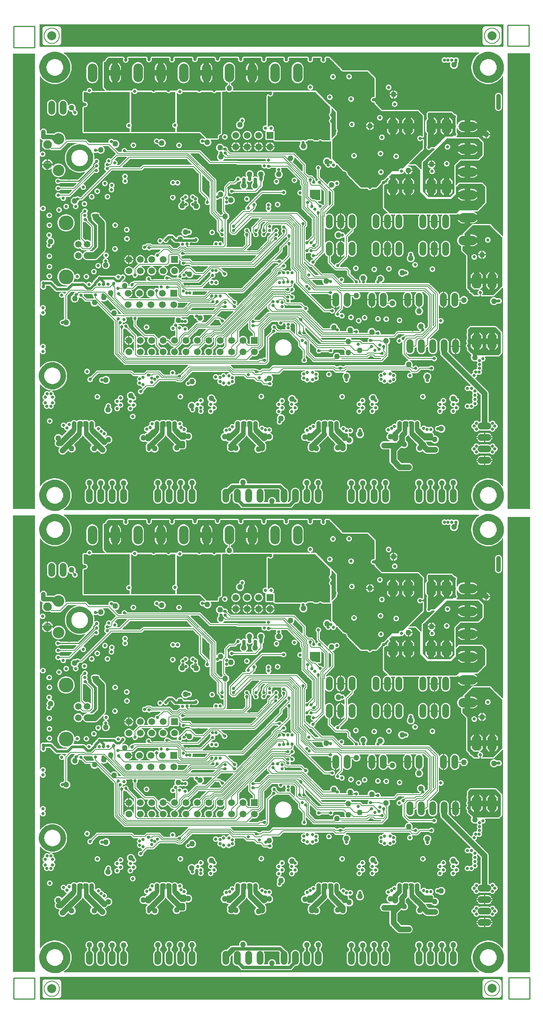
<source format=gbr>
G04 CAM350 V9.5 (Build 208) Date:  Tue Mar 07 15:27:23 2017 *
G04 Database: (Untitled) *
G04 Layer 3: gbl *
%FSLAX24Y24*%
%MOIN*%
%SFA1.000B1.000*%

%MIA0B0*%
%IPPOS*%
%ADD13C,0.04000*%
%ADD70C,0.00100*%
%ADD71C,0.00200*%
%ADD21C,0.00400*%
%ADD25C,0.01600*%
%ADD26C,0.00800*%
%ADD28R,0.01600X0.01600*%
%ADD32C,0.01000*%
%ADD33C,0.02000*%
%ADD34C,0.02800*%
%ADD35C,0.03000*%
%ADD37C,0.05000*%
%ADD38C,0.06000*%
%ADD39C,0.05905*%
%ADD40C,0.08250*%
%ADD41C,0.04140*%
%ADD42R,0.08300X0.08300*%
%ADD43R,0.04160X0.04160*%
%ADD44C,0.02900*%
%ADD45C,0.10000*%
%ADD48C,0.00700*%
%ADD49C,0.04500*%
%ADD50C,0.06496*%
%ADD51C,0.02300*%
%ADD52C,0.02400*%
%ADD53C,0.00600*%
%ADD54R,0.05905X0.05905*%
%ADD55C,0.13050*%
%ADD56C,0.05800*%
%ADD57C,0.07874*%
%LNgbl*%
%LPD*%
G36*
X389Y43328D02*
G01Y83228D01*
X1048*
X1669*
X2328*
Y43328*
X1669*
X1048*
X389*
G37*
G36*
X43761Y2718D02*
G01Y42628D01*
X44420*
X45041*
X45700*
Y2718*
X45041*
X44420*
X43761*
G37*
G36*
Y43328D02*
G01Y83278D01*
X44420*
X45041*
X45700*
Y43328*
X45041*
X44420*
X43761*
G37*
G36*
X389Y2776D02*
G01Y42778D01*
X1048*
X1669*
X2328*
Y2776*
X1669*
X1048*
X389*
G37*
G36*
X2736Y335D02*
G01Y340D01*
Y345*
Y1053*
Y1615*
Y2328*
Y2333*
X2741*
X43323*
X43328*
Y2328*
Y1615*
Y1053*
Y345*
Y340*
Y335*
X43323*
X43318*
X2746*
X2741*
X2736*
G37*
G36*
X2712Y83815D02*
G01Y84533D01*
Y85095*
Y85813*
X43378*
Y85095*
Y84533*
Y83815*
X2712*
G37*
G36*
X2742Y45341D02*
G01Y45344D01*
Y45355*
Y45364*
Y45382*
Y45399*
Y45409*
Y45472*
Y45497*
Y45520*
Y45545*
Y45585*
Y45605*
Y45642*
Y45679*
Y45716*
Y45736*
Y45769*
Y45783*
Y45796*
Y45810*
Y45823*
Y45838*
Y45858*
Y45889*
Y45902*
Y45913*
Y45926*
Y45946*
Y45956*
Y45964*
Y45973*
Y45991*
Y46001*
Y46005*
Y46010*
Y46019*
Y47218*
Y47299*
Y48418*
Y48498*
Y49618*
Y49698*
Y50818*
Y50898*
Y52098*
Y52107*
Y52116*
Y52120*
Y52126*
Y52134*
Y52143*
Y52150*
Y52159*
Y52169*
Y52173*
Y52179*
Y52186*
Y52194*
Y52209*
Y52216*
Y52224*
Y52231*
Y52239*
Y52242*
Y52249*
Y52269*
Y52282*
Y52296*
Y52308*
Y52322*
Y52342*
Y52352*
Y52358*
Y52366*
Y52372*
Y52379*
Y52385*
Y52392*
Y52398*
Y52406*
Y52416*
Y52420*
Y52426*
Y52434*
Y52443*
Y52459*
Y52469*
Y52473*
Y52479*
Y52486*
Y52494*
Y52509*
Y52516*
Y52524*
Y52531*
Y52539*
Y52542*
Y52549*
Y52569*
Y52582*
Y52596*
Y52608*
Y52622*
Y52642*
Y52675*
Y52689*
Y52702*
Y52716*
Y52736*
Y52746*
Y52753*
Y52761*
Y52768*
Y52776*
Y52791*
Y52805*
Y52815*
Y52819*
Y52825*
Y52835*
Y52844*
Y52854*
Y52871*
Y52894*
Y52911*
Y52921*
Y52925*
Y52930*
Y52939*
Y52949*
Y52953*
Y52959*
Y52966*
Y52974*
Y52989*
Y52996*
Y53004*
Y53011*
Y53019*
Y53022*
Y53029*
Y53049*
Y53062*
Y53076*
Y53088*
Y53102*
Y53122*
Y53155*
Y53169*
Y53182*
Y53196*
Y53216*
Y53221*
Y53226*
Y53233*
Y53241*
Y53248*
Y53256*
Y53271*
Y53285*
Y53295*
Y53299*
Y53305*
Y53313*
Y53322*
Y53330*
Y53339*
Y53349*
Y53351*
Y53355*
Y53361*
Y53369*
Y53378*
Y53386*
Y53395*
Y53403*
Y53412*
Y53415*
Y53422*
Y53442*
Y53455*
Y53469*
Y53482*
Y53496*
Y53516*
Y53521*
Y53526*
Y53533*
Y53541*
Y53548*
Y53556*
Y53563*
Y53571*
Y53577*
Y53585*
Y53595*
Y53599*
Y53605*
Y53613*
Y53622*
Y53629*
Y53638*
Y53648*
Y53652*
Y53658*
Y53667*
Y53671*
Y53677*
Y53683*
Y53690*
Y53696*
Y53703*
Y53713*
Y53719*
Y53723*
Y53739*
Y53746*
Y53752*
Y53760*
Y53770*
Y53774*
Y53780*
Y53786*
Y53794*
Y53801*
Y53809*
Y53815*
Y53823*
Y53829*
Y53837*
Y53840*
Y53847*
Y53867*
Y53883*
Y53900*
Y53916*
Y53933*
Y53953*
Y53988*
Y54004*
Y54018*
Y54034*
Y54049*
Y54065*
Y54085*
Y54118*
Y54133*
Y54146*
Y54161*
Y54175*
Y54190*
Y54218*
Y54223*
Y54228*
Y54235*
Y54239*
X2746Y54244*
X2787Y54255*
X2788*
X2792Y54253*
X2793Y54251*
X2795Y54249*
X2798Y54242*
X2799*
X2801Y54238*
X2806Y54233*
X2809Y54229*
X2810Y54228*
X2829Y54205*
X2830*
X2833Y54201*
X2878Y54148*
X2882Y54144*
X2902Y54120*
X2906Y54116*
X2926Y54092*
X2927Y54091*
X2932Y54085*
X2933*
X2935Y54082*
X2940Y54078*
X2972Y54051*
X2976Y54048*
X3007Y54021*
X3011Y54018*
X3044Y53989*
X3046Y53987*
X3076Y53962*
X3079Y53959*
X3081Y53958*
X3086Y53953*
X3259Y53847*
X3260*
X3327Y53819*
X3332Y53817*
X3398Y53790*
X3400Y53789*
X3421Y53780*
X3426Y53778*
X3446Y53770*
X3448Y53769*
X3558Y53743*
X3563Y53742*
X3586Y53736*
X3589*
X3600Y53733*
X3605Y53732*
X3617Y53729*
X3620Y53728*
X3642Y53723*
X3643*
X3684Y53720*
X3687Y53719*
X3688*
X3692Y53718*
Y53717*
X3693*
X3694Y53713*
Y53711*
X3693Y53709*
X3691Y53704*
X3690Y53701*
X3689Y53698*
X3685Y53688*
X3684Y53685*
X3683Y53683*
Y53682*
X3677Y53668*
Y53667*
X3676Y53664*
X3675Y53661*
X3671Y53658*
X3670*
X3668Y53657*
X3635Y53651*
X3627Y53649*
X3624Y53648*
X3615Y53642*
X3609Y53638*
X3597Y53630*
X3593Y53627*
X3588Y53624*
X3584Y53622*
Y53621*
X3572Y53614*
X3568Y53611*
X3554Y53603*
X3552Y53602*
X3546Y53598*
X3543Y53597*
X3540Y53598*
X3534Y53602*
X3532Y53603*
X3519Y53611*
X3513Y53615*
X3512*
X3509Y53617*
X3503Y53621*
X3497Y53626*
X3492Y53628*
X3487Y53632*
X3477Y53638*
X3470Y53643*
X3462Y53648*
X3459Y53649*
X3418Y53657*
X3414Y53658*
X3381Y53664*
X3380Y53665*
X3368Y53667*
X3346Y53663*
X3344Y53662*
X3321Y53658*
X3319Y53657*
X3275Y53648*
X3265Y53641*
X3260Y53638*
X3250Y53632*
X3245Y53628*
X3224Y53614*
X3221Y53613*
X3200Y53599*
X3195Y53595*
X3192Y53591*
X3190Y53588*
X3166Y53552*
X3164Y53549*
X3156Y53536*
X3155Y53534*
X3146Y53521*
X3145Y53520*
X3142Y53516*
X3138Y53494*
X3137Y53490*
X3128Y53444*
X3127Y53443*
Y53440*
X3126Y53436*
X3123Y53422*
X3128Y53400*
X3129Y53395*
Y53394*
X3131Y53383*
X3132Y53380*
X3137Y53356*
Y53355*
X3133Y53350*
X3125Y53348*
X3117Y53343*
X3115Y53342*
X3074Y53314*
X3071Y53313*
X3050Y53299*
X3045Y53295*
X3042Y53291*
X3040Y53288*
X3016Y53252*
X3014Y53249*
X3006Y53236*
X3005Y53234*
X2996Y53221*
X2995Y53220*
X2992Y53216*
X2988Y53194*
X2987Y53190*
X2978Y53144*
X2977Y53143*
Y53140*
X2976Y53137*
Y53136*
X2973Y53122*
X2976Y53107*
X2977Y53105*
X2978Y53100*
Y53099*
X2987Y53055*
X2988Y53051*
X2992Y53029*
X2995Y53025*
X2996Y53024*
X3005Y53010*
X3006Y53009*
X3014Y52996*
X3016Y52993*
X3045Y52949*
X3061Y52939*
Y52938*
X3062*
X3088Y52920*
X3092Y52918*
X3098Y52914*
X3100Y52912*
X3101Y52911*
X3102*
Y52908*
Y52906*
Y52895*
Y52894*
Y52871*
Y52859*
Y52856*
Y52854*
X3100Y52852*
X3091Y52846*
X3090Y52845*
X3050Y52819*
X3045Y52815*
X3042Y52811*
X3040Y52808*
X3016Y52772*
X3014Y52769*
X3006Y52756*
X3005Y52754*
X2996Y52741*
X2995Y52740*
X2992Y52736*
X2988Y52714*
X2987Y52710*
X2978Y52664*
X2977Y52663*
Y52660*
X2976Y52657*
Y52656*
X2973Y52642*
X2976Y52627*
X2977Y52625*
X2978Y52620*
Y52619*
X2987Y52575*
X2988Y52571*
X2992Y52549*
X2995Y52545*
X2996Y52544*
X3005Y52530*
X3006Y52529*
X3014Y52516*
X3016Y52513*
X3045Y52469*
X3046*
X3070Y52452*
X3074Y52450*
X3097Y52435*
X3098Y52434*
X3110Y52426*
X3116Y52422*
X3125Y52416*
X3127Y52412*
Y52411*
Y52409*
X3126Y52404*
X3125Y52402*
X3123Y52391*
X3122Y52389*
X3121Y52381*
Y52379*
X3119Y52374*
Y52373*
Y52370*
X3118Y52366*
X3117Y52362*
X3115Y52351*
Y52349*
X3113Y52342*
X3116Y52327*
X3117Y52325*
X3118Y52320*
Y52319*
X3127Y52275*
X3128Y52271*
X3132Y52249*
X3135Y52245*
X3136Y52244*
X3145Y52230*
X3146Y52229*
X3154Y52216*
X3156Y52213*
X3185Y52169*
X3186*
X3188Y52167*
X3189*
X3211Y52152*
X3214Y52151*
X3265Y52117*
X3336Y52103*
X3358Y52098*
X3380Y52103*
X3452Y52117*
X3462Y52124*
X3465Y52125*
X3491Y52142*
X3492Y52143*
X3493*
Y52144*
X3497Y52146*
X3498Y52147*
X3500Y52148*
X3504Y52151*
X3507Y52152*
X3530Y52166*
X3533Y52167*
X3536Y52166*
X3545Y52160*
X3546*
X3574Y52144*
X3575Y52143*
X3602Y52125*
X3615Y52117*
X3686Y52103*
X3708Y52098*
X3730Y52103*
X3802Y52117*
X3813Y52124*
X3814Y52125*
X3852Y52150*
X3856Y52152*
X3880Y52169*
X3881*
X3908Y52209*
Y52210*
X3934Y52248*
Y52249*
X3935Y52254*
X3949Y52325*
X3950Y52327*
X3953Y52342*
X3946Y52375*
X3945Y52378*
X3939Y52409*
Y52410*
X3943Y52415*
X3952Y52417*
X3960Y52422*
X3961Y52423*
X3963Y52424*
X3964Y52425*
X4002Y52450*
X4006Y52452*
X4030Y52469*
X4031*
X4058Y52509*
Y52510*
X4084Y52548*
Y52549*
X4085Y52554*
X4099Y52625*
X4100Y52627*
X4103Y52642*
X4100Y52657*
X4099Y52660*
X4085Y52732*
X4084Y52736*
Y52737*
X4059Y52774*
X4058Y52775*
X4043Y52798*
X4041Y52801*
X4036Y52808*
X4034Y52812*
X4031Y52815*
X4026Y52819*
X3976Y52852*
X3974Y52854*
Y52856*
Y52859*
Y52871*
Y52894*
Y52895*
Y52906*
Y52908*
Y52911*
X3975*
X3976Y52912*
X3978Y52914*
X4031Y52949*
X4058Y52989*
Y52990*
X4084Y53028*
Y53029*
X4085Y53034*
X4099Y53105*
X4100Y53107*
X4103Y53122*
X4100Y53137*
X4099Y53140*
X4085Y53212*
X4084Y53216*
Y53217*
X4059Y53254*
X4058Y53255*
X4043Y53278*
X4041Y53281*
X4036Y53288*
X4034Y53292*
X4031Y53295*
X4026Y53299*
X4005Y53313*
X4003Y53314*
X3954Y53347*
X3951Y53349*
X3949Y53353*
Y53354*
Y53355*
X3950Y53359*
X3951Y53363*
X3952Y53366*
X3954Y53379*
Y53380*
X3955Y53385*
X3956Y53389*
X3957Y53393*
X3958Y53398*
Y53399*
X3959Y53404*
X3960Y53408*
Y53409*
X3961Y53414*
X3963Y53422*
X3962Y53428*
Y53429*
X3961Y53431*
Y53432*
X3960Y53439*
X3959Y53442*
X3958Y53448*
X3957Y53452*
X3956Y53458*
X3955Y53462*
X3953Y53471*
X3952Y53476*
Y53477*
X3950Y53486*
X3949Y53491*
Y53492*
X3947Y53501*
X3946Y53506*
Y53507*
X3945Y53511*
X3944Y53516*
Y53517*
X3940Y53523*
X3939Y53524*
X3937Y53527*
X3934Y53531*
X3902Y53579*
Y53580*
X3896Y53588*
X3894Y53592*
X3891Y53595*
X3886Y53599*
X3875Y53607*
X3874*
X3860Y53617*
X3859*
X3847Y53625*
X3846*
X3845Y53626*
Y53627*
X3844*
X3841Y53629*
X3838Y53631*
X3827Y53638*
X3821Y53643*
X3812Y53648*
X3807Y53649*
X3762Y53658*
X3761Y53659*
X3748Y53665*
X3732Y53673*
X3729Y53675*
X3726Y53677*
X3723Y53681*
X3724Y53684*
X3746Y53709*
X3747Y53710*
X3749Y53712*
X3753Y53714*
X3754*
X3755*
X3756*
X3844Y53707*
X3847*
X3970Y53717*
X4045Y53723*
X4084Y53732*
X4087Y53733*
X4126Y53742*
X4130Y53743*
X4238Y53769*
X4243Y53770*
X4245Y53771*
X4262Y53778*
X4267Y53780*
X4286Y53788*
X4291Y53790*
X4305Y53796*
X4310Y53798*
X4329Y53806*
X4334Y53808*
X4353Y53816*
X4358Y53818*
X4389Y53831*
X4394Y53833*
X4429Y53847*
X4446Y53858*
X4450Y53861*
X4539Y53915*
X4543Y53918*
X4562Y53929*
X4566Y53931*
X4585Y53943*
X4588Y53945*
X4601Y53953*
X4603Y53955*
X4604Y53956*
X4620Y53970*
X4623Y53971*
X4654Y53998*
X4657Y54001*
X4664Y54007*
X4669Y54011*
X4670*
X4677Y54017*
X4681Y54021*
X4686Y54025*
X4710Y54047*
X4711*
X4751Y54081*
X4755Y54084*
X4759Y54088*
X4763Y54094*
X4768Y54099*
X4771Y54103*
X4785Y54119*
X4788Y54123*
X4789Y54124*
X4793Y54128*
X4797Y54134*
X4805Y54143*
X4810Y54148*
X4811Y54150*
X4833Y54176*
X4834Y54177*
X4850Y54196*
Y54197*
X4864Y54212*
X4865Y54213*
X4882Y54232*
X4885Y54236*
X4887Y54238*
X4888Y54240*
X4892Y54246*
X4894Y54250*
X4898Y54256*
X4905Y54268*
X4908Y54274*
X4909Y54275*
X4911Y54278*
X4915Y54284*
X4926Y54303*
X4930Y54309*
X4966Y54369*
X4969Y54373*
X4970Y54375*
X4982Y54394*
X4983Y54396*
X4992Y54411*
X4993Y54414*
X4994Y54416*
X4997Y54423*
X4999Y54426*
X5004Y54439*
X5012Y54458*
X5015Y54465*
X5023Y54485*
X5025Y54490*
X5029Y54500*
X5030Y54502*
X5032Y54507*
X5034Y54512*
X5036Y54518*
X5038Y54521*
X5041Y54528*
X5069Y54597*
X5090Y54683*
Y54684*
X5091Y54689*
X5103Y54736*
Y54737*
X5113Y54778*
X5114Y54781*
X5117Y54794*
Y54795*
X5120Y54832*
Y54833*
Y54835*
X5121Y54846*
Y54847*
Y54850*
X5123Y54875*
X5124Y54877*
Y54879*
Y54883*
Y54884*
X5125Y54898*
Y54900*
X5126Y54903*
Y54909*
Y54910*
Y54912*
X5127Y54929*
X5129Y54953*
Y54954*
Y54956*
X5132Y54985*
Y54986*
Y54988*
X5133Y54995*
Y54996*
X5130Y55037*
X5129Y55041*
Y55044*
Y55045*
X5128Y55064*
X5125Y55091*
Y55097*
X5121Y55150*
X5120Y55158*
Y55160*
X5117Y55197*
X5111Y55224*
X5108Y55233*
X5096Y55282*
X5094Y55291*
X5082Y55341*
X5080Y55348*
X5069Y55394*
Y55395*
X5067Y55399*
X5066Y55402*
X5057Y55424*
X5055Y55429*
X5053Y55434*
X5051Y55438*
X5042Y55460*
Y55461*
Y55462*
X5039Y55467*
X5038Y55470*
X5032Y55484*
X5031Y55486*
X5025Y55502*
X5023Y55506*
X5021Y55510*
X5019Y55516*
X5017Y55521*
X5015Y55526*
X5013Y55532*
X5012Y55534*
X5011Y55536*
X5009Y55540*
X5004Y55552*
X5003Y55554*
X4999Y55565*
X4997Y55569*
X4994Y55576*
X4993Y55578*
Y55580*
X4992*
X4955Y55642*
X4950Y55651*
X4886Y55754*
X4885Y55755*
X4858Y55787*
X4854Y55791*
X4778Y55879*
Y55880*
X4764Y55897*
X4763Y55899*
X4759Y55903*
X4755Y55907*
X4718Y55939*
X4717Y55940*
X4710Y55946*
X4709*
X4697Y55957*
X4696*
X4683Y55969*
X4678Y55973*
X4672Y55978*
X4666Y55984*
X4660Y55989*
X4656Y55992*
X4615Y56027*
X4608Y56033*
X4602Y56038*
X4601Y56039*
X4582Y56051*
X4578Y56053*
X4429Y56144*
X4428*
X4242Y56221*
X4186Y56235*
X4184Y56236*
X4087Y56259*
X4085Y56260*
X4066Y56264*
X4064Y56265*
X4045Y56269*
X3970Y56275*
X3969*
X3967*
X3905Y56280*
X3883Y56282*
X3862Y56284*
X3844Y56285*
X3785Y56280*
X3722Y56275*
X3721*
X3719*
X3718*
X3717*
X3710Y56274*
X3707*
X3643Y56269*
X3604Y56260*
X3601Y56259*
X3505Y56236*
X3501Y56235*
X3445Y56221*
X3367Y56189*
X3362Y56187*
X3263Y56146*
X3259Y56144*
X3258*
X3247Y56137*
X3243Y56134*
X3202Y56109*
X3195Y56105*
X3109Y56053*
X3105Y56051*
X3086Y56039*
X3082Y56035*
X3080Y56034*
X3079Y56033*
X3076Y56030*
X3045Y56004*
X3038Y55998*
X3010Y55974*
X3008Y55972*
X2975Y55944*
X2973Y55942*
X2940Y55913*
X2936Y55910*
X2932Y55907*
X2931Y55906*
X2927Y55901*
X2926Y55900*
X2921Y55894*
X2906Y55876*
X2902Y55872*
X2882Y55849*
X2878Y55844*
X2877Y55843*
X2876Y55842*
X2875Y55841*
X2874Y55839*
X2800Y55752*
X2799Y55751*
Y55750*
X2795Y55743*
X2793Y55741*
X2792Y55739*
X2788Y55737*
X2787*
X2746Y55748*
X2742Y55753*
Y55757*
Y55764*
Y55774*
Y55787*
Y55802*
Y55816*
Y55831*
Y55844*
Y55859*
Y55872*
Y55887*
Y55907*
Y55916*
Y55927*
Y55942*
Y55958*
Y55972*
Y55988*
Y56003*
Y56019*
Y56039*
Y56075*
Y56092*
Y56107*
Y56124*
Y56144*
Y56149*
Y56154*
Y56161*
Y56169*
Y56175*
Y56183*
Y56189*
Y56197*
Y56204*
Y56212*
Y56222*
Y56226*
Y56232*
Y56238*
Y56245*
Y56251*
Y56259*
Y56269*
Y56285*
Y56287*
Y56289*
Y56295*
Y56305*
Y56325*
Y56341*
Y56365*
Y56489*
Y56614*
Y56738*
Y56818*
Y56825*
Y56828*
Y56841*
Y56847*
Y56855*
Y56865*
Y56885*
Y56889*
Y56894*
Y56903*
Y56907*
Y56913*
Y56921*
Y56930*
Y56937*
Y56946*
Y56956*
Y56960*
Y56966*
Y56973*
Y56981*
Y56988*
Y56996*
Y57003*
Y57011*
Y57018*
Y57026*
Y57035*
Y57039*
Y57040*
X2747Y57044*
X2748*
X2751Y57045*
X2758Y57046*
X2759*
X2761*
X2762*
X2783Y57048*
X2784*
X2786*
X2787*
X2788*
X2793Y57044*
Y57041*
X2794*
X2795Y57036*
X2844Y56962*
X2845Y56961*
X2848Y56957*
X2927Y56904*
X2999Y56889*
X3021Y56885*
X3043Y56890*
X3114Y56904*
X3193Y56957*
X3246Y57036*
X3256Y57085*
X3257Y57089*
X3260Y57105*
X3261Y57107*
X3265Y57129*
X3261Y57151*
X3246Y57223*
X3205Y57285*
X3203Y57289*
X3193Y57302*
X3183Y57310*
X3179Y57312*
X3170Y57318*
X3169Y57319*
X3168*
Y57322*
Y57325*
Y57329*
Y57359*
Y57364*
Y57367*
Y57369*
X3170Y57371*
X3193Y57387*
X3246Y57466*
X3256Y57515*
X3257Y57519*
X3260Y57535*
X3261Y57537*
X3265Y57559*
X3260Y57581*
X3246Y57653*
X3205Y57715*
X3203Y57719*
X3193Y57732*
X3192Y57734*
X3191*
X3144Y57766*
X3140Y57768*
X3129Y57776*
X3125Y57778*
X3114Y57785*
X3070Y57794*
X3068Y57795*
X3045Y57799*
X3043*
X3041Y57800*
X3021Y57804*
X3001Y57800*
X2999*
X2997Y57799*
X2972Y57794*
X2927Y57785*
X2916Y57778*
X2912Y57776*
X2901Y57768*
X2897Y57766*
X2853Y57736*
X2848Y57732*
X2846Y57729*
X2842Y57724*
X2838Y57719*
X2836Y57715*
X2795Y57653*
X2794Y57648*
X2793*
Y57645*
X2788Y57641*
X2787*
X2786*
X2784*
X2783*
X2762Y57643*
X2761*
X2760*
X2751Y57644*
X2748Y57645*
X2747*
X2746*
X2742Y57650*
Y57654*
Y57670*
Y57678*
Y57685*
Y57693*
Y57700*
Y57708*
Y57714*
Y57722*
Y57732*
Y57736*
Y57742*
Y57750*
Y57759*
Y57766*
Y57775*
Y57785*
Y57789*
Y57795*
Y57804*
Y58034*
Y59084*
Y59314*
Y59326*
Y59330*
Y59336*
Y59343*
Y59352*
Y59362*
Y59366*
Y59372*
Y59377*
Y59384*
Y59389*
Y59396*
Y59401*
Y59408*
Y59418*
Y59425*
Y59429*
Y59434*
Y59443*
Y59447*
Y59453*
Y59461*
Y59470*
Y59477*
Y59486*
Y59496*
Y59500*
Y59506*
Y59513*
Y59521*
Y59528*
Y59536*
Y59543*
Y59551*
Y59558*
Y59566*
Y59569*
Y59576*
Y59596*
Y59609*
Y59623*
Y59635*
Y59649*
Y59669*
Y59702*
Y59716*
Y59729*
Y59743*
Y59763*
Y59768*
Y59773*
Y59780*
Y59788*
Y59795*
Y59803*
Y59810*
Y59818*
Y59824*
Y59832*
Y59842*
Y59846*
Y59852*
Y59860*
Y59869*
Y59876*
Y59885*
Y59895*
Y59899*
Y59905*
Y59914*
Y59918*
Y59924*
Y59934*
Y59946*
Y59959*
Y59971*
Y59984*
Y60004*
Y60115*
Y60164*
Y60275*
Y60284*
Y60293*
Y60297*
Y60303*
Y60311*
Y60320*
Y60327*
Y60336*
Y60346*
Y60350*
Y60356*
Y60363*
Y60371*
Y60378*
Y60386*
Y60393*
Y60401*
Y60408*
Y60416*
Y60425*
Y60429*
Y60430*
X2747Y60434*
X2748*
X2751Y60435*
X2758Y60436*
X2759*
X2761*
X2762*
X2783Y60438*
X2784*
X2786*
X2787*
X2788*
X2793Y60434*
Y60431*
X2794*
X2795Y60426*
X2844Y60352*
X2845Y60351*
X2848Y60347*
X2927Y60294*
X2999Y60280*
X3021Y60275*
X3043Y60280*
X3114Y60294*
X3193Y60347*
X3246Y60426*
X3256Y60475*
X3257Y60479*
X3260Y60495*
X3261Y60497*
X3265Y60519*
X3260Y60541*
X3246Y60613*
X3205Y60675*
X3203Y60679*
X3193Y60692*
X3192Y60693*
X3191Y60694*
X3189Y60695*
X3188Y60696*
X3175Y60705*
X3172Y60707*
X3163Y60713*
X3162Y60714*
X3161*
Y60717*
Y60720*
Y60724*
Y60754*
Y60759*
Y60762*
Y60764*
X3163Y60766*
X3193Y60787*
X3246Y60866*
X3256Y60915*
X3257Y60919*
X3260Y60935*
X3261Y60937*
X3265Y60959*
X3261Y60981*
X3246Y61053*
X3205Y61115*
X3203Y61119*
X3193Y61132*
X3192Y61134*
X3191*
X3144Y61166*
X3140Y61168*
X3129Y61176*
X3125Y61178*
X3114Y61185*
X3070Y61194*
X3068Y61195*
X3045Y61199*
X3043*
X3041Y61200*
X3021Y61204*
X3001Y61200*
X2999*
X2997Y61199*
X2972Y61194*
X2927Y61185*
X2916Y61178*
X2912Y61176*
X2901Y61168*
X2897Y61166*
X2853Y61136*
X2848Y61132*
X2846Y61129*
X2842Y61124*
X2838Y61119*
X2836Y61115*
X2795Y61053*
X2794Y61048*
X2793*
Y61045*
X2788Y61041*
X2787*
X2786*
X2784*
X2783*
X2762Y61043*
X2761*
X2760*
X2751Y61044*
X2748Y61045*
X2747*
X2746*
X2742Y61050*
Y61054*
Y61070*
Y61078*
Y61085*
Y61093*
Y61100*
Y61108*
Y61114*
Y61122*
Y61132*
Y61136*
Y61142*
Y61150*
Y61159*
Y61166*
Y61175*
Y61185*
Y61189*
Y61195*
Y61204*
Y61514*
Y61524*
Y61834*
Y61844*
Y61853*
Y61857*
Y61863*
Y61871*
Y61880*
Y61887*
Y61896*
Y61906*
Y61910*
Y61916*
Y61923*
Y61931*
Y61938*
Y61946*
Y61953*
Y61961*
Y61967*
Y61975*
Y61978*
Y61985*
Y62005*
Y62018*
Y62032*
Y62045*
Y62059*
Y62079*
Y62088*
Y62099*
Y62112*
Y62126*
Y62139*
Y62153*
Y62173*
Y62178*
Y62183*
Y62190*
Y62198*
Y62204*
Y62212*
Y62219*
Y62227*
Y62234*
Y62242*
Y62252*
Y62256*
Y62262*
Y62270*
Y62279*
Y62286*
Y62295*
Y62305*
Y62309*
Y62314*
Y62324*
Y62329*
Y62333*
Y62339*
Y62345*
Y62352*
Y62358*
Y62365*
Y62375*
Y62392*
Y62396*
Y62402*
Y62408*
Y62416*
Y62423*
Y62431*
Y62434*
Y62441*
Y62461*
Y62475*
Y62490*
Y62504*
Y62519*
Y62529*
Y62539*
Y62544*
Y62548*
Y62557*
Y62561*
Y62567*
Y62575*
Y62584*
Y62591*
Y62600*
Y62610*
Y62614*
Y62620*
Y62627*
Y62635*
Y62642*
Y62650*
Y62657*
Y62665*
Y62672*
Y62680*
Y62683*
Y62690*
Y62710*
Y62723*
Y62737*
Y62750*
Y62764*
Y62784*
Y62804*
Y62816*
Y62830*
Y62843*
Y62857*
Y62877*
Y62892*
Y63033*
Y63036*
Y63056*
Y63069*
Y63083*
Y63095*
Y63109*
Y63129*
Y63162*
Y63176*
Y63189*
Y63203*
Y63223*
Y63228*
Y63233*
Y63240*
Y63248*
Y63255*
Y63263*
Y63270*
Y63278*
Y63284*
Y63292*
Y63302*
Y63306*
Y63312*
Y63320*
Y63329*
Y63336*
Y63345*
Y63355*
Y63359*
Y63365*
Y63374*
Y63376*
Y63380*
Y63416*
Y63434*
Y63450*
Y63468*
Y63484*
Y63502*
Y63522*
Y63578*
Y63614*
Y63649*
Y63669*
Y63678*
Y63689*
Y63725*
Y63761*
Y63797*
Y63817*
Y63826*
Y63837*
Y63853*
Y63871*
Y63887*
Y63905*
Y63921*
Y63939*
Y63959*
Y63993*
Y64009*
Y64023*
Y64039*
Y64054*
Y64070*
Y64090*
Y64147*
Y64184*
Y64204*
Y64213*
Y64224*
Y64237*
Y64251*
Y64264*
Y64278*
Y64298*
Y64303*
Y64308*
Y64332*
Y64341*
Y64349*
Y64358*
Y64368*
Y64372*
Y64378*
Y64383*
Y64390*
Y64401*
Y64411*
Y64426*
Y64430*
Y64436*
Y64441*
Y64448*
Y64454*
Y64461*
Y64471*
Y64475*
Y64481*
Y64488*
Y64496*
Y64502*
Y64510*
Y64517*
Y64525*
Y64535*
Y64539*
Y64545*
Y64555*
Y64565*
Y64575*
Y64588*
Y64590*
Y64592*
Y64598*
Y64608*
Y64628*
Y64698*
Y64768*
Y64808*
Y64814*
Y64818*
Y64825*
Y64833*
Y64840*
Y64848*
Y64855*
Y64864*
Y64874*
Y64878*
Y64884*
Y64890*
Y64898*
Y64908*
Y64928*
Y64938*
Y64949*
Y64959*
Y64970*
Y64990*
Y64999*
Y65010*
Y65023*
Y65038*
Y65051*
Y65066*
Y65086*
Y65095*
Y65106*
Y65121*
Y65138*
Y65153*
Y65169*
Y65189*
Y65224*
Y65241*
Y65256*
Y65273*
Y65293*
Y65326*
Y65341*
Y65354*
Y65369*
Y65389*
Y65398*
Y65409*
Y65419*
Y65430*
Y65440*
Y65451*
Y65471*
Y65476*
Y65481*
Y65488*
Y65496*
Y65502*
Y65510*
Y65517*
Y65525*
Y65535*
Y65539*
Y65545*
Y65555*
Y65565*
Y65575*
Y65588*
Y65592*
Y65598*
Y65605*
Y65614*
Y65622*
Y65631*
Y65638*
Y65647*
Y65657*
Y65661*
Y65667*
Y65674*
Y65682*
Y65689*
Y65697*
Y65704*
Y65712*
Y65718*
Y65726*
Y65736*
Y65740*
Y65746*
Y65754*
Y65763*
Y65770*
Y65779*
Y65789*
Y65793*
Y65799*
Y65808*
Y65810*
Y65812*
Y65818*
Y65828*
Y65848*
Y65891*
Y65912*
Y65935*
Y65955*
Y65965*
Y65975*
Y65980*
Y65984*
Y65993*
Y65997*
Y66003*
Y66013*
Y66017*
Y66022*
Y66031*
Y66035*
Y66041*
Y66049*
Y66058*
Y66065*
Y66074*
Y66084*
Y66088*
Y66094*
Y66101*
Y66109*
Y66116*
Y66124*
Y66131*
Y66139*
Y66146*
Y66154*
Y66157*
Y66164*
Y66184*
Y66197*
Y66211*
Y66223*
Y66237*
Y66257*
Y66290*
Y66304*
Y66317*
Y66331*
Y66351*
Y66356*
Y66361*
Y66368*
Y66376*
Y66383*
Y66391*
Y66398*
Y66406*
Y66412*
Y66420*
Y66430*
Y66434*
Y66440*
Y66448*
Y66457*
Y66465*
Y66474*
Y66484*
Y66488*
Y66493*
Y66502*
Y66506*
Y66512*
Y66519*
Y66527*
Y66533*
Y66541*
Y66548*
Y66556*
Y66566*
Y66570*
Y66576*
Y66581*
Y66587*
Y66597*
Y66608*
Y66612*
Y66618*
Y66627*
Y66636*
Y66646*
Y66650*
Y66656*
Y66663*
Y66671*
Y66678*
Y66686*
Y66693*
Y66701*
Y66707*
Y66715*
Y66718*
Y66725*
Y66745*
Y66758*
Y66772*
Y66785*
Y66799*
Y66819*
Y66828*
Y66839*
Y66852*
Y66866*
Y66879*
Y66893*
Y66913*
Y66918*
Y66923*
Y66930*
Y66938*
Y66944*
Y66952*
Y66959*
Y66967*
Y66974*
Y66982*
Y66992*
Y66996*
Y67002*
Y67010*
Y67019*
Y67026*
Y67035*
Y67045*
Y67049*
Y67054*
Y67064*
Y67068*
Y67073*
Y67082*
Y67122*
Y67179*
Y67200*
Y67236*
Y67256*
Y67292*
Y67332*
Y67338*
Y67342*
Y67348*
Y67356*
Y67362*
Y67370*
Y67380*
Y67397*
Y67413*
Y67453*
Y67492*
Y67519*
Y67558*
Y67585*
Y67625*
Y67631*
Y67635*
Y67641*
Y67648*
Y67654*
Y67662*
Y67672*
Y67676*
Y67682*
Y67690*
Y67699*
Y67707*
Y67716*
Y67726*
Y67995*
Y68366*
Y68635*
Y68715*
Y68810*
Y68850*
Y68984*
Y69119*
Y69199*
Y69206*
Y69209*
Y69222*
Y69228*
Y69235*
Y69245*
Y69249*
Y69255*
Y69263*
Y69272*
Y69280*
Y69290*
Y69300*
Y69335*
Y69380*
Y69415*
Y69424*
Y69433*
Y69437*
Y69443*
Y69451*
Y69460*
Y69467*
Y69476*
Y69486*
Y69490*
Y69496*
Y69503*
Y69511*
Y69518*
Y69526*
Y69533*
Y69541*
Y69548*
Y69556*
Y69558*
Y69563*
Y69564*
X2747Y69568*
X2780Y69571*
X2784Y69572*
X2786*
X2787*
X2788*
X2793Y69569*
X2794Y69566*
X2847Y69487*
X2926Y69434*
X2997Y69420*
X3019Y69415*
X3041Y69420*
X3113Y69434*
X3192Y69487*
X3196Y69491*
Y69492*
X3245Y69565*
Y69566*
X3246Y69571*
X3249Y69583*
X3252Y69602*
X3255Y69615*
X3256Y69620*
X3257Y69624*
X3258Y69630*
X3259Y69634*
X3260Y69638*
Y69640*
X3261Y69644*
X3262Y69650*
Y69652*
X3264Y69659*
X3262Y69666*
Y69667*
Y69669*
X3261Y69673*
Y69674*
X3258Y69687*
Y69688*
X3246Y69749*
X3245Y69752*
Y69753*
Y69754*
X3204Y69815*
X3202Y69819*
X3198Y69824*
X3194Y69830*
X3192Y69832*
X3186Y69836*
X3181Y69840*
X3172Y69846*
X3169Y69848*
X3155Y69857*
X3154Y69858*
X3143Y69866*
X3139Y69868*
X3128Y69876*
X3124Y69878*
X3113Y69885*
X3043Y69899*
X3041Y69900*
X3039*
X3019Y69904*
X2999Y69900*
X2997*
X2995Y69899*
X2972Y69895*
X2970Y69894*
X2926Y69885*
X2915Y69878*
X2911Y69876*
X2900Y69868*
X2896Y69866*
X2849Y69834*
X2848*
Y69833*
X2847Y69832*
X2837Y69819*
X2835Y69815*
X2794Y69753*
X2793Y69750*
X2788Y69747*
X2787*
X2786*
X2784*
X2783*
X2751Y69750*
X2748Y69751*
X2747*
X2746*
X2742Y69756*
Y69760*
Y69770*
Y69778*
Y69785*
Y69793*
Y69800*
Y69808*
Y69814*
Y69822*
Y69832*
Y69836*
Y69842*
Y69850*
Y69859*
Y69866*
Y69875*
Y69885*
Y69889*
Y69895*
Y69904*
Y69908*
Y69914*
Y69921*
Y69930*
Y69940*
Y69954*
Y69958*
Y69964*
Y69970*
Y69978*
Y69984*
Y69992*
Y70002*
Y70016*
Y70020*
Y70026*
Y70031*
Y70038*
Y70043*
Y70050*
Y70056*
Y70063*
Y70073*
Y70077*
Y70083*
Y70089*
Y70096*
Y70102*
Y70109*
Y70115*
Y70122*
Y70128*
Y70136*
Y70139*
Y70146*
Y70166*
Y70176*
Y70188*
Y70199*
Y70211*
Y70231*
Y70240*
Y70251*
Y70262*
Y70275*
Y70286*
Y70299*
Y70309*
Y70319*
Y70324*
Y70328*
Y70337*
Y70341*
Y70347*
Y70355*
Y70364*
Y70371*
Y70380*
Y70390*
Y70394*
Y70400*
Y70407*
Y70415*
Y70422*
Y70430*
Y70437*
Y70445*
Y70452*
Y70460*
Y70463*
Y70470*
Y70490*
Y70503*
Y70517*
Y70529*
Y70543*
Y70563*
Y70578*
Y70582*
Y70587*
Y70596*
Y70600*
Y70606*
Y70614*
Y70623*
Y70630*
Y70639*
Y70649*
Y70653*
Y70659*
Y70666*
Y70674*
Y70681*
Y70689*
Y70696*
Y70704*
Y70711*
Y70719*
Y70722*
Y70729*
Y70749*
Y70761*
Y70775*
Y70788*
Y70802*
Y70822*
Y70831*
Y70842*
Y70855*
Y70869*
Y70882*
Y70896*
Y70916*
Y70921*
Y70926*
Y70933*
Y70941*
Y70948*
Y70956*
Y70962*
Y70970*
Y70977*
Y70985*
Y70995*
Y70999*
Y71005*
Y71013*
Y71022*
Y71029*
Y71038*
Y71048*
Y71052*
Y71058*
Y71067*
Y71071*
Y71077*
Y71087*
Y71099*
Y71113*
Y71126*
Y71140*
Y71152*
Y71166*
Y71176*
Y71186*
Y71191*
Y71195*
Y71205*
Y71222*
Y71231*
Y71239*
Y71248*
Y71258*
Y71262*
Y71268*
Y71274*
Y71282*
Y71289*
Y71297*
Y71304*
Y71312*
Y71319*
Y71327*
Y71330*
Y71337*
Y71357*
Y71370*
Y71384*
Y71397*
Y71411*
Y71431*
Y71440*
Y71451*
Y71463*
Y71477*
Y71490*
Y71504*
Y71524*
Y71529*
Y71534*
Y71541*
Y71549*
Y71556*
Y71564*
Y71571*
Y71579*
Y71586*
Y71594*
Y71604*
Y71608*
Y71614*
Y71621*
Y71630*
Y71638*
Y71647*
Y71657*
Y71661*
Y71666*
Y71675*
Y71679*
Y71685*
Y71695*
Y71709*
Y71725*
Y71739*
Y71755*
Y71769*
Y71785*
Y71795*
Y71805*
Y71810*
Y71814*
Y71823*
Y71827*
Y71833*
Y71841*
Y71850*
Y71857*
Y71866*
Y71876*
Y71880*
Y71886*
Y71893*
Y71901*
Y71908*
Y71916*
Y71923*
Y71931*
Y71938*
Y71946*
Y71949*
Y71956*
Y71976*
Y71989*
Y72003*
Y72016*
Y72030*
Y72050*
Y72059*
Y72070*
Y72082*
Y72096*
Y72109*
Y72123*
Y72143*
Y72148*
Y72153*
Y72160*
Y72168*
Y72175*
Y72183*
Y72190*
Y72198*
Y72205*
Y72213*
Y72223*
Y72227*
Y72233*
Y72240*
Y72249*
Y72257*
Y72266*
Y72276*
Y72280*
Y72285*
Y72294*
Y72296*
Y72298*
Y72304*
Y72314*
Y72334*
Y72350*
Y72374*
Y72450*
Y72490*
Y72605*
Y72720*
Y72760*
Y72771*
Y72780*
Y72790*
Y72800*
Y72816*
Y72820*
Y72826*
Y72832*
Y72840*
Y72846*
Y72854*
Y72864*
Y72868*
Y72874*
Y72880*
Y72888*
Y72894*
Y72902*
Y72909*
Y72917*
Y72923*
Y72931*
Y72934*
Y72941*
Y72961*
Y72977*
Y72994*
Y73010*
Y73027*
Y73047*
Y73081*
Y73097*
Y73111*
Y73127*
Y73142*
Y73158*
Y73178*
Y73211*
Y73226*
Y73240*
Y73255*
Y73268*
Y73283*
Y73297*
Y73312*
Y73332*
Y73372*
Y73418*
Y73440*
Y73464*
Y73504*
Y73523*
Y73544*
Y73598*
Y73624*
Y73651*
Y73691*
Y73710*
Y73731*
Y73789*
Y73812*
Y73848*
Y73888*
Y73907*
Y73928*
Y73989*
Y74013*
Y74049*
Y74089*
Y74109*
Y74122*
Y74137*
Y74150*
Y74165*
Y74175*
Y74185*
Y74190*
Y74194*
Y74203*
Y74207*
Y74213*
Y74221*
Y74230*
Y74237*
Y74246*
Y74256*
Y74260*
Y74266*
Y74268*
Y74270*
Y74274*
X2746Y74279*
X2770Y74286*
X2776Y74288*
X2789Y74292*
X2790*
X2794Y74290*
X2804Y74275*
X2806Y74272*
X2817Y74257*
X2896Y74204*
X2967Y74190*
X2989Y74185*
X3011Y74189*
X3083Y74204*
X3162Y74257*
X3166Y74261*
Y74262*
X3188Y74294*
X3190Y74298*
X3196Y74306*
Y74307*
X3215Y74336*
X3234Y74429*
X3232Y74436*
Y74438*
X3222Y74488*
Y74490*
Y74491*
X3215Y74523*
X3174Y74585*
X3172Y74589*
X3168Y74594*
X3164Y74600*
X3162Y74602*
X3157Y74606*
X3113Y74636*
X3109Y74638*
X3098Y74646*
X3094Y74648*
X3083Y74655*
X3013Y74669*
X3011Y74670*
X3009*
X2989Y74674*
X2969Y74670*
X2967*
X2965Y74669*
X2942Y74665*
X2940Y74664*
X2896Y74655*
X2885Y74648*
X2881Y74646*
X2870Y74638*
X2866Y74636*
X2819Y74604*
X2818*
Y74603*
X2817Y74602*
X2808Y74589*
X2805Y74584*
X2804*
X2794Y74569*
X2790Y74567*
X2789*
X2776Y74571*
X2770Y74573*
X2746Y74580*
X2742Y74585*
Y74589*
Y74591*
Y74592*
Y74602*
Y74606*
Y74612*
Y74620*
Y74629*
Y74636*
Y74645*
Y74655*
Y74659*
Y74665*
Y74674*
Y74675*
Y74682*
Y74695*
Y74710*
Y74726*
Y74741*
Y74757*
Y74767*
Y74777*
Y74788*
Y74792*
Y74798*
Y74808*
Y74818*
Y74827*
Y74835*
Y74839*
Y74845*
Y74847*
Y74857*
Y74897*
Y74945*
Y74968*
Y74992*
Y75032*
Y75038*
Y75042*
Y75048*
Y75055*
Y75065*
Y75069*
Y75075*
Y75085*
Y75094*
Y75104*
Y75454*
Y75464*
Y75468*
Y75474*
Y75483*
Y75493*
Y75497*
Y75503*
Y75509*
Y75517*
Y75527*
Y75531*
Y75537*
Y75544*
Y75553*
Y75561*
Y75570*
Y75580*
Y75584*
Y75590*
Y75598*
Y75607*
Y75614*
Y75623*
Y75633*
Y75637*
Y75641*
Y75647*
Y75657*
Y75667*
Y75671*
Y75677*
Y75683*
Y75691*
Y75697*
Y75705*
Y75715*
Y75719*
Y75725*
Y75732*
Y75740*
Y75746*
Y75754*
Y75760*
Y75768*
Y75773*
Y75777*
X2746Y75782*
X2749*
X2750Y75783*
X2759Y75784*
X2760Y75785*
X2774Y75787*
X2778Y75788*
X2788Y75790*
X2789*
X2794Y75787*
X2795Y75784*
X2797Y75780*
Y75779*
X2798Y75778*
X2846Y75716*
X2908Y75668*
X2928Y75659*
X2929*
X2967Y75643*
X2973Y75641*
X2981Y75637*
X2986Y75636*
X2987*
X3007Y75634*
X3012Y75632*
X3016Y75627*
X3026Y75595*
X3027Y75591*
X3028Y75588*
Y75587*
X3030Y75583*
Y75581*
X3029Y75577*
X3025Y75574*
X3023Y75572*
X3015Y75565*
X3012Y75561*
X3004Y75553*
X2999Y75548*
X2995Y75544*
X2978Y75527*
X2958Y75497*
X2956Y75493*
X2955*
X2953Y75481*
X2951Y75472*
X2949Y75463*
X2948Y75461*
X2947Y75454*
Y75105*
Y75104*
X2948Y75100*
Y75099*
Y75097*
X2949Y75095*
X2950Y75089*
X2951Y75086*
X2953Y75077*
X2955Y75065*
X2978Y75032*
X3152Y74858*
X3173Y74844*
X3175Y74843*
X3185Y74835*
X3220Y74828*
X3222Y74827*
X3224*
X3574*
X3578Y74828*
X3610Y74834*
X3613Y74835*
X3614*
X3615*
X3621Y74833*
X3629Y74830*
X3635Y74827*
X3636*
X3657Y74819*
X3660Y74818*
X3676Y74807*
X3679Y74805*
X3690Y74798*
X3694Y74795*
X3705Y74788*
X3709Y74787*
X3713Y74786*
X3759Y74777*
X4519*
X4531Y74779*
X4532Y74780*
X4566Y74786*
X4570Y74787*
X4574Y74788*
X4585Y74795*
X4588Y74797*
X4620Y74819*
X5159Y75357*
X5163Y75361*
X5168Y75366*
X5172Y75370*
X5176Y75374*
X5191Y75389*
X5206Y75404*
X5207Y75405*
Y75406*
X5211Y75407*
X5213*
X5989*
X5993*
X5998Y75403*
Y75401*
X5999Y75398*
X6000Y75382*
X6003Y75361*
Y75360*
X5999Y75355*
X5834Y75316*
X5831Y75315*
X5810Y75306*
X5808Y75305*
X5786Y75296*
X5784Y75295*
X5644Y75237*
X5491Y75144*
X5489Y75142*
X5487Y75141*
X5472Y75132*
X5465Y75126*
X5462Y75123*
X5433Y75098*
X5429Y75095*
X5318Y75001*
X5292Y74970*
X5288Y74966*
X5284Y74962*
X5283Y74960*
X5219Y74885*
X5215Y74880*
X5187Y74847*
X5168Y74816*
X5164Y74810*
X5151Y74788*
X5150*
X5148Y74784*
X5146Y74781*
Y74780*
X5145*
X5141Y74772*
X5140Y74771*
X5138Y74767*
X5137Y74766*
X5135Y74763*
X5133Y74760*
X5125Y74747*
Y74746*
X5081Y74674*
X5080Y74673*
X5078Y74668*
X5073Y74656*
Y74655*
X5051Y74602*
X5028Y74546*
X5026Y74542*
X5004Y74488*
X5003Y74483*
X4998Y74463*
X4996Y74454*
X4995Y74451*
X4994Y74448*
X4992Y74439*
X4991Y74434*
Y74433*
X4990Y74430*
Y74429*
X4988Y74423*
X4985Y74412*
Y74411*
Y74410*
X4967Y74335*
X4965Y74330*
X4961Y74311*
Y74310*
X4960*
X4956Y74291*
Y74289*
X4954Y74256*
Y74254*
X4953Y74246*
Y74244*
X4950Y74214*
Y74213*
Y74210*
X4949Y74207*
Y74206*
Y74203*
Y74201*
Y74197*
Y74194*
X4948Y74190*
Y74184*
X4945Y74144*
X4944Y74137*
Y74134*
Y74131*
X4943Y74128*
X4942Y74111*
Y74109*
X4941Y74104*
X4940Y74089*
X4957Y73887*
X4963Y73861*
X4965Y73854*
X4977Y73801*
X4979Y73795*
X4984Y73774*
Y73772*
X4991Y73744*
X4993Y73737*
X5002Y73697*
X5004Y73691*
Y73690*
X5005Y73688*
X5013Y73669*
X5015Y73663*
X5035Y73616*
X5037Y73610*
X5081Y73505*
Y73504*
X5119Y73442*
X5123Y73436*
Y73435*
X5187Y73332*
X5240Y73269*
X5242Y73267*
Y73266*
X5245Y73263*
X5246Y73262*
X5288Y73213*
X5292Y73209*
X5318Y73178*
X5323Y73174*
X5324*
Y73173*
X5395Y73112*
X5397Y73110*
X5402Y73106*
X5403Y73105*
X5404*
X5461Y73056*
X5465Y73053*
X5472Y73047*
X5528Y73012*
X5533Y73010*
X5575Y72983*
X5576*
X5577Y72982*
X5645Y72941*
X5678Y72927*
X5683Y72925*
X5752Y72897*
X5753Y72896*
X5782Y72884*
X5787Y72882*
X5799Y72877*
X5807Y72874*
X5810Y72872*
X5831Y72864*
X5834Y72863*
X5889Y72850*
X5890Y72849*
X5987Y72826*
X5990Y72825*
X6028Y72816*
X6103Y72810*
X6104*
X6106*
X6229Y72800*
X6258Y72802*
X6353Y72810*
X6355*
X6356*
X6431Y72816*
X6469Y72825*
X6472Y72826*
X6554Y72846*
X6562Y72848*
X6567Y72849*
X6568*
X6603Y72858*
X6608Y72859*
X6627Y72864*
X6647Y72872*
X6652Y72874*
X6665Y72879*
X6673Y72883*
X6675Y72884*
X6686Y72888*
X6688Y72889*
X6690Y72890*
X6692*
X6696Y72888*
X6698Y72885*
X6700Y72882*
X6704Y72877*
X6706Y72872*
X6711Y72866*
X6712Y72864*
X6718Y72856*
X6720Y72853*
Y72852*
X6721Y72849*
X6720Y72845*
X6718Y72844*
X6717Y72843*
X6716Y72842*
X6712Y72838*
X6690Y72816*
X6683Y72809*
X6679Y72805*
X6674Y72800*
X6667Y72793*
X6663Y72789*
X6657Y72783*
X6642Y72767*
X6641*
X6640Y72766*
X6609Y72735*
X6606Y72732*
X6180Y72306*
X6177Y72303*
X6174Y72300*
X6173Y72298*
X6169Y72294*
X6168*
X6167Y72293*
X6166Y72292*
X6162Y72288*
X6160Y72286*
X6153Y72279*
X6151Y72277*
X6144Y72270*
X6142Y72268*
X6117Y72243*
X6115Y72241*
X6080Y72206*
X6079Y72205*
X6078Y72204*
Y72203*
X6074Y72202*
X6072*
X4520*
X4518*
X4514Y72204*
X4511Y72207*
X4506Y72215*
X4501Y72222*
X4422Y72275*
X4378Y72284*
X4376Y72285*
X4353Y72289*
X4351*
X4349Y72290*
X4329Y72294*
X4309Y72290*
X4307*
X4305Y72289*
X4280Y72284*
X4235Y72275*
X4156Y72222*
X4153Y72218*
X4152Y72217*
X4103Y72143*
X4102Y72138*
X4088Y72067*
X4087Y72065*
X4084Y72050*
X4087Y72036*
X4088Y72032*
X4102Y71961*
X4103Y71956*
X4152Y71882*
X4153Y71881*
X4156Y71877*
X4235Y71824*
X4307Y71809*
X4329Y71805*
X4351Y71810*
X4422Y71824*
X4501Y71877*
X4506Y71884*
X4511Y71892*
X4514Y71895*
X4518Y71897*
X4520*
X5939*
X5942*
X5947Y71894*
Y71893*
X5948Y71890*
X5950Y71886*
X5964Y71854*
Y71852*
X5963Y71848*
X5961Y71847*
X5960Y71846*
X5957Y71843*
X5953Y71839*
X5947Y71833*
X5943Y71829*
X5937Y71823*
X5930Y71816*
X5926Y71812*
X5921Y71807*
Y71806*
X5920*
X5919Y71805*
X5885Y71771*
X5855Y71741*
X5825Y71711*
X5795Y71681*
X5789Y71675*
X5788Y71673*
X5782Y71668*
X5778Y71664*
X5773Y71659*
X5772Y71658*
X5771Y71657*
X5764Y71650*
X5760Y71646*
X5754Y71640*
X5750Y71636*
X5737Y71623*
X5733Y71619*
X5718Y71604*
X5711Y71597*
X5707Y71593*
X5701Y71587*
X5697Y71583*
X5691Y71577*
X5690Y71576*
Y71575*
X5686Y71574*
X5684*
X4541*
X4538*
X4534Y71576*
X4516Y71603*
X4437Y71656*
X4367Y71670*
X4365Y71671*
X4363*
X4343Y71675*
X4323Y71671*
X4321*
X4319Y71670*
X4296Y71666*
X4294Y71665*
X4250Y71656*
X4171Y71603*
X4151Y71574*
X4150Y71573*
X4144Y71564*
X4141Y71560*
X4139Y71557*
X4131Y71544*
X4130Y71542*
X4121Y71529*
X4120Y71528*
X4117Y71524*
X4113Y71502*
X4112Y71498*
X4109Y71483*
X4108Y71477*
X4106Y71469*
X4099Y71430*
X4106Y71392*
X4108Y71384*
Y71383*
X4109Y71377*
X4112Y71363*
X4113Y71359*
X4117Y71337*
X4120Y71333*
X4121Y71332*
X4130Y71318*
X4131Y71317*
X4139Y71304*
X4141Y71301*
X4144Y71297*
X4150Y71288*
X4151Y71287*
X4158Y71276*
X4162Y71271*
X4171Y71258*
X4172Y71257*
X4173Y71256*
X4220Y71224*
X4224Y71222*
X4235Y71214*
X4239Y71212*
X4250Y71205*
X4321Y71191*
X4343Y71186*
X4365Y71190*
X4437Y71205*
X4448Y71212*
X4452Y71214*
X4463Y71222*
X4467Y71224*
X4478Y71232*
X4479Y71233*
X4490Y71240*
X4494Y71242*
X4505Y71250*
X4509Y71252*
X4516Y71258*
X4518Y71260*
X4522Y71266*
X4526Y71271*
X4528Y71275*
X4536Y71287*
X4540Y71289*
X4543*
X5546*
X5549*
X5554Y71286*
Y71285*
X5555Y71283*
X5560Y71271*
Y71270*
X5563Y71264*
X5565Y71259*
X5571Y71246*
Y71244*
X5570Y71240*
X5568Y71239*
X5567Y71238*
X5566Y71237*
X5564Y71235*
X5518Y71189*
X5517Y71187*
X5515Y71186*
X5428Y71099*
X5396Y71067*
X5395Y71065*
X5389Y71060*
X5385Y71056*
X5377Y71048*
X5370Y71041*
X5366Y71037*
X5360Y71031*
X5356Y71027*
X5324Y70995*
X5317Y70988*
X5313Y70984*
X5307Y70978*
X5303Y70974*
X5297Y70968*
X5296Y70967*
Y70966*
X5292Y70965*
X5290*
X4538*
X4535*
X4531Y70967*
X4524Y70978*
X4522Y70981*
X4518Y70987*
X4514Y70992*
X4512Y70995*
X4507Y70999*
X4463Y71029*
X4459Y71031*
X4448Y71039*
X4444Y71041*
X4433Y71048*
X4363Y71062*
X4361Y71063*
X4359*
X4339Y71067*
X4319Y71063*
X4317*
X4315Y71062*
X4292Y71058*
X4290Y71057*
X4246Y71048*
X4235Y71041*
X4231Y71039*
X4220Y71031*
X4216Y71029*
X4169Y70997*
X4168*
X4167Y70995*
X4158Y70982*
X4154Y70977*
X4148Y70968*
X4144Y70962*
X4140Y70956*
X4137Y70952*
X4135Y70949*
X4127Y70936*
X4126Y70934*
X4117Y70921*
X4116Y70920*
X4113Y70916*
X4109Y70894*
X4108Y70890*
X4105Y70876*
Y70875*
X4104Y70869*
X4102Y70861*
X4095Y70822*
X4103Y70782*
X4104Y70775*
X4105Y70769*
X4108Y70755*
X4109Y70751*
X4113Y70729*
X4116Y70725*
X4117Y70724*
X4126Y70711*
X4127Y70709*
X4135Y70696*
X4137Y70693*
X4140Y70689*
Y70688*
X4146Y70680*
X4147Y70679*
X4167Y70650*
X4193Y70632*
X4194Y70631*
X4205Y70623*
X4206*
X4246Y70596*
X4287Y70588*
X4289*
X4294Y70586*
X4339Y70577*
X4385Y70587*
X4390Y70588*
X4392*
X4430Y70596*
X4432*
X4434Y70597*
X4442Y70603*
X4447Y70606*
X4480Y70627*
X4483Y70629*
X4499Y70640*
X4504Y70643*
X4506Y70644*
X4508Y70645*
X4509*
X4510*
X4513*
X4519Y70643*
X4521Y70642*
X4523Y70639*
X4551Y70604*
X4554Y70600*
X4555Y70599*
X4556Y70596*
X4557Y70594*
Y70593*
Y70591*
X4556Y70587*
X4555Y70583*
X4554Y70578*
X4553Y70574*
X4551Y70564*
X4554Y70548*
X4555Y70546*
X4556Y70541*
Y70540*
X4565Y70496*
X4566Y70492*
X4570Y70470*
X4573Y70466*
X4574Y70465*
X4583Y70451*
X4584Y70450*
X4592Y70437*
X4594Y70434*
X4623Y70390*
X4624*
X4626Y70388*
X4627*
X4649Y70373*
X4652Y70372*
X4703Y70338*
X4747Y70329*
X4749Y70328*
X4796Y70319*
X4842Y70328*
X4846Y70329*
X4890Y70338*
X4901Y70345*
X4902Y70346*
X4940Y70371*
X4944Y70373*
X4968Y70390*
X4969*
X4981Y70408*
X4983Y70411*
X4984Y70413*
X4985Y70414*
X4986Y70415*
Y70416*
X4991Y70422*
X4993Y70426*
Y70427*
X4997Y70432*
X5001Y70438*
X5005Y70444*
X5009Y70450*
X5013Y70456*
X5022Y70469*
Y70470*
X5023Y70475*
X5024Y70479*
Y70480*
X5025Y70485*
X5026Y70489*
X5027Y70493*
X5028Y70499*
X5029Y70503*
X5030Y70509*
X5031Y70513*
X5033Y70524*
X5034Y70528*
Y70530*
X5035Y70532*
Y70535*
X5036Y70539*
Y70541*
X5037*
X5039Y70554*
Y70556*
X5041Y70563*
X5040Y70566*
Y70568*
X5039Y70572*
X5038Y70578*
X5037Y70582*
Y70585*
X5036Y70586*
X5028Y70625*
Y70627*
Y70628*
X5029Y70630*
X5030Y70633*
X5031Y70635*
X5033Y70637*
X5038Y70645*
X5040Y70647*
X5043Y70652*
X5044*
X5047Y70658*
X5048Y70659*
Y70660*
X5061Y70678*
X5065Y70680*
X5068*
X5352*
X5384Y70686*
X5388Y70687*
X5389*
X5398Y70689*
X5403Y70690*
X5404*
X5408Y70691*
X5418Y70697*
Y70698*
X5419*
X5420Y70699*
X5454Y70722*
X5462Y70730*
X5468Y70735*
X5471Y70739*
X5475Y70742*
X5480Y70749*
X5746Y71014*
X5749Y71017*
X5866Y71133*
X5873Y71141*
X5994Y71262*
X5997Y71265*
X6016Y71284*
X6019Y71287*
X6025Y71292*
X6028Y71296*
X6038Y71305*
X6045Y71312*
X6055Y71322*
X6072Y71339*
X6086Y71354*
X6088Y71355*
X6091Y71358*
X6170Y71438*
X6176Y71444*
X6178Y71446*
X6226Y71493*
X6231Y71498*
X6245Y71512*
X6250Y71518*
X6252Y71519*
X6260Y71527*
X6261Y71528*
X6262Y71530*
X6266Y71531*
X6268*
X6279Y71526*
X6280*
X6311Y71514*
X6315Y71511*
X6317Y71507*
X6322Y71478*
X6323Y71476*
X6330Y71438*
X6333Y71434*
X6334Y71433*
X6343Y71420*
X6344Y71418*
X6352Y71405*
X6354Y71402*
X6357Y71398*
Y71397*
X6363Y71389*
X6364Y71388*
X6384Y71359*
X6463Y71306*
X6507Y71297*
X6509Y71296*
X6534Y71292*
X6556Y71287*
X6577Y71291*
X6602Y71296*
X6606Y71297*
X6650Y71306*
X6728Y71358*
X6729*
X6756Y71398*
Y71399*
X6782Y71437*
Y71438*
X6783Y71443*
X6797Y71514*
X6798Y71516*
X6801Y71531*
X6798Y71546*
X6797Y71549*
X6783Y71621*
X6782Y71625*
Y71626*
X6757Y71663*
X6756Y71664*
X6729Y71705*
X6726Y71706*
X6650Y71757*
X6627Y71762*
X6626*
X6621Y71763*
X6616Y71764*
X6615*
X6581Y71771*
X6579Y71772*
X6578*
X6574Y71775*
Y71776*
X6572Y71781*
X6571Y71785*
X6568Y71793*
X6566Y71796*
X6562Y71808*
X6560Y71811*
X6558Y71817*
X6557Y71821*
Y71822*
X6558Y71824*
X6560Y71828*
X6962Y72230*
X6967Y72235*
X7353Y72621*
X7375Y72643*
X7444Y72712*
X7445Y72713*
X7446Y72714*
X7447Y72715*
X7486Y72754*
X7488Y72756*
X7490Y72758*
X7498Y72766*
X7500Y72768*
X7507Y72775*
X7509Y72777*
X7545Y72814*
X7549Y72815*
X7552Y72814*
X7569Y72802*
X7570*
X7591Y72787*
X7595Y72785*
X7605Y72778*
X7646Y72770*
X7648*
X7653Y72769*
X7695Y72760*
X7699*
X7703*
X7745Y72769*
X7750Y72770*
X7752*
X7793Y72778*
X7803Y72785*
X7806Y72787*
X7842Y72811*
X7847Y72814*
Y72815*
X7872Y72831*
X7884Y72848*
Y72849*
X7912Y72890*
X7914Y72894*
X7920Y72902*
Y72903*
X7924Y72909*
X7925Y72910*
Y72911*
X7926Y72916*
X7927Y72920*
Y72921*
X7928Y72925*
X7929Y72929*
X7930Y72935*
X7931Y72939*
X7932Y72945*
X7933Y72949*
X7937Y72970*
X7938Y72973*
X7941Y72991*
Y72992*
X7942Y72997*
X7944Y73004*
X7942Y73012*
X7931Y73067*
X7930Y73072*
Y73073*
X7928Y73083*
X7927Y73088*
Y73089*
X7926Y73093*
X7925Y73098*
Y73099*
X7924Y73100*
X7920Y73105*
X7914Y73115*
X7912Y73118*
X7885Y73158*
X7884Y73160*
Y73161*
X7883Y73165*
X7880Y73190*
Y73192*
X7879Y73200*
Y73201*
Y73202*
X7880Y73207*
X7885Y73227*
X7887Y73230*
X7900Y73250*
X7901*
X7903Y73253*
X7904Y73255*
X7908Y73261*
X7912Y73267*
X7916Y73273*
X7918Y73276*
X7930Y73294*
Y73295*
X7931Y73300*
X7932Y73304*
Y73305*
X7933Y73310*
X7937Y73329*
X7938Y73331*
X7939Y73339*
Y73340*
X7940Y73345*
X7944Y73364*
X7945Y73368*
X7947Y73380*
X7949Y73388*
X7948Y73391*
Y73395*
X7947Y73398*
X7933Y73467*
X7932Y73472*
Y73473*
X7931Y73477*
X7930Y73482*
Y73483*
X7911Y73511*
X7909Y73514*
X7906Y73519*
X7905Y73520*
X7881Y73555*
X7880Y73556*
X7879Y73558*
X7878Y73561*
X7877Y73563*
Y73564*
Y73566*
Y73573*
Y73581*
Y73582*
X7878Y73584*
Y73586*
X7887Y73602*
X7892Y73611*
X7893Y73612*
X7894Y73613*
X7902Y73626*
X7903Y73627*
Y73628*
X7940Y73682*
X7942Y73684*
X7944Y73688*
X7945Y73689*
X7949Y73710*
Y73712*
X7951Y73717*
X7952Y73725*
Y73727*
X7954Y73735*
Y73736*
Y73738*
X7956Y73748*
X7957Y73749*
X7963Y73783*
X7957Y73815*
X7956Y73819*
X7955Y73825*
X7954Y73829*
Y73830*
X7953Y73834*
Y73835*
X7952Y73839*
Y73840*
X7945Y73876*
X7944Y73877*
X7942Y73880*
X7934Y73892*
X7932Y73896*
X7919Y73914*
X7918Y73916*
X7914Y73922*
Y73923*
X7912Y73925*
X7910Y73929*
X7891Y73955*
X7826Y74000*
X7823Y74002*
X7821Y74003*
X7812Y74009*
X7772Y74017*
X7771*
X7769*
X7764Y74018*
X7719Y74027*
X7673Y74018*
X7668Y74017*
X7666*
X7665*
X7625Y74009*
X7594Y73988*
X7591Y73986*
X7579Y73978*
X7578*
X7564Y73968*
X7563Y73967*
X7561Y73966*
X7558Y73965*
X7556*
X7513Y73984*
X7510Y73989*
X7513Y74025*
Y74026*
Y74027*
Y74028*
Y74029*
Y74030*
X7518Y74088*
X7514Y74134*
Y74139*
X7502Y74291*
X7472Y74416*
X7471Y74421*
X7470Y74426*
X7469Y74430*
X7468Y74436*
X7467Y74438*
X7463Y74453*
Y74454*
X7461Y74464*
X7460Y74467*
X7456Y74483*
X7455Y74488*
X7447Y74507*
X7445Y74512*
X7443Y74516*
X7442Y74519*
X7441Y74521*
X7440Y74523*
Y74525*
X7442Y74529*
X7454Y74539*
X7455*
Y74540*
X7474Y74555*
X7476Y74556*
X7477Y74557*
X7480Y74558*
X7483Y74557*
X7485Y74555*
X7486*
X7487*
X7491Y74551*
X7495Y74549*
X7506Y74541*
X7510Y74539*
X7515Y74535*
X7519Y74533*
X7521Y74532*
X7566Y74523*
X7601Y74516*
X7603*
X7615Y74513*
X7637Y74517*
X7708Y74532*
X7719Y74539*
X7723Y74541*
X7725Y74543*
X7734Y74549*
X7737Y74551*
X7744Y74556*
X7745*
X7755Y74564*
X7758Y74565*
X7781Y74581*
X7783*
X7785Y74583*
X7788Y74584*
X7791Y74583*
X7792Y74582*
X7794Y74581*
X7826Y74557*
X7828Y74556*
X7830Y74555*
X7835Y74551*
X7837Y74549*
X7848Y74541*
X7850Y74539*
X7882Y74514*
X7884Y74513*
X7885*
X7896Y74503*
X7897*
X7910Y74498*
X7914Y74496*
X7933Y74488*
X7938Y74486*
X7957Y74478*
X7962Y74476*
X7981Y74468*
X7996Y74466*
X7998*
X8002Y74465*
X8044Y74460*
X8073Y74456*
X8102Y74460*
X8144Y74465*
X8148Y74466*
X8150*
X8165Y74468*
X8166Y74469*
X8167*
X8184Y74476*
X8188Y74478*
X8189*
X8196Y74481*
X8197*
Y74482*
X8249Y74503*
X8322Y74560*
X8354Y74601*
X8356Y74603*
X8379Y74633*
Y74634*
X8381Y74638*
X8382Y74640*
Y74641*
X8408Y74703*
X8410Y74708*
X8414Y74717*
X8426Y74809*
X8414Y74900*
X8381Y74979*
X8379Y74983*
X8378Y74986*
X8356Y75015*
X8354Y75017*
X8346Y75028*
X8344Y75030*
X8322Y75058*
X8318Y75062*
X8314Y75065*
X8305Y75072*
X8301Y75075*
X8296Y75079*
X8294Y75083*
Y75085*
X8308Y75128*
X8313Y75131*
X8317*
X8737*
X8739*
X8743Y75130*
Y75129*
X8744Y75128*
X8759Y75113*
X8774Y75098*
X8784Y75088*
X8786Y75087*
X8789Y75083*
X8791Y75081*
X8794Y75078*
X8799Y75073*
X8804Y75068*
X8809Y75063*
X8814Y75058*
X8819Y75053*
X8830Y75042*
X8832Y75041*
X8843Y75029*
X8856Y75016*
X8858Y75015*
X8861Y75011*
X8870Y75002*
X8880Y74992*
X8882Y74991*
X8885Y74987*
X8886*
Y74986*
X8887Y74985*
X8893Y74979*
X8915Y74957*
X8938Y74934*
X8967Y74905*
X8972Y74900*
X8978Y74894*
X9003Y74869*
X9029Y74843*
X9058Y74814*
X9063Y74809*
X9069Y74803*
X9095Y74777*
X9120Y74752*
X9122Y74750*
X9145Y74727*
X9150Y74722*
X9155Y74717*
X9160Y74712*
X9183Y74689*
X9206Y74666*
X9235Y74637*
X9240Y74632*
X9241Y74631*
X9242*
X9243Y74629*
X9253Y74619*
X9256Y74616*
X9269Y74603*
X9271Y74602*
X9274Y74598*
X9283Y74589*
X9296Y74576*
X9298Y74575*
X9301Y74571*
X9306Y74566*
X9308Y74565*
X9313Y74559*
X9316Y74556*
X9328Y74544*
X9330Y74543*
X9334Y74538*
X9340Y74532*
X9352Y74520*
X9354Y74519*
X9358Y74514*
X9362Y74510*
X9364Y74509*
X9369Y74503*
X9372Y74500*
X9377Y74495*
X9387Y74485*
X9389Y74484*
X9390Y74482*
X9391Y74481*
X9392Y74480*
X9393*
X9394Y74476*
Y74475*
Y74474*
Y74472*
Y74471*
X9391Y74441*
X9390Y74439*
Y74437*
X9389Y74435*
X9381Y74422*
Y74420*
X9375Y74415*
X9373Y74413*
X9278Y74318*
X9277Y74317*
X9251Y74291*
X9250Y74289*
X9244Y74284*
X9240Y74280*
X9065Y74104*
X9058Y74097*
X9049Y74089*
X9042Y74082*
X9038Y74078*
X9033Y74073*
X9026Y74066*
X9022Y74062*
X9017Y74057*
X9016Y74056*
X9015Y74055*
X9008Y74048*
X9004Y74044*
X8982Y74022*
X8978Y74018*
X8968Y74008*
X8967Y74007*
X8966Y74005*
X8962Y74004*
X8959Y74005*
X8958*
X8955Y74007*
X8935Y74020*
X8933Y74021*
X8884Y74055*
X8844Y74063*
X8843*
X8841*
X8836Y74064*
X8791Y74073*
X8745Y74064*
X8740Y74063*
X8738*
X8737*
X8697Y74055*
X8660Y74030*
X8656Y74028*
X8645Y74020*
X8642Y74018*
X8629Y74009*
X8628Y74008*
X8626Y74007*
X8618Y74001*
X8615Y73997*
X8614Y73996*
X8598Y73972*
Y73971*
X8587Y73956*
Y73955*
X8575Y73937*
X8565Y73922*
X8564Y73917*
X8560Y73900*
Y73899*
Y73898*
Y73896*
X8556Y73876*
X8551Y73852*
X8550Y73850*
X8546Y73829*
X8547Y73822*
X8548Y73819*
Y73818*
X8553Y73796*
Y73794*
X8554Y73786*
X8555Y73783*
X8556Y73777*
X8557Y73773*
X8561Y73752*
X8562Y73748*
X8563Y73743*
Y73742*
X8559Y73737*
X8546Y73734*
X8541Y73731*
X8537Y73729*
X8531Y73724*
X8525Y73720*
X8520Y73717*
X8517Y73715*
X8482Y73691*
X8481Y73690*
X8479Y73689*
X8467Y73681*
X8424Y73617*
X8422Y73614*
X8420Y73611*
X8417Y73607*
X8415Y73604*
X8414Y73602*
X8413Y73597*
X8412Y73593*
X8411Y73589*
X8410Y73583*
X8409Y73579*
X8408Y73574*
Y73573*
Y73572*
Y73571*
X8407Y73566*
X8406Y73562*
Y73561*
X8405Y73556*
X8404Y73552*
Y73551*
X8403Y73546*
X8395Y73508*
X8401Y73482*
X8408Y73445*
X8409Y73440*
Y73439*
Y73438*
X8411Y73430*
X8412Y73425*
Y73424*
X8413Y73420*
X8414Y73415*
X8415Y73413*
X8419Y73408*
X8421Y73404*
Y73403*
X8427Y73395*
X8429Y73392*
X8431Y73389*
X8432Y73387*
X8458Y73349*
X8461Y73345*
Y73344*
X8462Y73341*
X8461Y73338*
X8458Y73333*
X8457Y73332*
X8429Y73290*
X8428Y73288*
X8408Y73259*
X8404Y73243*
Y73242*
X8402Y73228*
X8400Y73221*
X8391Y73175*
X8390Y73172*
Y73169*
Y73168*
X8389Y73165*
Y73163*
X8390Y73161*
X8391Y73153*
X8392Y73151*
X8394Y73140*
X8395Y73136*
X8396Y73129*
Y73128*
X8403Y73098*
X8405Y73084*
X8407Y73077*
X8408Y73072*
X8421Y73052*
X8422Y73051*
X8449Y73010*
X8450Y73009*
X8457Y72998*
Y72997*
X8461Y72993*
X8518Y72954*
X8519Y72953*
X8532Y72944*
X8535Y72942*
X8544Y72936*
X8546Y72933*
X8549Y72917*
X8551Y72911*
Y72910*
X8555Y72892*
Y72890*
Y72889*
X8554Y72887*
X8552Y72883*
X8549Y72880*
X8545Y72876*
X8527Y72858*
X8523Y72854*
X8515Y72846*
X8511Y72842*
X8503Y72834*
X8500Y72831*
X8493Y72824*
X8489Y72820*
X8483Y72814*
X8479Y72810*
X8450Y72781*
X8447Y72778*
X8441Y72772*
X8438Y72769*
X8430Y72762*
X8428Y72760*
X8363Y72694*
X8358Y72689*
X7854Y72185*
X7840Y72172*
Y72171*
X7492Y71823*
X7488Y71819*
X7485Y71816*
X7481Y71812*
X7475Y71806*
X7471Y71802*
X7444Y71775*
X7442Y71772*
X7441*
X7435Y71767*
X7432Y71763*
X7395Y71726*
X7391Y71722*
X7335Y71667*
X7334Y71666*
X7298Y71628*
X7297Y71627*
X7296*
Y71626*
X7294Y71625*
X7281Y71612*
X7280Y71611*
X7234Y71565*
X7232Y71562*
X7207Y71538*
X7205Y71536*
X7200Y71531*
X7194Y71525*
X7192Y71523*
X7168Y71500*
X7163Y71494*
X7158Y71490*
X7157Y71489*
X7102Y71433*
X7098Y71429*
X7062Y71393*
X7058Y71389*
X7046Y71377*
X7044Y71375*
X7031Y71361*
X7030Y71360*
X7027Y71358*
X7020Y71351*
X7016Y71347*
X7010Y71341*
X7006Y71337*
X6977Y71308*
X6975Y71306*
X6974Y71305*
X6968Y71299*
X6965Y71296*
X6960Y71291*
X6959*
Y71290*
X6957Y71288*
X6956Y71286*
X6804Y71135*
X6799Y71130*
X6570Y70901*
X6563Y70894*
X6506Y70837*
X6498Y70829*
X6490Y70821*
X6442Y70773*
X6439Y70770*
X6425Y70755*
X6422Y70752*
X6417Y70748*
X6415Y70746*
X6411Y70742*
X6409Y70740*
X6366Y70697*
X6364Y70695*
X6320Y70651*
X6318Y70649*
X6317Y70648*
Y70647*
X6313Y70646*
X6311*
X6243*
X6240*
X6236Y70648*
X6226Y70663*
X6217Y70677*
X6214Y70678*
X6192Y70694*
X6188Y70696*
X6138Y70729*
X6068Y70743*
X6066Y70744*
X6064*
X6044Y70748*
X6024Y70744*
X6022*
X6020Y70743*
X5997Y70739*
X5995Y70738*
X5951Y70729*
X5911Y70703*
X5910Y70702*
X5897Y70693*
X5892Y70690*
X5882Y70684*
X5877Y70680*
X5872Y70677*
X5871*
Y70676*
X5869Y70673*
X5866Y70669*
X5862Y70667*
X5861*
X5860*
X5859*
X5798Y70675*
X5775Y70672*
X5769Y70671*
X5763Y70670*
X5725Y70666*
X5722Y70665*
X5721*
X5706Y70663*
X5687Y70655*
X5682Y70653*
X5622Y70628*
X5549Y70571*
X5492Y70498*
X5458Y70416*
X5457Y70414*
Y70411*
X5454Y70393*
Y70391*
Y70390*
X5453Y70386*
Y70385*
X5447Y70337*
Y70334*
X5445Y70324*
Y70322*
X5447Y70304*
X5448Y70299*
X5451Y70279*
Y70276*
X5456Y70235*
X5457Y70231*
Y70230*
X5493Y70145*
X5525Y70103*
X5527Y70101*
X5535Y70090*
X5537Y70088*
X5542Y70081*
X5545Y70077*
X5549Y70073*
Y70072*
X5553Y70069*
X5620Y70017*
X5621*
X5652Y70004*
X5656Y70001*
X5658Y69998*
X5662Y69983*
X5663Y69979*
X5670Y69956*
Y69955*
X5669Y69952*
X5661Y69940*
X5660Y69935*
X5657Y69920*
X5654Y69904*
X5650Y69886*
Y69885*
X5649Y69881*
Y69880*
Y69879*
X5648Y69876*
Y69875*
X5647Y69871*
X5646Y69866*
Y69865*
X5645Y69863*
X5644Y69855*
Y69853*
X5642Y69846*
X5643Y69840*
Y69839*
X5644Y69836*
X5645Y69832*
X5653Y69792*
X5660Y69758*
X5661Y69753*
Y69752*
X5693Y69705*
Y69704*
X5694Y69702*
X5702Y69690*
X5704Y69687*
X5708Y69681*
X5712Y69676*
X5713Y69673*
X5733Y69660*
Y69659*
X5734*
X5749Y69649*
X5752Y69647*
X5793Y69620*
X5834Y69612*
X5836*
X5841Y69611*
X5883Y69602*
X5891*
X5932Y69610*
X5937Y69612*
X5939*
X5980Y69620*
X6031Y69654*
X6034Y69656*
X6060Y69673*
X6061Y69676*
X6065Y69681*
X6069Y69687*
X6071Y69690*
X6079Y69702*
Y69703*
X6080Y69704*
X6112Y69753*
X6127Y69824*
X6131Y69846*
X6127Y69868*
X6112Y69940*
X6081Y69987*
X6079Y69991*
X6071Y70002*
X6069Y70006*
X6065Y70011*
X6061Y70017*
X6060Y70018*
Y70019*
X6059Y70020*
X6058*
X6056Y70022*
X6054Y70026*
Y70027*
Y70028*
Y70032*
Y70033*
Y70034*
Y70035*
Y70044*
Y70046*
Y70049*
X6055Y70054*
Y70081*
X6056Y70084*
X6058Y70087*
X6060Y70089*
X6064Y70094*
X6069Y70101*
X6099Y70141*
X6101Y70143*
X6103Y70146*
X6104Y70149*
X6105Y70151*
X6108Y70158*
X6110Y70162*
X6114Y70172*
X6116Y70175*
X6124Y70195*
X6126Y70202*
X6127*
X6135Y70223*
X6136Y70226*
X6138Y70231*
X6142Y70257*
Y70260*
X6143Y70265*
Y70266*
X6144Y70272*
Y70273*
X6145Y70276*
Y70281*
X6147Y70284*
X6155Y70290*
X6160Y70292*
X6164Y70296*
X6169Y70298*
X6179Y70305*
X6184Y70309*
X6197Y70317*
X6200Y70319*
X6212Y70327*
X6217Y70331*
X6220Y70334*
X6222Y70339*
X6226Y70343*
Y70344*
X6227Y70345*
X6229Y70348*
X6236Y70359*
X6240Y70361*
X6243*
X6373*
X6421Y70370*
X6425Y70371*
X6429Y70372*
X6434Y70375*
X6437Y70377*
X6438Y70378*
X6444Y70382*
X6461Y70394*
X6475Y70403*
X6480Y70409*
X6482Y70410*
X6507Y70436*
X6508*
X6510Y70438*
Y70439*
X6537Y70466*
X6540Y70468*
Y70469*
X6559Y70487*
X6560Y70489*
X6568Y70496*
X6570Y70498*
X6575Y70503*
X6576Y70504*
Y70505*
X6582Y70510*
X6615Y70543*
X6709Y70637*
X6710Y70638*
X6713Y70641*
X6714Y70642*
X6978Y70907*
X6979*
X6982Y70910*
Y70911*
X7095Y71023*
X7101Y71029*
X7138Y71067*
X7140Y71068*
X7168Y71096*
X7170Y71098*
X7181Y71109*
X7183Y71111*
X7185Y71113*
X7188Y71116*
X7189Y71117*
Y71118*
X7191Y71119*
X7193Y71121*
X7201Y71129*
X7203Y71131*
X8623Y72551*
X8640Y72568*
X8722Y72651*
X8723*
X8724Y72652*
Y72653*
X8744Y72672*
X8747Y72675*
X8752Y72681*
X8754Y72682*
X9014Y72942*
X9017Y72945*
X9056Y72984*
X9057Y72985*
Y72986*
X9059Y72987*
X9060Y72988*
Y72989*
X9064Y72990*
X9066*
X9070*
X9079*
X11603*
X11615Y72992*
X11616*
X11648Y72999*
X11653Y73000*
X11654*
X11658Y73001*
X11669Y73008*
X11672Y73010*
X11703Y73031*
X11704Y73032*
X11846Y73174*
X11848Y73176*
X11866Y73194*
X11867Y73195*
Y73196*
X11869Y73197*
X11870Y73198*
Y73199*
X11874Y73200*
X11876*
X11880*
X11889*
X16143*
X16151*
X16155*
X16157*
X16161Y73199*
Y73198*
X16162Y73197*
X16164Y73196*
X16165Y73194*
X16168Y73191*
X16171Y73188*
X16247Y73112*
X16249Y73110*
X16251Y73108*
X16320Y73039*
X16322Y73037*
X16340Y73019*
X16342Y73017*
X16350Y73009*
X16352Y73007*
X16361Y72998*
X16363Y72996*
X16368Y72991*
X16369*
Y72990*
X16372Y72987*
X16374Y72986*
Y72985*
X16376Y72983*
X16377*
X16378Y72982*
X16385Y72975*
X16554Y72806*
X16561Y72799*
X16677Y72682*
X16679Y72681*
X16681Y72678*
X16682Y72677*
X16683*
X16684Y72673*
Y72671*
Y72665*
Y72662*
Y72658*
Y72656*
Y72655*
Y72635*
Y72595*
Y72542*
Y72515*
Y72355*
Y71921*
Y71487*
Y71406*
Y71327*
Y71247*
Y71207*
Y71187*
Y71177*
Y71168*
Y71167*
X16685Y71160*
X16686Y71157*
X16692Y71128*
X16693Y71123*
Y71122*
X16694Y71118*
X16695Y71113*
X16706Y71096*
X16707Y71095*
X16722Y71072*
Y71071*
X16723*
X16725Y71068*
X16726Y71066*
X16749Y71043*
X16750*
Y71042*
X16802Y70990*
X16883Y70909*
X16884*
Y70908*
X16919Y70873*
X17018Y70774*
X17019*
Y70773*
X17156Y70636*
X17266Y70527*
Y70526*
X17282Y70511*
Y70510*
X17284Y70508*
X17285*
X17286Y70506*
X17287Y70505*
X17288*
X17289Y70501*
Y70499*
Y70495*
Y70483*
Y70470*
Y70453*
Y70430*
Y70423*
Y70410*
Y70403*
Y70393*
Y70391*
X17287Y70387*
X17284Y70385*
X17279Y70381*
X17275Y70378*
X17265Y70372*
X17264*
X17259Y70368*
X17258Y70367*
Y70366*
X17254Y70360*
X17252Y70357*
X17250Y70354*
X17244Y70346*
Y70345*
X17234Y70330*
X17206Y70288*
X17205Y70284*
Y70283*
X17204Y70278*
X17203Y70274*
Y70273*
X17202Y70269*
X17200Y70258*
Y70257*
X17199Y70252*
X17195Y70232*
Y70231*
X17194Y70226*
X17188Y70197*
Y70195*
Y70193*
X17189Y70188*
Y70186*
X17191Y70173*
X17192Y70171*
Y70170*
X17194Y70160*
X17195Y70156*
Y70155*
X17196Y70151*
X17197Y70146*
Y70145*
X17198Y70140*
X17199Y70136*
X17206Y70101*
X17214Y70089*
X17216Y70086*
X17218Y70083*
Y70082*
X17230Y70065*
X17232Y70062*
X17238Y70053*
X17240Y70050*
X17246Y70041*
X17250Y70036*
X17254Y70029*
X17256Y70026*
X17258Y70023*
X17259*
Y70022*
X17263Y70019*
X17265Y70017*
X17266*
X17286Y70003*
X17290Y70001*
X17300Y69994*
X17309Y69989*
X17314Y69985*
X17324Y69979*
X17329Y69976*
X17339Y69969*
X17410Y69955*
X17432Y69950*
X17454Y69955*
X17525Y69968*
X17527Y69970*
X17532Y69973*
X17533*
X17537Y69976*
X17539Y69978*
X17541Y69979*
X17542*
X17552Y69987*
X17555Y69988*
X17575Y70002*
X17576*
X17577*
X17579Y70004*
X17582Y70005*
X17584Y70004*
X17597Y69998*
X17614Y69988*
X17617Y69987*
X17624Y69983*
X17626Y69982*
X17627*
X17629Y69980*
X17632Y69976*
Y69973*
Y69969*
Y69960*
Y69951*
Y69950*
Y69940*
Y69920*
Y69893*
Y69866*
Y69848*
Y69846*
Y69826*
Y69799*
Y69773*
Y69755*
Y69753*
Y69743*
Y69728*
Y69713*
Y69698*
Y69673*
Y69663*
Y69647*
Y69630*
Y69624*
Y69620*
Y69611*
Y69606*
Y69602*
Y69592*
Y69566*
Y69556*
Y69541*
Y69526*
Y69511*
Y69486*
Y69476*
Y69460*
Y69443*
Y69437*
Y69433*
Y69424*
Y69415*
Y69380*
Y69335*
Y69300*
X17634Y69287*
X17635Y69286*
X17642Y69250*
X17643Y69245*
X17654Y69228*
X17655Y69227*
X17662Y69216*
X17664Y69212*
X17668Y69207*
X17672Y69202*
X17673Y69200*
X17674Y69198*
X17696Y69176*
X17697*
Y69175*
X17749Y69123*
X17831Y69041*
X17832*
Y69040*
X17867Y69005*
X17965Y68907*
X17966*
Y68906*
X18103Y68769*
X18214Y68659*
Y68658*
X18230Y68642*
X18232Y68641*
X18234Y68638*
X18235Y68637*
X18236*
X18237Y68635*
Y68633*
Y68631*
Y68620*
Y68602*
Y68521*
Y68366*
Y67995*
Y67727*
Y67726*
X18247Y67677*
X18248Y67672*
X18275Y67631*
Y67630*
X18276*
X18278Y67627*
X18279Y67625*
X18395Y67508*
X18398Y67506*
X18400Y67503*
X18422Y67481*
X18462Y67441*
X18475Y67428*
X18478Y67425*
X18481Y67422*
X18486Y67417*
X18487Y67416*
X18488Y67415*
X18489*
X18490Y67411*
Y67410*
Y67409*
Y67407*
X18488Y67398*
Y67397*
X18487Y67393*
X18485Y67380*
X18484Y67377*
X18485Y67370*
X18486Y67368*
Y67365*
X18487Y67364*
X18492Y67336*
X18493Y67332*
X18495Y67324*
Y67323*
Y67322*
X18497Y67314*
Y67312*
X18499Y67304*
Y67302*
X18503Y67284*
X18506Y67279*
X18510Y67272*
X18511Y67271*
X18518Y67260*
X18519Y67259*
X18526Y67248*
Y67247*
X18541Y67226*
X18542Y67225*
X18545Y67220*
Y67219*
X18550Y67212*
X18554Y67207*
X18555Y67204*
X18613Y67165*
X18615Y67164*
X18620Y67160*
X18624Y67158*
X18635Y67151*
X18642Y67149*
X18663Y67146*
X18729Y67132*
X18737Y67134*
X18805Y67148*
X18806*
X18809Y67147*
X18854Y67120*
X18855*
X18857Y67116*
Y67113*
Y67108*
Y67092*
Y67082*
Y67068*
Y67053*
Y67038*
Y67023*
Y67013*
Y66993*
Y66966*
Y66939*
Y66921*
Y66919*
Y66899*
Y66873*
Y66846*
Y66833*
Y66826*
Y66816*
Y66797*
Y66787*
Y66771*
Y66744*
Y66734*
Y66719*
Y66705*
Y66690*
Y66675*
Y66665*
Y66645*
Y66618*
Y66591*
Y66573*
Y66571*
Y66561*
Y66543*
Y66533*
Y66529*
Y66526*
X18855Y66522*
X18845Y66515*
X18842Y66514*
X18839Y66515*
X18838*
X18835Y66517*
X18826Y66524*
X18825*
X18822Y66526*
X18799Y66541*
X18797Y66545*
Y66546*
X18800Y66561*
X18801Y66565*
Y66567*
Y66568*
X18802Y66571*
X18798Y66593*
X18785Y66655*
Y66656*
X18783Y66665*
X18752Y66712*
X18750Y66716*
X18742Y66727*
X18740Y66731*
X18736Y66736*
X18732Y66742*
X18731Y66743*
Y66744*
X18691Y66771*
X18690*
X18681Y66778*
X18677Y66780*
X18666Y66788*
X18662Y66790*
X18651Y66797*
X18607Y66806*
X18605Y66807*
X18582Y66811*
X18580*
X18578Y66812*
X18558Y66816*
X18557Y66815*
X18556*
X18510Y66806*
X18505Y66805*
X18503*
X18464Y66797*
X18453Y66790*
X18449Y66788*
X18414Y66764*
X18410Y66762*
X18399Y66754*
X18395Y66752*
X18389Y66747*
X18386Y66746*
X18384Y66745*
X18383*
X18380Y66746*
X18364Y66751*
X18360Y66753*
X18337Y66761*
X18334Y66762*
X18299Y66786*
X18296Y66788*
X18294Y66789*
X18293*
X18283Y66796*
X18239Y66805*
X18235Y66806*
X18189Y66815*
X18142Y66806*
X18140Y66805*
X18096Y66796*
X18024Y66749*
X18021Y66747*
X18016Y66744*
X18015Y66743*
X18013Y66739*
X17986Y66699*
X17984Y66696*
X17983Y66695*
Y66694*
X17982*
X17981Y66691*
X17978Y66686*
X17968Y66671*
X17963Y66664*
Y66663*
X17962Y66660*
X17961Y66656*
Y66655*
X17960Y66651*
X17959Y66645*
X17958Y66641*
X17956Y66630*
X17955Y66626*
X17953Y66615*
X17952Y66611*
X17951Y66605*
X17950Y66601*
X17949Y66595*
X17948Y66591*
Y66588*
X17947Y66587*
X17946Y66580*
Y66578*
X17944Y66571*
X17946Y66563*
X17947Y66558*
Y66557*
X17948Y66553*
X17949Y66548*
Y66547*
X17950Y66543*
X17951Y66538*
Y66537*
X17953Y66526*
X17954Y66522*
X17955Y66518*
Y66515*
X17956Y66512*
Y66511*
X17957Y66507*
X17959Y66494*
X17960Y66492*
X17961Y66484*
X17962Y66481*
Y66480*
Y66472*
X17961Y66467*
X17954Y66456*
X17953Y66453*
X17949Y66446*
X17948Y66444*
X17944Y66436*
X17943*
X17942Y66434*
X17938Y66431*
X17935*
X15924*
X15922*
X15918Y66433*
X15916Y66435*
X15897Y66463*
X15896Y66464*
X15894Y66467*
X15892Y66470*
X15890Y66473*
X15887Y66478*
X15886Y66480*
X15885Y66482*
Y66483*
Y66485*
X15898Y66548*
X15896Y66556*
X15895Y66561*
Y66562*
X15894Y66566*
X15893Y66571*
Y66572*
X15892Y66577*
X15891Y66581*
Y66582*
X15889Y66590*
X15888Y66595*
Y66596*
X15887Y66600*
Y66602*
Y66603*
Y66604*
X15888Y66607*
X15891Y66611*
X15892Y66612*
X15900Y66622*
X15922Y66651*
X15924Y66653*
X15928Y66655*
X15930*
X16384*
X16390Y66656*
X16391*
X16432Y66664*
X16434Y66665*
X16468Y66672*
X16478Y66678*
X16483Y66682*
X16490Y66686*
X16492Y66687*
X16523Y66694*
X16525Y66695*
X16526Y66696*
X16573Y66727*
X16574Y66728*
X16602Y66747*
X16606Y66751*
Y66752*
X16622Y66775*
X16624Y66779*
X16632Y66790*
X16634Y66794*
X16635Y66796*
X16636*
Y66797*
X16638Y66801*
X16640Y66803*
X16646Y66812*
X16652Y66821*
X16655Y66825*
Y66826*
X16656Y66831*
X16674Y66919*
X16656Y67009*
X16655Y67013*
Y67014*
X16614Y67075*
X16612Y67079*
X16608Y67084*
X16604Y67090*
X16602Y67092*
X16597Y67096*
X16593Y67098*
X16588Y67102*
X16578Y67108*
X16573Y67112*
X16557Y67122*
X16552Y67126*
X16538Y67136*
X16534Y67138*
X16529Y67142*
X16525Y67144*
X16523Y67145*
X16478Y67154*
X16443Y67161*
X16442*
X16440Y67162*
X16429Y67164*
X16381Y67154*
X16341Y67146*
X16340*
X16339*
X16337*
X16336Y67145*
X16325Y67138*
X16321Y67136*
X16310Y67128*
X16306Y67126*
X16300Y67121*
X16299*
X16286Y67112*
X16283Y67110*
X16261Y67095*
X16258Y67094*
X16256Y67093*
X16255*
X15373*
X15370*
X15365Y67096*
Y67097*
X15364Y67099*
X15345Y67145*
X15344Y67147*
X15333Y67161*
Y67162*
X15331Y67163*
Y67164*
X15328Y67168*
X15326Y67170*
Y67171*
X15288Y67219*
X15217Y67274*
X15215Y67276*
X15198Y67283*
X15193Y67285*
X15155Y67301*
X15150Y67303*
X15131Y67311*
X15116Y67313*
X15114*
X15110Y67314*
X15074Y67318*
X15068Y67319*
X15046Y67322*
X15044*
X15040Y67323*
X15039*
X15038*
X15034Y67322*
X15032*
X15010Y67319*
X15004Y67318*
X14968Y67314*
X14964Y67313*
X14962*
X14947Y67311*
X14946*
X14928Y67303*
X14923Y67301*
X14863Y67276*
X14790Y67219*
X14768Y67191*
X14766Y67189*
X14758Y67178*
X14756Y67176*
X14748Y67165*
X14746Y67163*
X14734Y67148*
Y67147*
X14733Y67145*
X14731Y67142*
Y67141*
X14728Y67137*
X14724Y67135*
X14681Y67126*
X14679*
X14675Y67125*
X14673*
X14672*
X14670Y67126*
X14666Y67128*
X14665Y67129*
X14658Y67136*
X14648Y67147*
X14608Y67187*
X14603Y67192*
X14462Y67332*
X14460Y67333*
X14459Y67334*
X14428Y67355*
X14408Y67368*
X14407Y67369*
X14395Y67377*
X14391Y67380*
X14307Y67397*
X14033*
X14023Y67395*
X14022*
X13950Y67380*
X13880Y67333*
X13813Y67267*
X13807Y67261*
X13772Y67226*
X13769Y67223*
X13644Y67097*
X13637Y67090*
X13629Y67083*
X13616Y67064*
Y67063*
X13608Y67051*
X13607*
X13604Y67046*
X13602Y67042*
X13598Y67037*
X13594Y67032*
X13592Y67028*
X13581Y67011*
X13580Y67006*
X13579Y67001*
Y66999*
X13577Y66990*
X13576Y66989*
X13574Y66985*
X13571Y66981*
X13566Y66973*
X13564Y66968*
X13563Y66963*
Y66960*
Y66958*
X13561Y66952*
X13557Y66948*
X13556*
X13554Y66947*
X13540Y66944*
X13539*
X13511Y66938*
X13510*
X13506Y66940*
X13504Y66943*
X13503Y66944*
X13498Y66951*
Y66952*
X13497Y66954*
X13492Y66962*
X13491*
X13488Y66966*
Y66967*
X13487Y66968*
X13484Y66973*
X13478Y66982*
X13476Y66985*
X13475Y66986*
X13474Y66987*
X13473Y66989*
X13472Y66991*
X13471Y66992*
X13458Y67001*
X13452Y67005*
X13443Y67011*
Y67012*
X13439Y67014*
X13422Y67026*
X13418Y67028*
X13407Y67036*
X13403Y67038*
X13393Y67044*
X13391Y67046*
X13322Y67059*
X13320Y67060*
X13318*
X13302Y67063*
X13298Y67064*
X13297*
X13294Y67063*
X13278Y67060*
X13276Y67059*
X13274*
X13251Y67055*
X13249Y67054*
X13205Y67045*
X13194Y67038*
X13190Y67036*
X13179Y67028*
X13175Y67026*
X13166Y67019*
X13165*
X13125Y66992*
X13116Y66979*
X13114Y66974*
X13107Y66964*
X13103Y66959*
X13097Y66949*
X13093Y66944*
X13072Y66913*
X13068Y66891*
X13067Y66887*
X13064Y66873*
Y66872*
X13063Y66866*
X13061Y66858*
X13054Y66819*
X13061Y66780*
X13063Y66772*
X13064Y66766*
Y66765*
X13067Y66751*
X13068Y66747*
X13072Y66725*
X13083Y66709*
X13087Y66704*
X13093Y66694*
X13097Y66689*
X13103Y66679*
X13107Y66674*
X13114Y66664*
X13116Y66659*
X13125Y66646*
X13140Y66636*
X13143Y66635*
X13180Y66609*
X13182Y66608*
X13190Y66602*
X13194Y66600*
X13200Y66596*
X13204Y66594*
X13270Y66580*
X13272*
X13298Y66574*
X13392Y66593*
X13416Y66609*
X13438Y66624*
X13441Y66626*
X13442Y66627*
X13447Y66629*
Y66630*
X13451Y66632*
X13456Y66636*
X13457*
X13460Y66638*
X13464Y66641*
X13470Y66645*
X13472Y66646*
X13473Y66648*
X13477Y66654*
X13478Y66655*
Y66656*
X13482Y66662*
X13485Y66667*
X13489Y66672*
X13497Y66684*
X13499Y66687*
X13508Y66700*
X13510Y66704*
X13512Y66707*
X13515Y66711*
X13517Y66714*
X13519Y66717*
X13521Y66719*
X13523Y66723*
X13524Y66724*
Y66725*
X13525Y66730*
X13526Y66734*
Y66735*
X13527*
Y66738*
Y66740*
X13529Y66745*
Y66746*
Y66747*
X13533Y66751*
X13534*
X13536Y66752*
X13576Y66760*
X13578*
X13579*
X13580*
X13584Y66758*
X13587Y66755*
X13589Y66750*
X13590*
X13606Y66726*
X13607Y66725*
X13612Y66717*
X13613Y66715*
X13617Y66709*
X13619Y66707*
X13624Y66703*
X13668Y66673*
X13672Y66671*
X13683Y66663*
X13687Y66661*
X13695Y66655*
X13698Y66654*
X13699*
X13743Y66645*
X13782Y66637*
X13792Y66635*
X13795Y66636*
X13796*
X13812Y66639*
X13814Y66640*
X13816*
X13885Y66654*
X13887Y66655*
X13888*
Y66656*
X13896Y66661*
X13900Y66663*
X13923Y66679*
X13927Y66681*
X13962Y66705*
X13963Y66706*
X13964Y66707*
X13992Y66747*
Y66748*
X13996Y66753*
X14014Y66781*
X14015Y66782*
X14018Y66786*
X14026Y66829*
X14027Y66833*
X14033Y66865*
X14035Y66869*
X14036Y66870*
X14039Y66874*
X14041Y66875*
X14067Y66901*
X14069Y66903*
X14091Y66926*
X14094Y66928*
Y66929*
X14106Y66940*
X14107Y66941*
X14118Y66952*
X14119Y66953*
Y66954*
X14121Y66955*
X14122Y66956*
Y66957*
X14126Y66958*
X14128*
X14132*
X14208*
X14212*
X14214*
X14218Y66957*
Y66956*
X14219Y66955*
X14221Y66953*
X14222Y66952*
X14232Y66943*
Y66942*
X14299Y66876*
X14301Y66874*
X14307Y66868*
X14354Y66822*
X14356Y66819*
X14357*
X14377Y66798*
X14378Y66797*
X14389Y66786*
X14391Y66785*
Y66784*
X14392*
X14393Y66782*
X14421Y66754*
X14425Y66750*
X14446Y66728*
X14451Y66723*
X14455Y66719*
X14458Y66717*
X14466Y66712*
X14474Y66706*
X14478Y66704*
X14492Y66695*
X14497Y66692*
X14502Y66688*
X14512Y66682*
X14517Y66679*
Y66678*
X14527Y66672*
X14561Y66665*
X14563Y66664*
X14565*
X14567*
X14572Y66663*
X14590Y66659*
X14592*
X14611Y66655*
X14883*
X14884*
X14886*
X14887Y66654*
X14897Y66650*
X14910Y66645*
X14913Y66643*
X14934Y66635*
X14948Y66629*
X14949*
X14967Y66627*
X14972Y66625*
X14973Y66624*
X14974Y66623*
X14983Y66610*
X14985Y66607*
X14990Y66600*
X14992Y66597*
X14993Y66596*
X14996Y66592*
X15000Y66587*
X15008Y66576*
Y66575*
X15010Y66571*
X15011Y66569*
Y66568*
Y66567*
Y66566*
X15010Y66561*
X15009Y66557*
Y66556*
X15008Y66551*
X15004Y66531*
X15002Y66523*
X15003Y66519*
Y66518*
Y66517*
X15004Y66515*
Y66513*
X15005Y66510*
Y66508*
Y66507*
X15006Y66503*
X15008Y66495*
Y66493*
X15010Y66485*
Y66483*
X15016Y66453*
X15017Y66445*
X15018Y66444*
X15019Y66439*
Y66438*
X15020Y66434*
Y66432*
Y66431*
X15019Y66429*
X15017Y66425*
X15014Y66422*
X15010Y66418*
X15004Y66412*
X15000Y66408*
X14987Y66395*
X14982Y66392*
X14975Y66391*
X14948Y66373*
X14947Y66372*
X14931Y66362*
X14930Y66361*
X14779Y66210*
X14778Y66208*
X14776Y66207*
X14775Y66206*
Y66205*
X14771Y66204*
X14769*
X14765*
X14465*
X14461*
X14459*
X14455Y66205*
Y66206*
X14454Y66207*
X14452Y66208*
Y66209*
X14451Y66210*
X14431Y66230*
X14430Y66231*
X14423Y66237*
Y66238*
X14420Y66240*
X14394Y66266*
Y66267*
X14391Y66269*
X14308Y66353*
X14301Y66360*
X14279Y66382*
X14278*
X14277Y66384*
X14275Y66386*
X14270Y66391*
X14268Y66393*
X14250Y66410*
X14249Y66412*
X14232Y66429*
X14230Y66431*
X14228Y66433*
X14218Y66443*
X14216Y66445*
X14200Y66461*
X14198Y66462*
X14197Y66463*
X14178Y66476*
X14177Y66477*
X14154Y66492*
X14099Y66503*
X12591*
X12589*
X12585Y66504*
Y66505*
X12584Y66506*
X12567Y66523*
X12542Y66547*
X12541Y66549*
X12528Y66561*
X12527Y66563*
X12525Y66565*
X12521Y66568*
X12498Y66583*
X12491Y66588*
X12488Y66590*
X12484Y66593*
X12483*
X12479Y66596*
X12477Y66597*
X12473Y66598*
X12469Y66599*
X12422Y66608*
X12139*
X12091Y66599*
X12089Y66598*
X12085Y66597*
X12074Y66590*
X12070Y66588*
X12059Y66580*
X12055Y66578*
X12041Y66568*
X12040Y66567*
X12038Y66566*
X12037Y66565*
X12031Y66559*
X12027Y66555*
X12006Y66534*
X12002Y66530*
X11977Y66505*
X11974Y66502*
X11971Y66499*
X11970Y66498*
X11969Y66496*
X11965Y66495*
X11964*
X11934Y66501*
X11933*
X11931Y66502*
X11909Y66498*
X11907Y66497*
X11884Y66493*
X11882Y66492*
X11838Y66483*
X11761Y66432*
X11760*
X11759Y66430*
X11750Y66417*
X11746Y66412*
X11739Y66401*
X11738Y66400*
X11732Y66391*
X11729Y66387*
X11727Y66384*
X11719Y66371*
X11718Y66369*
X11709Y66356*
X11708Y66355*
X11705Y66351*
X11701Y66329*
X11700Y66325*
X11697Y66311*
Y66310*
X11696Y66304*
X11694Y66296*
X11687Y66257*
X11694Y66219*
X11696Y66211*
Y66210*
X11697Y66204*
X11700Y66190*
X11701Y66186*
X11705Y66164*
X11708Y66160*
X11709Y66159*
X11718Y66146*
X11719Y66144*
X11727Y66131*
X11729Y66128*
X11732Y66124*
Y66123*
X11738Y66115*
X11739Y66114*
X11759Y66085*
X11838Y66032*
X11909Y66018*
X11931Y66013*
X11953Y66018*
X12025Y66032*
X12079Y66068*
X12082Y66069*
X12083*
X12084*
X12085*
X12110Y66066*
X12111*
X12143Y66063*
X12147Y66061*
X12157Y66047*
X12194Y66022*
X12195Y66021*
X12236Y65994*
X12280Y65985*
X12282Y65984*
X12307Y65980*
X12329Y65975*
X12349Y65979*
X12351*
X12423Y65994*
X12478Y66030*
X12479Y66031*
X12480*
Y66032*
X12502Y66047*
X12505Y66050*
X12507Y66053*
X12512Y66061*
X12513Y66062*
X12522Y66075*
X12526Y66077*
X12529*
X13301*
X13304*
X13309Y66074*
Y66073*
X13310Y66071*
X13315Y66058*
X13318Y66052*
X13320Y66047*
X13322Y66042*
X13324Y66038*
X13325Y66036*
X13326Y66034*
Y66032*
X13325Y66028*
X13321Y66025*
X13319Y66023*
X13311Y66015*
X13309Y66013*
X13302Y66006*
X13300Y66004*
X13292Y65996*
X13291Y65995*
X13289Y65993*
X13288Y65992*
X13287Y65991*
X13283Y65987*
X13281Y65985*
X13099Y65802*
X13095Y65801*
X13094*
X13065Y65807*
X13064*
X13061Y65808*
X13039Y65804*
X13037Y65803*
X13012Y65798*
X12967Y65789*
X12956Y65782*
X12952Y65780*
X12941Y65772*
X12937Y65770*
X12893Y65740*
X12888Y65736*
X12886Y65733*
X12882Y65728*
X12878Y65723*
X12876Y65719*
X12835Y65657*
X12834Y65652*
X12826Y65612*
X12823Y65598*
X12822Y65594*
X12821Y65588*
X12820Y65584*
X12816Y65563*
X12818Y65555*
X12819Y65551*
Y65550*
Y65548*
Y65546*
Y65545*
X12817Y65541*
X12778Y65517*
X12775Y65516*
X12772Y65517*
X12771Y65518*
X12769Y65519*
X12749Y65534*
X12728Y65543*
X12714Y65549*
X12713*
X12704Y65553*
X12699Y65555*
X12653Y65574*
X12583Y65583*
X12577Y65584*
X12549Y65588*
X12521Y65584*
X12515Y65583*
X12509*
X12446Y65574*
X12445*
X12350Y65534*
X12309Y65503*
X12307Y65501*
X12271Y65474*
X12269Y65473*
X12267Y65471*
X12264Y65467*
X12261Y65463*
X12244Y65441*
X12242Y65437*
X12228Y65420*
X12226Y65416*
X12204Y65388*
X12200Y65377*
X12199Y65376*
X12182Y65335*
X12181Y65331*
X12179Y65327*
X12178Y65326*
X12165Y65292*
X12154Y65210*
X12151Y65189*
X12154Y65168*
Y65166*
X12165Y65087*
X12179Y65052*
X12181Y65048*
X12182Y65044*
X12205Y64989*
X12212Y64980*
X12213Y64979*
X12227Y64961*
X12228Y64959*
X12229Y64958*
X12230Y64955*
X12229Y64953*
X12213Y64921*
Y64920*
X12211Y64917*
X12210Y64916*
X12209Y64914*
X12205Y64911*
X12202*
X11897*
X11894*
X11890Y64914*
X11889Y64916*
X11888Y64917*
X11886Y64920*
Y64921*
X11884Y64925*
X11880Y64932*
X11876Y64940*
X11874Y64943*
X11870Y64953*
X11869Y64955*
X11870Y64958*
X11871Y64959*
X11872Y64961*
X11894Y64990*
X11895Y64993*
X11896Y64995*
X11934Y65085*
Y65086*
X11941Y65137*
Y65138*
X11942Y65144*
X11943Y65149*
Y65155*
X11944Y65161*
X11945Y65166*
Y65168*
X11948Y65189*
X11945Y65210*
Y65212*
Y65214*
X11944Y65215*
Y65221*
X11942Y65236*
X11941Y65241*
X11934Y65293*
X11932Y65298*
X11896Y65384*
X11895Y65386*
X11894Y65389*
X11831Y65471*
X11749Y65534*
X11657Y65572*
X11653Y65574*
X11583Y65583*
X11549Y65588*
X11515Y65583*
X11509*
X11446Y65574*
X11445*
X11350Y65534*
X11309Y65503*
X11307Y65501*
X11271Y65474*
X11269Y65473*
X11267Y65471*
X11264Y65467*
X11261Y65463*
X11244Y65441*
X11242Y65437*
X11228Y65420*
X11226Y65416*
X11204Y65388*
X11200Y65377*
X11199Y65376*
X11182Y65335*
X11181Y65331*
X11179Y65327*
X11178Y65326*
X11165Y65292*
X11154Y65210*
X11151Y65189*
X11154Y65168*
Y65166*
X11165Y65087*
X11179Y65052*
X11181Y65048*
X11182Y65044*
X11204Y64990*
X11224Y64964*
X11229Y64958*
X11236Y64949*
X11237Y64948*
X11240Y64943*
X11245Y64937*
X11261Y64916*
X11264Y64912*
X11268Y64908*
Y64907*
X11272Y64904*
X11282Y64896*
X11283*
X11286Y64893*
X11289Y64891*
X11308Y64877*
X11312Y64870*
X11314Y64835*
Y64833*
Y64832*
X11315Y64823*
Y64819*
Y64818*
Y64816*
Y64812*
Y64811*
Y64810*
Y64809*
X11314Y64805*
X11313*
X11312Y64804*
X11309Y64801*
X11308Y64800*
X11307Y64798*
X11303Y64795*
X11150Y64642*
X11147Y64638*
X11143Y64634*
X10979Y64470*
X10976Y64465*
X10974Y64463*
X10948Y64424*
X10946Y64417*
X10945Y64408*
X10944Y64406*
Y64405*
X10940Y64401*
X10939*
X10937Y64400*
X10924Y64397*
X10923*
X10913Y64394*
X10912*
X10911*
X10896*
X10893*
X10889Y64396*
X10886Y64400*
X10885Y64401*
X10884Y64402*
X10867Y64424*
X10855Y64440*
X10853Y64442*
X10845Y64453*
X10843Y64455*
X10838Y64462*
X10835Y64467*
X10832Y64469*
X10831Y64470*
X10749Y64534*
X10657Y64572*
X10653Y64574*
X10583Y64583*
X10549Y64588*
X10515Y64583*
X10509*
X10446Y64574*
X10445*
X10350Y64534*
X10309Y64503*
X10307Y64501*
X10271Y64474*
X10269Y64473*
X10267Y64471*
X10264Y64467*
X10261Y64463*
X10217Y64406*
X10216Y64404*
X10204Y64388*
X10195Y64366*
X10193Y64363*
X10191Y64357*
X10189Y64352*
X10184Y64340*
X10181Y64334*
X10177Y64323*
X10175Y64319*
X10170Y64307*
X10168Y64302*
X10166Y64299*
Y64297*
X10165Y64294*
Y64293*
X10153Y64204*
Y64201*
X10151Y64189*
X10159Y64126*
X10163Y64093*
X10164Y64090*
Y64089*
X10165Y64087*
X10179Y64052*
X10181Y64048*
X10182Y64044*
X10205Y63989*
X10214Y63977*
X10217Y63973*
X10220Y63970*
X10221Y63969*
Y63968*
Y63967*
X10225Y63962*
X10228Y63960*
X10230Y63956*
X10234Y63951*
X10237Y63947*
X10243Y63940*
X10246Y63937*
X10248Y63934*
X10250Y63931*
X10252Y63929*
X10258Y63920*
Y63919*
X10261Y63916*
X10263Y63915*
X10265Y63910*
X10268Y63908*
Y63907*
X10272Y63904*
X10285Y63894*
X10289Y63891*
X10290Y63890*
X10293Y63888*
X10296Y63885*
X10297*
X10301Y63882*
X10304Y63880*
Y63879*
X10325Y63863*
X10329Y63861*
X10338Y63853*
X10342Y63850*
X10350Y63844*
X10389Y63828*
X10402Y63823*
X10403Y63822*
X10425Y63813*
X10446Y63805*
X10447*
X10475Y63801*
X10549Y63791*
X10652Y63805*
X10702Y63825*
X10719Y63832*
X10723Y63833*
X10726Y63835*
X10748Y63844*
X10778Y63866*
X10780Y63868*
X10781*
X10787Y63873*
X10789Y63874*
X10790Y63875*
X10793Y63876*
X10796Y63875*
X10808Y63868*
X10809Y63867*
X10829Y63855*
X10835Y63851*
X10837Y63847*
Y63846*
Y63845*
Y63844*
X10836Y63840*
X10835Y63834*
X10834Y63830*
X10833Y63825*
Y63823*
X10834*
Y63822*
Y63818*
X10835Y63815*
X10839Y63796*
X10840Y63791*
Y63790*
X10849Y63747*
Y63745*
X10850Y63737*
X10851Y63735*
X10852Y63731*
X10883Y63684*
X10885Y63680*
X10893Y63669*
X10895Y63665*
X10899Y63660*
X10903Y63655*
X10905Y63652*
X10909Y63649*
X10910Y63648*
X10921Y63641*
Y63640*
X10922*
X10923Y63639*
X10937Y63630*
X10943Y63626*
X10954Y63618*
X10958Y63616*
X10969Y63608*
X10973Y63606*
X10984Y63599*
X11029Y63590*
X11038Y63588*
X11039*
X11043Y63587*
X11056Y63584*
X11078Y63580*
X11100Y63585*
X11111Y63587*
X11116Y63588*
X11117*
X11171Y63599*
X11182Y63606*
X11186Y63608*
X11197Y63616*
X11201Y63618*
X11248Y63650*
X11249Y63651*
X11250Y63652*
X11251Y63653*
X11253Y63656*
X11254Y63658*
X11289Y63710*
X11290Y63711*
X11292Y63713*
X11294Y63717*
X11302Y63729*
X11303Y63731*
X11304Y63732*
X11307Y63749*
Y63750*
X11308Y63754*
Y63755*
Y63756*
X11309Y63757*
Y63759*
Y63760*
X11310Y63764*
X11315Y63790*
Y63791*
X11316Y63796*
X11317Y63797*
X11318Y63804*
X11319Y63806*
X11323Y63812*
X11325Y63813*
X11337Y63821*
X11341Y63823*
X11353Y63829*
X11360Y63833*
X11364Y63834*
X11367Y63835*
X11370*
X11371*
X11373*
Y63834*
X11374*
X11376Y63833*
X11377*
X11378*
X11382Y63831*
X11401Y63823*
X11408Y63820*
X11427Y63812*
X11443Y63806*
X11446Y63805*
X11475Y63801*
X11549Y63791*
X11652Y63805*
X11705Y63826*
X11748Y63844*
X11789Y63876*
X11793Y63878*
X11827Y63904*
X11831Y63907*
X11835Y63913*
X11837Y63915*
X11853Y63936*
X11856Y63940*
X11871Y63960*
X11873Y63962*
X11887Y63981*
X11889Y63984*
X11894Y63990*
X11895Y63993*
X11896Y63995*
X11934Y64085*
Y64086*
X11941Y64137*
Y64138*
X11942Y64144*
Y64148*
X11943Y64155*
X11944Y64161*
X11945Y64166*
Y64168*
X11948Y64189*
X11945Y64210*
Y64212*
Y64214*
X11944Y64215*
Y64221*
X11942Y64236*
X11941Y64241*
X11934Y64293*
X11932Y64298*
X11896Y64384*
X11895Y64386*
X11894Y64389*
X11831Y64471*
X11749Y64534*
X11723Y64545*
X11722Y64546*
X11675Y64565*
X11670Y64567*
X11652Y64574*
X11649Y64575*
X11646Y64580*
Y64582*
Y64584*
X11647Y64587*
X11649Y64620*
Y64621*
X11654Y64625*
X11659*
X12440*
X12445*
X12446*
X12450Y64620*
X12451Y64601*
Y64600*
Y64599*
Y64598*
X12452Y64587*
Y64585*
Y64584*
Y64582*
Y64580*
X12449Y64576*
Y64575*
X12447*
Y64574*
X12426Y64566*
X12425*
X12389Y64551*
X12388*
X12350Y64534*
X12309Y64503*
X12307Y64501*
X12271Y64474*
X12269Y64473*
X12267Y64471*
X12264Y64467*
X12261Y64463*
X12244Y64441*
X12242Y64437*
X12228Y64420*
X12226Y64416*
X12204Y64388*
X12200Y64377*
X12199Y64376*
X12182Y64335*
X12181Y64331*
X12179Y64327*
X12178Y64326*
X12165Y64292*
X12154Y64210*
X12151Y64189*
X12154Y64168*
Y64166*
X12165Y64087*
X12179Y64052*
X12181Y64048*
X12182Y64044*
X12204Y63990*
X12224Y63964*
X12229Y63958*
X12236Y63948*
X12237*
X12240Y63943*
X12245Y63937*
X12261Y63916*
X12264Y63912*
X12268Y63908*
Y63907*
X12272Y63904*
X12305Y63878*
X12310Y63875*
X12325Y63863*
X12329Y63861*
X12338Y63853*
X12342Y63850*
X12350Y63844*
X12377Y63833*
X12378*
X12447Y63805*
X12475Y63801*
X12549Y63791*
X12652Y63805*
X12705Y63826*
X12748Y63844*
X12789Y63876*
X12793Y63878*
X12827Y63904*
X12831Y63907*
X12835Y63913*
X12837Y63915*
X12853Y63936*
X12856Y63940*
X12871Y63960*
X12873Y63962*
X12887Y63981*
X12889Y63984*
X12894Y63990*
X12895Y63993*
X12896Y63995*
X12934Y64085*
Y64086*
X12941Y64137*
Y64138*
X12942Y64144*
Y64148*
X12943Y64155*
X12944Y64161*
X12945Y64166*
Y64168*
X12948Y64189*
X12945Y64210*
Y64212*
Y64214*
X12944Y64215*
Y64221*
X12942Y64236*
X12941Y64241*
X12934Y64293*
X12932Y64298*
X12896Y64384*
X12895Y64386*
X12894Y64389*
X12831Y64471*
X12749Y64534*
X12723Y64545*
X12722Y64546*
X12675Y64565*
X12670Y64567*
X12652Y64574*
X12649Y64575*
X12646Y64580*
Y64582*
Y64584*
X12647Y64587*
X12649Y64620*
Y64621*
X12654Y64625*
X12659*
X13440*
X13445*
X13446*
X13450Y64620*
X13451Y64601*
Y64600*
Y64599*
Y64598*
X13452Y64587*
Y64585*
Y64584*
Y64582*
Y64580*
X13449Y64576*
Y64575*
X13447*
Y64574*
X13426Y64566*
X13425*
X13389Y64551*
X13388*
X13350Y64534*
X13309Y64503*
X13307Y64501*
X13271Y64474*
X13269Y64473*
X13267Y64471*
X13264Y64467*
X13261Y64463*
X13244Y64441*
X13242Y64437*
X13228Y64420*
X13226Y64416*
X13204Y64388*
X13200Y64377*
X13199Y64376*
X13182Y64335*
X13181Y64331*
X13179Y64327*
X13178Y64326*
X13165Y64292*
X13154Y64210*
X13151Y64189*
X13154Y64168*
Y64166*
X13165Y64087*
X13179Y64052*
X13181Y64048*
X13182Y64044*
X13204Y63990*
X13224Y63964*
X13229Y63958*
X13236Y63948*
X13237*
X13240Y63943*
X13245Y63937*
X13261Y63916*
X13264Y63912*
X13268Y63908*
Y63907*
X13272Y63904*
X13305Y63878*
X13310Y63875*
X13325Y63863*
X13329Y63861*
X13338Y63853*
X13342Y63850*
X13350Y63844*
X13377Y63833*
X13378*
X13447Y63805*
X13475Y63801*
X13549Y63791*
X13622Y63801*
X13625*
X13640Y63803*
X13652Y63805*
X13668Y63811*
X13673Y63813*
X13693Y63821*
X13706Y63827*
X13748Y63844*
X13789Y63876*
X13793Y63878*
X13827Y63904*
X13831Y63907*
X13835Y63913*
X13837Y63915*
X13853Y63936*
X13856Y63940*
X13871Y63960*
X13873Y63962*
X13887Y63981*
X13889Y63984*
X13894Y63990*
X13895Y63993*
X13896Y63995*
X13934Y64085*
Y64086*
X13941Y64137*
Y64138*
X13942Y64144*
Y64148*
X13943Y64155*
X13944Y64161*
X13945Y64166*
Y64168*
X13948Y64189*
X13945Y64210*
Y64212*
Y64214*
X13944Y64215*
Y64221*
X13942Y64236*
X13941Y64241*
X13934Y64293*
X13932Y64298*
X13896Y64384*
X13895Y64386*
X13894Y64389*
X13831Y64471*
X13749Y64534*
X13723Y64545*
X13722Y64546*
X13675Y64565*
X13670Y64567*
X13652Y64574*
X13649Y64575*
X13646Y64580*
Y64582*
Y64584*
X13647Y64587*
X13648Y64607*
Y64608*
Y64610*
X13649Y64620*
Y64621*
X13654Y64625*
X13659*
X13898*
X13904Y64626*
X13910Y64628*
X13912*
X13945Y64635*
X13953Y64636*
X13960Y64641*
X13965Y64645*
X13978Y64653*
X13990Y64661*
X13991*
X13999Y64667*
X14006Y64674*
X14016Y64684*
X14020Y64688*
X14024Y64692*
X14026Y64694*
X14035Y64703*
X14038Y64706*
X14042Y64710*
X14045Y64713*
X14052Y64720*
X14055Y64723*
X14070Y64738*
X14085Y64753*
X14100Y64768*
X14115Y64783*
X14118Y64786*
X14124Y64792*
X14125Y64793*
X14126Y64794*
X14131Y64799*
X14132Y64800*
X14133Y64801*
X14136Y64803*
X14137*
X14144Y64806*
X14148Y64808*
X14153Y64810*
X14155Y64811*
X14160Y64813*
X14172Y64818*
X14176Y64819*
X14180Y64818*
X14192Y64813*
X14195Y64811*
X14205Y64807*
X14208Y64805*
X14210Y64803*
X14213Y64801*
X14215Y64800*
X14216*
X14234Y64796*
X14236*
X14241Y64795*
X14254Y64792*
X14844*
X14858Y64795*
X14863Y64796*
X14865*
X14883Y64800*
X14884*
X14886Y64801*
X14893Y64806*
X14899Y64810*
X14900*
X14917Y64822*
X14926Y64835*
X14928Y64839*
X14936Y64851*
X14939Y64855*
X14943Y64879*
X14947Y64893*
Y64894*
Y64904*
Y64919*
Y64934*
Y64940*
Y64948*
Y64955*
Y64963*
Y64973*
Y64977*
Y64983*
Y64993*
Y64997*
Y65003*
Y65013*
Y65023*
Y65030*
Y65043*
Y65054*
Y65067*
Y65079*
Y65092*
Y65098*
Y65105*
Y65108*
X14950Y65113*
X14951*
X14953Y65114*
X14965Y65119*
X14971Y65122*
X14986Y65128*
X14988Y65129*
X14990Y65130*
X14992*
X14996Y65129*
X15004Y65120*
X15006Y65118*
X15010Y65114*
X15012Y65112*
X15017Y65107*
X15019Y65105*
X15030Y65094*
X15031Y65093*
X15093Y65031*
X15095Y65029*
X15100Y65025*
X15101Y65022*
X15104Y65005*
X15106Y64997*
Y64995*
Y64994*
X15105Y64992*
X15104Y64990*
X15102Y64986*
X15099Y64982*
Y64981*
X15094Y64973*
X15078Y64894*
X15077Y64891*
X15076Y64882*
X15075Y64879*
X15077Y64868*
Y64867*
X15079Y64859*
X15080Y64855*
X15094Y64786*
X15147Y64707*
X15163Y64696*
X15164Y64695*
X15226Y64654*
X15270Y64645*
X15272Y64644*
X15319Y64635*
X15344Y64640*
X15413Y64654*
X15418Y64657*
X15419Y64658*
X15492Y64707*
X15511Y64735*
X15515Y64737*
X15518*
X15840*
X15842*
X15846Y64736*
Y64735*
X15847Y64734*
X15868Y64713*
X15870Y64712*
X15875Y64706*
X15894Y64687*
X15912Y64669*
X15921Y64660*
X15924Y64657*
X15925Y64656*
X15927Y64655*
X15928Y64653*
X15932Y64649*
X15965Y64627*
X15967Y64626*
X15976Y64620*
X15978Y64616*
Y64614*
X15970Y64596*
X15967Y64589*
Y64588*
X15965Y64584*
Y64583*
X15963Y64579*
Y64578*
X15958Y64575*
X15957*
X15955*
X15953*
X15938Y64578*
X15919Y64582*
X15599*
X15588Y64580*
X15587*
X15582Y64579*
X15580Y64578*
X15561Y64574*
X15553Y64573*
X15549Y64572*
X15545Y64571*
X15534Y64564*
X15530Y64562*
X15519Y64554*
X15515Y64552*
X15501Y64542*
X15500Y64541*
X15498Y64540*
X15493Y64535*
X15491Y64533*
X15487Y64529*
X15486Y64528*
X15482Y64524*
X15476Y64518*
X15472Y64514*
X15461Y64503*
X15457Y64499*
X15447Y64489*
X15443Y64485*
X15431Y64472*
X15430*
X15429Y64471*
X15395Y64437*
X15374Y64416*
X15353Y64395*
X15347Y64389*
X15313Y64355*
X15251Y64293*
X15236Y64278*
X15235Y64277*
X15187Y64228*
X15186*
X15184Y64225*
X15155Y64196*
X15154*
X15152Y64194*
Y64193*
X15147Y64189*
X15143Y64185*
X15138Y64180*
X15115Y64156*
X15114*
X15112Y64153*
X15084Y64125*
X15083*
X15081Y64122*
X15060Y64102*
X15059Y64101*
X15058Y64099*
X15051Y64093*
X15049Y64091*
X15044Y64086*
X15043Y64084*
X15037Y64079*
X15033Y64075*
X15027Y64069*
X15023Y64065*
X15012Y64054*
X15008Y64050*
X14996Y64038*
X14992Y64034*
X14980Y64022*
X14977Y64019*
X14973Y64015*
X14968Y64010*
X14960Y64002*
X14956Y63998*
X14955Y63997*
X14954Y63996*
X14953Y63994*
X14949Y63993*
X14946Y63994*
X14945*
X14943Y63996*
X14936Y64000*
X14933Y64002*
X14920Y64010*
X14919Y64011*
X14914Y64015*
X14913*
X14910Y64017*
X14908Y64021*
Y64023*
X14909Y64025*
X14910Y64027*
X14919Y64048*
Y64049*
X14933Y64084*
X14934Y64086*
X14941Y64137*
Y64138*
X14942Y64144*
X14944Y64157*
X14945Y64164*
Y64166*
Y64167*
Y64168*
X14948Y64189*
X14945Y64210*
Y64212*
Y64214*
X14944Y64215*
Y64221*
X14942Y64236*
X14941Y64241*
X14934Y64293*
X14932Y64298*
X14896Y64384*
X14895Y64386*
X14894Y64389*
X14831Y64471*
X14754Y64531*
X14749Y64534*
X14747Y64535*
X14735Y64540*
X14732Y64542*
X14708Y64551*
X14704Y64553*
X14684Y64561*
X14680Y64563*
X14653Y64574*
X14557Y64587*
X14556*
X14554*
X14549Y64588*
X14527Y64585*
X14523Y64584*
X14446Y64574*
X14445*
X14350Y64534*
X14309Y64503*
X14307Y64501*
X14271Y64474*
X14269Y64473*
X14267Y64471*
X14264Y64467*
X14261Y64463*
X14244Y64441*
X14242Y64437*
X14228Y64420*
X14226Y64416*
X14204Y64388*
X14200Y64377*
X14199Y64376*
X14182Y64335*
X14181Y64331*
X14179Y64327*
X14178Y64326*
X14165Y64292*
X14154Y64210*
X14151Y64189*
X14154Y64168*
Y64166*
X14165Y64087*
X14179Y64052*
X14181Y64048*
X14182Y64044*
X14204Y63990*
X14224Y63964*
X14229Y63958*
X14236Y63948*
X14237*
X14240Y63943*
X14245Y63937*
X14261Y63916*
X14264Y63912*
X14268Y63908*
Y63907*
X14272Y63904*
X14305Y63878*
X14310Y63875*
X14325Y63863*
X14329Y63861*
X14338Y63853*
X14342Y63850*
X14350Y63844*
X14377Y63833*
X14382Y63831*
X14385Y63830*
X14406Y63821*
X14426Y63813*
X14431Y63811*
X14447Y63805*
X14459Y63803*
X14474Y63801*
X14476*
X14477*
X14549Y63791*
X14609Y63799*
X14610*
X14624Y63801*
X14652Y63805*
X14658Y63807*
X14662Y63809*
X14736Y63839*
X14738Y63840*
X14740Y63841*
X14742*
X14746Y63840*
Y63839*
X14747*
Y63838*
X14749Y63836*
X14770Y63805*
X14771Y63802*
X14772Y63799*
X14773Y63797*
Y63796*
X14772Y63793*
Y63791*
X14771Y63787*
X14770Y63781*
X14769Y63777*
X14768Y63771*
Y63770*
X14767Y63766*
Y63765*
X14766Y63761*
Y63760*
X14765Y63756*
X14764Y63750*
X14763Y63746*
X14762Y63740*
X14761Y63736*
X14760Y63730*
Y63729*
X14759Y63724*
X14758Y63720*
Y63719*
X14757Y63715*
X14756Y63709*
Y63708*
X14755Y63704*
X14760Y63683*
X14761Y63678*
Y63677*
Y63676*
Y63675*
X14766Y63653*
Y63652*
X14765Y63649*
X14761Y63644*
X14760Y63643*
X14754Y63635*
X14752Y63633*
X14746Y63626*
Y63625*
X14742Y63620*
X14740Y63618*
X14729Y63604*
X14727Y63602*
X14723Y63600*
X14721*
X14302*
X14300*
X14296Y63601*
Y63602*
X14295Y63603*
X14281Y63616*
X14280Y63618*
X14266Y63631*
X14265Y63633*
X14248Y63650*
X14245Y63653*
X14221Y63677*
X14189Y63699*
X14185Y63701*
X14179Y63705*
X14174Y63708*
X14170Y63709*
X14166Y63710*
X14119Y63719*
X14091*
X14088*
X14084Y63721*
X14065Y63749*
X13998Y63795*
X13994Y63797*
X13986Y63802*
X13942Y63811*
X13940Y63812*
X13914Y63817*
X13913*
X13911*
X13893Y63821*
X13856Y63814*
X13853Y63813*
X13844Y63811*
X13799Y63802*
X13791Y63797*
X13787Y63795*
X13782Y63791*
X13781*
Y63790*
X13720Y63749*
X13717Y63745*
X13716Y63744*
X13703Y63724*
X13702Y63723*
X13684Y63697*
X13682Y63693*
X13677Y63685*
X13676Y63684*
X13667Y63670*
X13664Y63656*
X13663Y63654*
X13662Y63646*
X13661Y63644*
X13659Y63631*
X13658Y63629*
X13656Y63616*
X13655Y63614*
X13648Y63577*
X13649Y63570*
X13650Y63567*
X13656Y63539*
Y63537*
X13661Y63512*
Y63511*
X13660Y63508*
X13651Y63495*
X13650Y63493*
X13640Y63481*
X13637Y63476*
X13635Y63473*
X13629Y63465*
X13627Y63462*
X13623Y63460*
X13621*
X12536*
X12534*
X12530Y63462*
X12528Y63464*
X12514Y63482*
X12513Y63483*
X12511Y63487*
Y63491*
X12510Y63494*
X12509Y63497*
Y63500*
X12508Y63505*
Y63506*
X12507Y63510*
X12506Y63516*
X12505Y63520*
X12502Y63533*
X12494Y63574*
X12493Y63577*
Y63578*
Y63579*
X12481Y63596*
X12472Y63610*
X12470Y63612*
X12440Y63657*
X12434Y63661*
X12430Y63664*
X12421Y63671*
X12420*
X12417Y63673*
X12406Y63681*
X12402Y63683*
X12391Y63691*
X12387Y63693*
X12376Y63701*
X12372Y63703*
X12361Y63710*
X12307Y63721*
X12306*
X12301Y63722*
X12291Y63724*
X12289Y63725*
X12287*
X12267Y63729*
X12247Y63725*
X12245Y63724*
X12243*
X12232Y63722*
X12228Y63721*
X12227*
X12220Y63720*
X12218Y63719*
X12174Y63710*
X12164Y63703*
X12159Y63700*
X12155Y63698*
X12149Y63693*
X12144Y63691*
Y63690*
X12094Y63657*
X12090Y63651*
X12088Y63648*
X12086Y63645*
X12070Y63621*
X12068Y63618*
X12055Y63598*
X12047Y63586*
X12042Y63581*
Y63580*
X12041Y63575*
X12037Y63557*
X12036Y63553*
X12035Y63548*
Y63547*
X12034Y63542*
X12033Y63538*
Y63537*
X12032Y63532*
X12030Y63523*
Y63522*
X12029Y63517*
X12027Y63508*
X12026Y63504*
X12024Y63492*
X12023Y63487*
Y63486*
Y63484*
Y63482*
X12025Y63472*
X12026Y63467*
X12027Y63463*
Y63462*
X12033Y63430*
X12034Y63428*
X12041Y63391*
X12044Y63387*
X12045Y63385*
X12055Y63369*
X12056*
X12057Y63367*
X12058Y63364*
X12057Y63362*
X12051Y63350*
X12050Y63348*
X12036Y63323*
X12032Y63320*
X12029*
X11018*
X11005Y63317*
X11004*
X10971Y63311*
X10967Y63310*
X10963Y63309*
X10953Y63303*
X10948Y63299*
X10941Y63295*
X10920Y63281*
X10918Y63280*
X10911Y63273*
X10909Y63271*
X10892Y63254*
X10890Y63252*
X10883Y63245*
X10879Y63241*
X10878Y63240*
X10871Y63233*
X10867Y63229*
X10862Y63224*
X10859Y63221*
X10858Y63220*
X10857Y63218*
X10853Y63217*
X10852*
X10822Y63223*
X10821*
X10819Y63224*
X10797Y63220*
X10795Y63219*
X10772Y63215*
X10770Y63214*
X10726Y63205*
X10715Y63198*
X10711Y63196*
X10673Y63170*
X10672Y63169*
X10649Y63154*
X10647Y63152*
X10641Y63145*
X10639Y63141*
X10634Y63133*
X10633Y63132*
X10596Y63077*
X10595Y63076*
Y63075*
X10594Y63073*
X10593Y63072*
X10575Y62979*
X10588Y62913*
X10589Y62909*
Y62908*
X10590Y62904*
X10591Y62899*
Y62898*
Y62897*
Y62896*
X10589Y62890*
X10587Y62885*
X10585Y62880*
X10583Y62875*
X10582Y62872*
X10580Y62867*
X10579Y62866*
X10576Y62862*
X10574Y62859*
X10572Y62856*
X10570Y62854*
X10568Y62851*
X10564Y62849*
X10560Y62851*
X10554Y62857*
X10550Y62862*
X10544Y62868*
X10542Y62870*
X10535Y62877*
X10531Y62882*
X10528Y62885*
X10527Y62888*
Y62889*
Y62890*
Y62892*
X10528Y62895*
Y62896*
X10529Y62900*
X10528Y62904*
X10527Y62909*
Y62911*
Y62912*
Y62913*
X10526Y62919*
Y62920*
X10524Y62932*
X10523Y62939*
Y62941*
X10517Y62987*
X10516Y62990*
X10505Y63017*
Y63018*
X10482Y63073*
Y63074*
X10481Y63075*
X10479Y63078*
X10477Y63080*
X10440Y63130*
X10435Y63135*
X10431Y63141*
X10429Y63143*
X10424Y63149*
X10420Y63152*
X10419Y63153*
X10415Y63156*
X10398Y63169*
X10394Y63172*
X10363Y63196*
X10359Y63199*
X10351Y63205*
X10350*
X10347Y63207*
X10338Y63211*
X10330Y63214*
X10329*
X10323Y63216*
X10305Y63224*
X10267Y63240*
X10252Y63242*
X10251*
X10248Y63243*
X10210Y63247*
X10204Y63248*
X10175Y63252*
X10164Y63251*
X10161Y63250*
X10158*
X10103Y63243*
X10100Y63242*
X10099*
X10084Y63240*
X10067Y63233*
X10066*
X10030Y63217*
X10009Y63208*
X10007Y63207*
X9999Y63204*
X9974Y63185*
X9973Y63184*
X9970Y63182*
X9967Y63181*
X9963Y63183*
X9936Y63214*
X9935Y63217*
X9936Y63221*
X9939Y63223*
X9940Y63224*
X9951Y63236*
X9953Y63237*
X9956Y63240*
X9961Y63246*
X9963Y63247*
X9968Y63252*
X9970Y63254*
X9974Y63258*
X9976Y63260*
X9984Y63268*
X9986Y63270*
X9991Y63275*
X9993Y63277*
X10001Y63285*
X10003Y63287*
X10011Y63295*
X10013Y63297*
X10022Y63306*
X10024Y63308*
X10042Y63326*
X10044Y63328*
X10103Y63387*
X10105Y63389*
X10113Y63397*
X10115Y63399*
X10123Y63407*
X10125Y63409*
X10136Y63420*
X10138Y63422*
X10149Y63433*
X10151Y63435*
X10162Y63446*
X10164Y63448*
X10175Y63459*
X10177Y63461*
X10178Y63463*
X10179*
X10185Y63468*
X10188Y63472*
X10189Y63473*
X10196Y63484*
X10197*
Y63485*
X10198Y63486*
X10238Y63547*
X10245Y63581*
X10246Y63583*
X10253Y63621*
X10254Y63623*
X10255Y63631*
X10256Y63633*
Y63634*
Y63635*
X10257Y63640*
X10247Y63689*
X10244Y63703*
Y63705*
X10241Y63718*
Y63720*
X10240Y63728*
X10239Y63730*
X10238Y63734*
X10205Y63784*
X10203Y63788*
X10202Y63789*
X10201Y63790*
Y63791*
X10200*
X10197Y63796*
X10193Y63801*
X10191Y63805*
X10187Y63810*
Y63811*
X10185Y63813*
X10184Y63814*
X10183Y63815*
X10169Y63825*
X10165Y63827*
X10156Y63833*
X10153Y63835*
X10150Y63837*
X10140Y63844*
X10139*
X10137Y63845*
X10136Y63846*
X10135*
X10134Y63847*
X10132Y63849*
X10122Y63856*
X10121*
Y63857*
X10117Y63859*
X10106Y63866*
X10062Y63875*
X10060Y63876*
X10047Y63878*
X10043Y63879*
X10037Y63880*
X10035Y63881*
X10033*
X10013Y63885*
X9993Y63881*
X9991*
X9989Y63880*
X9982Y63879*
X9978Y63878*
X9964Y63875*
X9919Y63866*
X9908Y63859*
X9904Y63857*
X9892Y63848*
X9891Y63847*
X9873Y63835*
X9872*
X9853Y63823*
X9851Y63822*
X9849Y63821*
X9848*
X9796*
X9793*
X9789Y63823*
X9786Y63828*
X9783Y63832*
X9782Y63835*
X9764Y63847*
X9761Y63849*
X9749Y63857*
X9746Y63859*
X9736Y63866*
X9735Y63867*
X9734*
X9707Y63885*
X9706*
X9702Y63888*
X9658Y63897*
X9656Y63898*
X9633Y63902*
X9631Y63903*
X9629*
X9609Y63907*
X9589Y63903*
X9587*
X9585Y63902*
X9560Y63897*
X9515Y63888*
X9504Y63881*
X9500Y63879*
X9435Y63835*
X9434Y63833*
X9430Y63827*
X9426Y63822*
X9424Y63817*
X9411Y63799*
X9410Y63797*
X9409Y63795*
X9397Y63777*
X9396Y63776*
X9395Y63775*
Y63774*
X9392Y63769*
X9391*
X9384Y63759*
X9382Y63756*
X9380Y63755*
X9373Y63752*
X9369Y63750*
X9364Y63748*
X9347Y63740*
X9345*
X9342Y63741*
X9340Y63743*
X9339*
X9331Y63749*
X9327Y63751*
X9316Y63758*
X9274Y63767*
X9272*
X9267Y63769*
X9254Y63771*
X9252Y63772*
X9230Y63776*
X8082*
X8080*
X8078Y63777*
X8076*
X8007Y63791*
X8006*
X8004Y63792*
X8002*
X7982Y63796*
X7962Y63792*
X7958Y63791*
X7957*
X7935Y63787*
X7933Y63786*
X7889Y63777*
X7878Y63770*
X7874Y63768*
X7863Y63760*
X7859Y63758*
X7850Y63751*
X7849*
X7809Y63724*
X7798Y63707*
X7779Y63679*
X7777Y63676*
X7756Y63644*
X7755Y63640*
X7753Y63639*
X7751Y63637*
X7750Y63636*
X7748Y63634*
X7730Y63616*
X7728Y63614*
X7722Y63608*
X7720Y63606*
X7712Y63598*
X7710Y63596*
X7697Y63583*
X7695Y63581*
X7682Y63568*
X7680Y63566*
X7667Y63553*
X7665Y63551*
X7616Y63502*
X7614Y63500*
X7599Y63485*
X7598Y63484*
X7595Y63481*
X7588Y63474*
X7584Y63470*
X7579Y63465*
Y63464*
X7578*
X7577Y63463*
X7521Y63407*
X7500Y63386*
X7494Y63380*
X7493Y63378*
X7488Y63374*
X7486Y63372*
X7478Y63364*
X7476Y63362*
X7463Y63349*
X7461Y63347*
X7448Y63334*
X7446Y63332*
X7433Y63319*
X7431Y63317*
X7418Y63304*
X7416Y63302*
X7414Y63300*
X7366Y63227*
X7359Y63193*
X7358Y63191*
X7357Y63183*
X7356Y63181*
X7355Y63173*
X7354Y63171*
X7350Y63148*
X7349Y63145*
X7348*
X7347Y63144*
X7345Y63142*
X7340Y63137*
X7335Y63132*
X7330Y63127*
X7329Y63126*
Y63125*
X7325Y63124*
X7324*
X7323*
X7321*
X7298Y63128*
X7297*
X7267Y63132*
X7264Y63134*
X7262Y63138*
X7257Y63144*
X7256Y63146*
X7254Y63149*
X7252Y63153*
X7248Y63158*
X7246Y63162*
X7242Y63167*
X7240Y63171*
X7236Y63176*
X7232Y63182*
X7231Y63184*
X7230Y63185*
X7226Y63187*
X7168Y63226*
X7167*
X7166Y63228*
X7162Y63230*
X7151Y63237*
X7057Y63256*
X7011Y63246*
X6965Y63237*
X6963Y63236*
X6953Y63230*
X6949Y63228*
X6948Y63227*
X6938Y63220*
X6937*
Y63219*
X6923Y63210*
X6922*
X6917Y63206*
X6911Y63202*
X6905Y63198*
X6904Y63197*
X6902Y63196*
X6897Y63192*
X6895Y63191*
X6889Y63187*
X6884Y63184*
X6875Y63169*
X6874Y63168*
X6861Y63149*
Y63148*
X6840Y63117*
X6838Y63115*
X6835Y63113*
X6789Y63100*
X6786*
X6785*
X6783Y63101*
X6779Y63103*
X6767Y63115*
X6742Y63140*
X6738Y63145*
X6734Y63149*
X6733*
X6728Y63153*
X6681Y63184*
X6680*
X6675Y63188*
X6670Y63191*
X6667Y63193*
X6664Y63195*
X6660Y63197*
X6637Y63202*
X6635Y63203*
X6632Y63205*
X6598Y63227*
X6554Y63236*
X6552Y63237*
X6510Y63245*
X6509*
X6505Y63246*
X6483Y63242*
X6481Y63241*
X6456Y63236*
X6411Y63227*
X6393Y63216*
X6390Y63215*
X6388*
X5705*
X5702*
X5697Y63218*
Y63219*
X5696Y63221*
X5693Y63228*
X5692Y63230*
X5689Y63235*
X5686Y63242*
X5684Y63246*
X5680Y63256*
X5678Y63260*
X5677Y63264*
Y63265*
X5680Y63272*
X5695Y63301*
X5738Y63380*
Y63381*
X5739Y63385*
X5751Y63423*
X5753Y63430*
X5763Y63463*
X5765Y63469*
X5766Y63472*
X5767Y63477*
X5768Y63481*
X5772Y63493*
X5773Y63495*
X5775Y63502*
X5777Y63507*
Y63508*
X5778Y63512*
X5780Y63518*
X5781Y63522*
Y63524*
X5782Y63535*
Y63537*
X5783Y63544*
X5784Y63547*
Y63548*
X5788Y63552*
X5789*
X5790Y63553*
X5791*
X5799Y63555*
X5800*
X5832Y63564*
X5833*
X5837Y63562*
X5840Y63558*
X5844Y63552*
Y63551*
X5847Y63547*
X5856Y63535*
X5860Y63531*
X5864Y63529*
X5890Y63511*
X5894Y63509*
X5935Y63482*
X6006Y63468*
X6028Y63463*
X6050Y63467*
X6122Y63482*
X6196Y63531*
X6201Y63535*
X6203Y63537*
X6207Y63543*
X6211Y63548*
X6213Y63552*
X6254Y63614*
X6258Y63633*
Y63635*
X6260Y63643*
Y63645*
X6268Y63682*
Y63685*
X6273Y63708*
Y63709*
X6262Y63763*
X6261Y63767*
X6260Y63773*
X6259Y63777*
X6257Y63787*
X6255Y63796*
Y63797*
Y63798*
X6254Y63801*
X6243Y63818*
X6241Y63822*
X6229Y63839*
Y63840*
X6205Y63875*
Y63876*
X6201Y63880*
X6122Y63933*
X6052Y63947*
X6050Y63948*
X6048*
X6028Y63952*
X6008Y63948*
X6006*
X6004Y63947*
X5981Y63943*
X5979Y63942*
X5935Y63933*
X5856Y63880*
X5836Y63852*
X5834Y63849*
X5828Y63840*
X5824Y63838*
X5823*
X5775Y63845*
X5771Y63849*
X5767Y63863*
X5761Y63880*
X5745Y63934*
X5744Y63938*
X5743Y63943*
X5742Y63946*
X5740Y63952*
Y63953*
X5738Y63958*
Y63959*
X5725Y63983*
X5722Y63988*
X5721Y63990*
X5717Y63998*
X5714Y64003*
X5707Y64018*
X5706*
Y64019*
X5702Y64027*
X5700Y64030*
X5686Y64055*
X5685Y64058*
X5668Y64089*
X5662Y64096*
X5639Y64125*
X5636Y64128*
X5629Y64137*
X5628Y64138*
X5615Y64154*
X5610Y64159*
X5586Y64189*
X5583Y64194*
X5580Y64197*
X5579Y64198*
X5575Y64203*
X5497Y64267*
X5459Y64298*
X5329Y64368*
X5260Y64388*
X5219Y64401*
X5217Y64402*
X5195Y64409*
X5194*
X5187Y64411*
X5074Y64422*
X5062Y64424*
X5039Y64426*
X5013Y64423*
X5001Y64422*
X4892Y64411*
X4876Y64406*
X4875*
X4863Y64402*
X4859Y64401*
X4750Y64368*
X4620Y64298*
X4619Y64297*
X4505Y64204*
X4458Y64147*
X4457Y64146*
X4411Y64089*
X4368Y64010*
Y64009*
X4341Y63959*
Y63958*
X4340Y63954*
X4324Y63902*
X4322Y63897*
X4303Y63833*
X4298Y63817*
Y63814*
X4296Y63798*
Y63797*
X4295Y63792*
X4290Y63737*
X4289Y63727*
Y63725*
X4288Y63719*
X4287Y63711*
Y63705*
X4286Y63699*
X4285Y63688*
Y63686*
X4283Y63669*
X4285Y63651*
Y63649*
X4286Y63639*
X4287Y63633*
Y63627*
X4288Y63620*
X4289Y63614*
Y63612*
X4295Y63547*
X4296Y63542*
Y63541*
X4298Y63525*
Y63522*
X4303Y63507*
Y63505*
X4322Y63442*
X4324Y63437*
X4340Y63385*
X4341Y63381*
Y63379*
X4343Y63376*
Y63375*
X4345Y63372*
X4348Y63367*
X4351Y63362*
Y63361*
X4354Y63356*
Y63355*
Y63354*
X4355*
X4360Y63344*
X4363Y63339*
X4366Y63333*
X4367Y63331*
X4411Y63250*
X4458Y63193*
Y63192*
X4505Y63135*
X4563Y63088*
Y63087*
X4620Y63041*
X4699Y62998*
X4700*
X4750Y62971*
X4859Y62938*
X4863Y62937*
X4876Y62933*
X4892Y62928*
X5002Y62917*
X5039Y62913*
X5041*
X5103Y62920*
X5104*
X5109Y62917*
X5120Y62892*
X5123Y62886*
X5127Y62878*
Y62876*
X5126Y62872*
X5124Y62871*
X5123Y62870*
X5121Y62868*
X5117Y62864*
X5111Y62858*
X5107Y62854*
X5098Y62845*
X5093Y62840*
X5080Y62827*
X5079Y62826*
Y62825*
X5075Y62824*
X5073*
X4310*
X4308*
X4304Y62825*
Y62826*
X4303Y62827*
X4290Y62840*
X4285Y62845*
X4277Y62853*
X4272Y62858*
X4267Y62863*
X4264Y62866*
X4259Y62871*
X4254Y62876*
X4253*
X4244Y62885*
X4240Y62889*
X4235Y62894*
X4231Y62898*
X4224Y62905*
X4223Y62906*
X4216Y62913*
X4211Y62918*
X4208Y62921*
X4201Y62928*
X4190Y62939*
X4187Y62942*
X4165Y62964*
X4158Y62971*
X4140Y62989*
X4138Y62992*
X4124Y63005*
X4120Y63009*
X4113Y63016*
Y63017*
X4097Y63032*
X4093Y63036*
X4003Y63126*
X3999Y63130*
X3954Y63176*
X3949Y63181*
X3927Y63202*
X3925Y63204*
X3924Y63205*
X3916Y63213*
X3912Y63217*
X3880Y63249*
X3878Y63251*
X3875Y63254*
X3874Y63255*
X3859Y63270*
X3857Y63272*
X3841Y63288*
X3838Y63290*
X3768Y63336*
X3726Y63345*
X3724*
X3719Y63347*
X3682Y63354*
X3149*
X3147*
X3145Y63355*
X3143*
X3073Y63369*
X3071Y63370*
X3069*
X3049Y63374*
X3032Y63371*
X3030Y63370*
X3029*
X3027*
X3025Y63369*
X3002Y63365*
X3000Y63364*
X2956Y63355*
X2945Y63348*
X2941Y63346*
X2930Y63338*
X2926Y63336*
X2879Y63304*
X2878*
X2877Y63302*
X2867Y63289*
X2865Y63285*
X2824Y63223*
X2810Y63151*
X2805Y63129*
X2809Y63107*
X2810Y63105*
X2813Y63089*
X2814Y63085*
X2824Y63036*
Y63034*
X2825Y63033*
Y63032*
Y63030*
Y63019*
Y62895*
Y62893*
Y62892*
X2824Y62890*
X2816Y62877*
X2806Y62828*
X2805Y62824*
X2797Y62784*
X2816Y62690*
X2869Y62611*
X2948Y62558*
X3019Y62544*
X3041Y62539*
X3063Y62543*
X3135Y62558*
X3214Y62611*
X3218Y62615*
Y62616*
X3267Y62689*
Y62690*
X3268Y62695*
X3282Y62765*
X3283Y62771*
X3286Y62783*
Y62784*
X3282Y62804*
X3281Y62808*
Y62809*
X3280Y62812*
X3277Y62832*
X3276Y62834*
X3275Y62843*
X3274Y62846*
Y62847*
Y62851*
Y62856*
Y62862*
Y62869*
Y62875*
Y62882*
Y62895*
Y62900*
Y62901*
X3279Y62905*
X3284*
X3586*
X3588*
X3592Y62904*
Y62903*
X3593Y62902*
X3606Y62889*
X3608Y62888*
X3619Y62876*
X3632Y62863*
X3634Y62862*
X3637Y62858*
X3642Y62853*
X3644Y62852*
X3649Y62846*
X3651Y62844*
X3652*
X3653Y62842*
X3665Y62830*
X3667Y62828*
X3679Y62816*
X3681Y62814*
X3693Y62802*
X3695Y62800*
X3703Y62792*
X3705Y62790*
X3715Y62780*
X3719Y62776*
X3742Y62753*
X3746Y62749*
X3769Y62726*
X3773Y62722*
X3785Y62710*
X3786Y62709*
X3805Y62690*
X3807Y62689*
X3808Y62688*
X3809Y62686*
X3810Y62685*
X3811Y62684*
X3812Y62683*
X3822Y62673*
X3824Y62671*
X3837Y62658*
X3839Y62656*
X3903Y62592*
X3905Y62590*
X3939Y62556*
X3941Y62554*
X3948Y62547*
X3950Y62545*
X3954Y62541*
X3956Y62539*
X3961Y62534*
X3963Y62532*
X3969Y62526*
X3970Y62525*
X3971Y62524*
X3990Y62506*
X3992Y62503*
X3993*
X4019Y62477*
Y62476*
X4021Y62474*
X4022*
X4047Y62448*
X4054Y62441*
X4055Y62440*
X4056*
X4057Y62439*
X4127Y62392*
X4213Y62375*
X5032*
X5036*
X5041Y62372*
X5046Y62357*
X5048Y62354*
X5057Y62332*
Y62330*
X5056Y62326*
X5054Y62325*
X5053Y62324*
X5051Y62322*
X5047Y62318*
X5046Y62317*
X5042Y62313*
X5039Y62310*
X5034Y62305*
X5030Y62301*
X5025Y62296*
X5017Y62288*
X5013Y62284*
X5001Y62272*
X4997Y62268*
X4984Y62255*
X4981Y62252*
X4977Y62248*
X4972Y62243*
X4964Y62235*
X4960Y62231*
X4951Y62222*
X4947Y62218*
X4937Y62208*
X4935Y62206*
X4929Y62201*
X4927Y62200*
X4926*
X4925*
X4906Y62201*
X4904Y62202*
X4870Y62204*
X4866Y62206*
X4864Y62207*
X4862Y62212*
X4854Y62223*
Y62224*
X4846Y62235*
X4844Y62239*
X4840Y62244*
X4836Y62250*
X4835Y62252*
X4795Y62279*
X4794*
X4785Y62286*
X4781Y62288*
X4770Y62296*
X4766Y62298*
X4755Y62305*
X4711Y62314*
X4709Y62315*
X4686Y62319*
X4682Y62320*
X4662Y62324*
X4642Y62320*
X4640*
X4638Y62319*
X4637*
X4613Y62314*
X4569Y62306*
X4566Y62304*
X4557Y62298*
X4553Y62296*
X4542Y62288*
X4538Y62286*
X4529Y62279*
X4528*
X4493Y62255*
X4489Y62253*
X4488Y62252*
Y62251*
X4487Y62249*
X4483Y62244*
X4479Y62239*
X4477Y62235*
X4469Y62224*
X4467Y62220*
X4459Y62209*
X4457Y62205*
X4436Y62173*
X4435Y62168*
X4417Y62079*
X4435Y61989*
X4436Y61985*
Y61984*
X4447Y61968*
X4449Y61964*
X4457Y61953*
X4459Y61949*
X4467Y61938*
X4469Y61934*
X4477Y61923*
X4479Y61920*
X4483Y61914*
X4487Y61909*
X4488Y61906*
X4489Y61905*
X4493Y61903*
X4514Y61889*
X4517Y61887*
X4568Y61853*
X4662Y61834*
X4755Y61853*
X4774Y61865*
X4779Y61869*
X4810Y61890*
X4813Y61891*
X4815Y61890*
X4817*
X4819Y61889*
X4846Y61874*
X4848Y61873*
X4856Y61869*
X4858Y61868*
X4860Y61866*
X4863Y61862*
Y61859*
Y61853*
Y61844*
Y61834*
Y61524*
Y61514*
Y61204*
Y61185*
Y61175*
Y61159*
Y61132*
Y61122*
Y61108*
Y61093*
Y61078*
Y61063*
Y61053*
Y61033*
Y61006*
Y60979*
Y60959*
Y60939*
Y60913*
Y60886*
Y60866*
Y60856*
Y60841*
Y60826*
Y60811*
Y60786*
Y60776*
Y60774*
Y60764*
Y60754*
Y60724*
Y60714*
Y60704*
Y60692*
Y60682*
Y60668*
Y60653*
Y60638*
Y60623*
Y60613*
Y60593*
Y60566*
Y60539*
Y60519*
Y60499*
Y60473*
Y60446*
Y60426*
Y60416*
Y60401*
Y60386*
Y60371*
Y60346*
Y60336*
Y60320*
Y60303*
Y60297*
Y60293*
Y60284*
Y60275*
Y60164*
Y60115*
Y60012*
Y60009*
Y60008*
Y60006*
Y60004*
X4862Y60002*
X4861*
Y60001*
X4860*
X4859Y59999*
X4857Y59998*
X4842Y59982*
X4841Y59981*
X4769Y59908*
X4765Y59907*
X4764*
X4735Y59913*
X4734*
X4731Y59914*
X4709Y59910*
X4707Y59909*
X4682Y59904*
X4637Y59895*
X4626Y59888*
X4622Y59886*
X4611Y59878*
X4607Y59876*
X4563Y59846*
X4558Y59842*
X4556Y59839*
X4552Y59834*
X4548Y59829*
X4546Y59825*
X4505Y59763*
X4504Y59758*
X4490Y59687*
X4489Y59684*
X4486Y59669*
X4504Y59581*
X4505Y59576*
X4554Y59502*
X4555Y59501*
X4558Y59497*
X4637Y59444*
X4709Y59429*
X4731Y59425*
X4743Y59427*
X4745Y59428*
X4746*
X4777Y59434*
X4781Y59435*
X4782*
X4791Y59437*
X4793*
X4794*
X4795*
X4799Y59435*
X4801Y59433*
X4804Y59429*
X4807Y59426*
X4809Y59422*
X4812Y59418*
X4814Y59417*
X4816Y59415*
X4829Y59405*
X4833Y59402*
X4845Y59393*
X4847Y59391*
X4860Y59381*
X4864Y59378*
X4873Y59371*
X4877Y59368*
X4881Y59364*
X4882*
X4885Y59362*
X4891Y59359*
X4966Y59329*
X4970Y59327*
X5031Y59318*
X5062Y59314*
X5093Y59318*
X5154Y59327*
X5158Y59329*
X5233Y59359*
X5239Y59362*
X5242Y59364*
X5247Y59368*
X5251Y59371*
X5260Y59378*
X5264Y59381*
X5277Y59391*
X5279Y59392*
Y59393*
X5291Y59402*
X5295Y59405*
X5308Y59415*
X5310Y59417*
X5312Y59418*
X5315Y59422*
X5318Y59426*
X5353Y59472*
X5356Y59476*
X5367Y59491*
X5368Y59493*
X5369Y59496*
X5374Y59506*
Y59507*
Y59508*
X5403Y59576*
X5415Y59667*
X5402Y59761*
X5394Y59780*
X5369Y59839*
X5368Y59841*
X5367Y59844*
X5356Y59859*
X5353Y59863*
X5346Y59872*
X5343Y59876*
X5318Y59909*
X5315Y59913*
X5312Y59917*
X5310Y59918*
X5308Y59920*
X5299Y59927*
X5298*
X5295Y59930*
X5291Y59933*
X5238Y59973*
X5178Y59998*
X5173Y60000*
X5171Y60001*
X5169Y60002*
X5168*
X5154Y60008*
X5153*
X5152*
X5148Y60013*
Y60017*
Y60018*
Y60029*
Y60049*
Y60089*
Y60148*
Y60169*
Y60357*
Y60414*
Y60602*
Y60659*
Y60847*
Y60904*
Y60984*
Y61024*
Y61044*
Y61049*
Y61054*
Y61064*
Y61076*
Y61086*
Y61101*
Y61111*
Y61126*
Y61133*
Y61138*
Y61145*
Y61150*
Y61157*
Y61167*
Y61171*
Y61177*
Y61183*
Y61190*
Y61196*
Y61204*
Y61210*
Y61217*
Y61223*
Y61230*
Y61233*
Y61240*
Y61260*
Y61271*
Y61283*
Y61293*
Y61305*
Y61325*
Y61334*
Y61345*
Y61357*
Y61371*
Y61383*
Y61397*
Y61417*
Y61424*
Y61436*
Y61440*
Y61446*
Y61453*
Y61461*
Y61471*
Y61475*
Y61481*
Y61486*
Y61493*
Y61498*
Y61505*
Y61510*
Y61517*
Y61527*
Y61531*
Y61537*
Y61543*
Y61550*
Y61556*
Y61563*
Y61569*
Y61577*
Y61583*
Y61590*
Y61593*
Y61600*
Y61620*
Y61631*
Y61643*
Y61653*
Y61665*
Y61685*
Y61694*
Y61705*
Y61717*
Y61731*
Y61743*
Y61757*
Y61777*
Y61786*
Y61797*
Y61809*
Y61822*
Y61834*
Y61848*
Y61868*
Y61898*
Y61910*
Y61921*
Y61933*
Y61953*
Y61958*
Y61963*
Y61969*
Y61977*
Y61983*
Y61991*
Y61997*
Y62005*
Y62011*
Y62013*
X5149Y62017*
X5150*
X5151Y62018*
X5153Y62021*
X5155Y62022*
X5159Y62026*
X5162Y62029*
X5163Y62030*
X5165Y62032*
X5167Y62034*
X5221Y62088*
X5223Y62090*
X5234Y62101*
X5236Y62103*
X5237Y62104*
X5238Y62105*
X5243Y62111*
X5245Y62112*
X5253Y62121*
X5255Y62122*
X5270Y62137*
X5282Y62150*
X5284Y62151*
X5299Y62166*
X5311Y62179*
X5313Y62180*
X5316Y62183*
X5321Y62188*
X5322Y62189*
X5324Y62191*
X5332Y62199*
X5334Y62201*
X5347Y62214*
X5349Y62216*
X5362Y62229*
X5364Y62231*
X5377Y62244*
X5379Y62246*
X5421Y62288*
X5423Y62290*
X5431Y62298*
X5433Y62300*
X5435Y62302*
X5440Y62308*
X5442Y62309*
X5452Y62319*
X5467Y62334*
X5482Y62349*
X5483Y62350*
Y62351*
X5487Y62352*
X5489*
X5784*
X5787*
X5792Y62348*
X5794Y62345*
X5805Y62309*
Y62306*
Y62305*
Y62304*
X5803Y62300*
X5800Y62298*
X5795Y62294*
X5793Y62293*
X5774Y62280*
X5773*
X5766Y62275*
X5763Y62273*
X5753Y62266*
X5748Y62262*
X5746Y62259*
X5742Y62254*
X5738Y62249*
X5736Y62245*
X5695Y62183*
X5694Y62178*
X5690Y62159*
X5689Y62155*
X5687Y62144*
X5686Y62140*
X5680Y62108*
X5677Y62104*
X5676*
X5674Y62103*
X5657Y62096*
X5653Y62094*
X5634Y62086*
X5631Y62085*
X5628Y62084*
X5624Y62082*
X5616Y62076*
X5612Y62073*
X5586Y62053*
X5584Y62051*
X5551Y62026*
X5542Y62015*
X5539Y62012*
X5536Y62007*
X5531Y62000*
X5529Y61998*
X5499Y61958*
X5497Y61956*
X5495Y61953*
X5494Y61950*
X5493Y61948*
X5484Y61928*
X5482Y61923*
X5460Y61868*
X5457Y61848*
X5456Y61842*
X5451Y61806*
Y61803*
X5450Y61797*
X5449Y61792*
X5447Y61776*
X5449Y61764*
X5450Y61757*
Y61756*
Y61755*
X5460Y61686*
X5483Y61628*
X5484Y61627*
X5493Y61605*
X5494Y61603*
X5495Y61600*
X5497Y61597*
X5499Y61595*
X5507Y61584*
X5509Y61582*
X5551Y61527*
X5584Y61502*
X5586Y61500*
X5612Y61480*
X5616Y61477*
X5624Y61471*
X5628Y61469*
X5660Y61456*
X5666Y61454*
X5674Y61450*
X5684Y61446*
X5689Y61444*
X5709Y61436*
X5723Y61434*
X5725*
X5729Y61433*
X5772Y61427*
X5777*
X5782Y61426*
X5785Y61425*
X5800Y61423*
X5819Y61426*
X5824Y61427*
X5828*
X5831*
X5870Y61433*
X5875Y61434*
X5878*
X5892Y61436*
X5894Y61437*
X5910Y61444*
X5916Y61446*
X5929Y61451*
X5951Y61460*
X5952*
X5973Y61469*
X5977Y61471*
X5985Y61477*
X5989Y61480*
X6000Y61489*
X6009Y61496*
X6011Y61498*
X6014Y61500*
X6046Y61525*
X6047*
X6050Y61528*
X6052Y61529*
X6056Y61535*
X6061Y61540*
X6063Y61544*
X6068Y61550*
X6077Y61561*
X6078Y61563*
X6088Y61577*
X6093Y61582*
Y61583*
X6106Y61599*
X6126Y61648*
X6128Y61653*
X6141Y61684*
Y61685*
Y61688*
X6149Y61747*
X6153Y61776*
X6150Y61798*
Y61800*
Y61805*
X6149*
Y61811*
X6148Y61815*
Y61816*
X6147Y61823*
Y61825*
X6145Y61845*
X6144Y61848*
Y61849*
Y61850*
X6146Y61854*
X6148Y61856*
X6152Y61859*
X6154Y61861*
X6165Y61869*
X6167Y61871*
X6168*
X6179Y61880*
X6181Y61881*
X6182*
X6186Y61882*
X6187*
X6189Y61881*
X6192Y61880*
X6195Y61878*
X6217Y61863*
X6220Y61862*
Y61861*
X6247Y61844*
X6319Y61829*
X6341Y61825*
X6371Y61831*
X6373*
X6374*
X6375*
X6379Y61830*
Y61829*
X6380Y61828*
X6383Y61825*
X6386Y61822*
X6400Y61808*
X6402Y61807*
X6404Y61804*
X6412Y61796*
X6417Y61791*
X6422Y61786*
X6427Y61781*
X6431Y61778*
Y61777*
X6432Y61776*
X6437Y61771*
X6463Y61745*
X6489Y61719*
X6518Y61690*
X6523Y61685*
X6529Y61679*
X6551Y61657*
X6574Y61634*
X6603Y61605*
X6608Y61600*
X6609Y61599*
X6610*
X6611Y61597*
X6626Y61582*
X6627Y61581*
X6642Y61566*
X6644Y61564*
X6659Y61549*
X6660Y61548*
X6668Y61540*
X6673Y61535*
X6674Y61534*
X6677Y61531*
X6683Y61527*
X6684Y61526*
X6694Y61519*
X6698Y61517*
X6709Y61509*
X6713Y61507*
X6724Y61500*
X6728Y61499*
X6732Y61498*
X6766Y61492*
X6767Y61491*
X6779Y61489*
X7147*
X7149*
X7153Y61487*
X7155Y61486*
X7156Y61484*
X7158Y61482*
X7161Y61478*
X7162Y61477*
X7167Y61471*
X7168*
Y61470*
X7169Y61469*
X7172Y61466*
X7183Y61453*
X7184Y61450*
Y61449*
Y61448*
Y61447*
X7183Y61436*
Y61435*
X7181Y61424*
Y61421*
X7180Y61417*
X7192Y61325*
X7218Y61264*
Y61263*
X7226Y61245*
X7227Y61243*
X7228Y61240*
X7240Y61224*
X7242Y61222*
X7250Y61211*
X7252Y61209*
X7284Y61168*
X7357Y61111*
X7417Y61086*
X7422Y61084*
X7440Y61076*
X7441*
X7456Y61074*
X7457*
X7460Y61073*
X7504Y61068*
X7533Y61064*
X7558Y61067*
X7564Y61068*
X7606Y61073*
Y61074*
X7607*
X7609*
X7610*
X7625Y61076*
X7626*
X7644Y61084*
X7649Y61086*
X7709Y61111*
X7782Y61168*
X7787Y61173*
X7788Y61174*
X7790Y61177*
X7792Y61179*
X7796Y61181*
X7815Y61182*
X7816*
X7838Y61184*
X7839*
X7840*
X7841*
X7845Y61183*
Y61182*
X7846*
Y61181*
X7853Y61174*
X7855Y61173*
X7860Y61167*
X7863Y61164*
X7875Y61152*
X7877Y61151*
X7881Y61146*
X7887Y61140*
X7899Y61128*
X7901Y61127*
X7905Y61122*
X7909Y61118*
X7911Y61117*
X7916Y61111*
X7919Y61108*
X7934Y61093*
X7936Y61092*
X7937Y61090*
X7944Y61083*
X7949Y61078*
X7951Y61076*
X7956Y61071*
X7958Y61070*
X7959Y61068*
X7963Y61064*
X7969Y61059*
X7970Y61058*
X7972Y61055*
X7978Y61049*
X8010Y61017*
X8080Y60947*
X8255Y60772*
X8303Y60724*
X8500Y60527*
X8774Y60253*
X9018Y60009*
X9023Y60004*
X9036Y59991*
X9038Y59989*
X9046Y59981*
X9048Y59979*
X9051Y59976*
X9052Y59975*
X9054Y59973*
X9057Y59970*
X9069Y59958*
X9071Y59957*
X9075Y59952*
X9081Y59946*
X9093Y59934*
X9095Y59933*
X9099Y59928*
X9103Y59924*
X9105Y59923*
X9110Y59917*
X9113Y59914*
X9126Y59901*
X9144Y59883*
X9166Y59861*
X9176Y59851*
X9178Y59850*
X9181Y59846*
X9183Y59844*
X9185Y59842*
X9187Y59840*
X9188Y59839*
X9214Y59813*
X9216Y59811*
X9228Y59799*
X9230Y59797*
X9238Y59789*
X9240Y59787*
X9245Y59783*
X9246Y59779*
Y59776*
Y59771*
Y59769*
Y59759*
Y59739*
Y59713*
Y59687*
Y59669*
Y59667*
Y59647*
Y59622*
Y59596*
Y59578*
Y59576*
Y59556*
Y59533*
Y59511*
Y59493*
Y59491*
Y59481*
Y59468*
Y59454*
Y59441*
Y59418*
Y59408*
Y59396*
Y59384*
Y59362*
Y59352*
Y59336*
Y59330*
Y59326*
Y59314*
Y59084*
Y58034*
Y57804*
Y57785*
Y57775*
Y57759*
Y57732*
Y57722*
Y57708*
Y57693*
Y57678*
Y57663*
Y57653*
Y57633*
Y57606*
Y57579*
Y57561*
Y57559*
Y57539*
Y57513*
Y57486*
Y57468*
Y57466*
Y57456*
Y57441*
Y57426*
Y57411*
Y57396*
Y57390*
Y57386*
Y57369*
Y57359*
Y57329*
Y57319*
Y57302*
Y57292*
Y57278*
Y57263*
Y57248*
Y57233*
Y57223*
Y57203*
Y57176*
Y57149*
Y57131*
Y57129*
Y57109*
Y57083*
Y57056*
Y57038*
Y57036*
Y57026*
Y57011*
Y56996*
Y56981*
Y56956*
Y56946*
Y56929*
Y56920*
Y56919*
Y56918*
Y56917*
X9250Y56903*
X9252Y56889*
X9253Y56885*
Y56884*
X9254Y56879*
X9255Y56875*
X9257Y56865*
X9260Y56861*
X9261Y56859*
X9288Y56818*
X9311Y56795*
X9312*
Y56794*
X9314Y56792*
X9337Y56769*
X9346Y56760*
X9356Y56750*
X9876Y56231*
X9879Y56227*
X10060Y56047*
X10062Y56045*
X10085Y56022*
X10087Y56020*
X10118Y55989*
X10150Y55967*
X10153Y55965*
X10164Y55958*
X10168Y55957*
X10172Y55956*
X10206Y55950*
X10207Y55949*
X10219Y55947*
X15707*
X15711*
X15716Y55944*
X15720Y55931*
X15721Y55929*
X15727Y55911*
X15728Y55909*
X15730Y55903*
Y55902*
Y55900*
X15728Y55896*
X15725Y55894*
X15703Y55879*
Y55878*
X15702*
X15701Y55877*
X15700Y55875*
X15699*
X15698Y55874*
X15670Y55846*
X15641Y55817*
X15616Y55792*
X15609Y55785*
X15584Y55760*
X15582Y55758*
X15581Y55757*
X15578Y55754*
X15511Y55686*
X15510*
Y55685*
X15507Y55683*
X15505Y55680*
X15503Y55678*
X15406Y55581*
X15399Y55574*
X15395Y55570*
X15345Y55520*
X15343Y55517*
X15342*
X15336Y55511*
X15333Y55508*
X15332*
Y55507*
X15219Y55395*
X15218Y55394*
X15195Y55370*
X15194Y55368*
X15193*
Y55367*
X15191Y55366*
X15154Y55329*
X15153Y55328*
X15152*
X15132Y55307*
X15128Y55303*
X15050Y55225*
X15048Y55223*
X15026Y55200*
X15022Y55199*
X15021*
X14991Y55205*
X14990*
X14987Y55206*
X14965Y55202*
X14963Y55201*
X14940Y55197*
X14938Y55196*
X14894Y55187*
X14889Y55184*
X14882Y55179*
X14836Y55148*
X14835Y55147*
X14824Y55140*
X14823*
X14822Y55139*
X14815Y55134*
X14813Y55131*
X14809Y55126*
X14805Y55120*
X14803Y55117*
X14796Y55106*
X14792Y55104*
X14789*
X14625*
X14622*
X14618Y55107*
X14606Y55128*
X14604Y55131*
X14597Y55146*
X14596Y55148*
X14597Y55151*
X14598Y55153*
X14599Y55154*
X14602Y55158*
Y55159*
X14611Y55172*
X14615Y55177*
X14616Y55179*
X14617Y55184*
X14618Y55188*
X14619Y55190*
Y55194*
Y55195*
X14621Y55205*
Y55206*
X14622Y55211*
X14635Y55272*
Y55273*
X14632Y55288*
X14631Y55290*
X14622Y55338*
X14620Y55346*
Y55347*
X14617Y55361*
X14616Y55366*
Y55367*
X14615Y55368*
X14611Y55374*
X14591Y55404*
X14590Y55405*
X14563Y55446*
X14560Y55447*
X14538Y55463*
X14534Y55465*
X14496Y55490*
X14495Y55491*
X14484Y55498*
X14440Y55507*
X14436Y55508*
X14411Y55513*
X14390Y55517*
X14369Y55513*
X14344Y55508*
X14340Y55507*
X14296Y55498*
X14285Y55491*
X14284Y55490*
X14278Y55486*
X14277*
X14260Y55474*
X14259Y55473*
X14257Y55472*
X14256*
X14248Y55467*
Y55466*
X14246Y55465*
X14242Y55463*
X14231Y55455*
X14225Y55451*
X14217Y55446*
X14212Y55439*
Y55438*
X14205Y55427*
X14201Y55422*
X14197Y55417*
X14195Y55413*
X14192Y55409*
Y55408*
X14168Y55372*
X14167Y55370*
X14164Y55366*
X14160Y55344*
X14159Y55340*
X14150Y55295*
X14149Y55294*
Y55290*
X14148Y55288*
X14145Y55273*
X14148Y55259*
X14149Y55255*
X14150Y55251*
Y55250*
X14159Y55205*
X14160Y55201*
X14164Y55179*
X14167Y55175*
X14181Y55154*
X14182Y55153*
X14183Y55151*
X14184Y55148*
X14183Y55146*
X14177Y55134*
X14176Y55132*
X14162Y55107*
X14158Y55104*
X14155*
X13620*
X13618*
X13614Y55105*
Y55106*
X13613Y55107*
X13602Y55118*
X13601Y55119*
X13595Y55125*
X13591Y55128*
X13589Y55131*
X13586Y55134*
X13581Y55139*
X13576Y55144*
X13417Y55302*
X13411Y55308*
X13390Y55329*
X13388Y55331*
X13361Y55358*
X13359Y55360*
X13353Y55366*
X13339Y55380*
Y55381*
X13307Y55412*
X13305Y55414*
X13289Y55430*
X13257Y55452*
X13254Y55454*
X13243Y55461*
X13239Y55462*
X13235Y55463*
X13202Y55469*
X13201*
X13188Y55472*
X12149*
X12103Y55463*
X12099Y55462*
X12095Y55461*
X12084Y55454*
X12080Y55452*
X12069Y55444*
X12065Y55442*
X12051Y55432*
X12050Y55431*
X11980Y55362*
X11968Y55349*
X11936Y55318*
X11924Y55305*
X11892Y55274*
X11889Y55271*
X11886Y55268*
X11885Y55266*
X11883Y55265*
X11882Y55264*
Y55263*
X11878Y55262*
X11876*
X11872*
X11864*
X11045*
X11037*
X11033*
X11031*
X11027Y55263*
Y55264*
X11026Y55265*
X11024Y55266*
Y55267*
X11023Y55268*
X11020Y55271*
X11017Y55274*
X10976Y55315*
X10973Y55318*
X10946Y55345*
X10944Y55347*
X10868Y55422*
X10866Y55424*
X10860Y55430*
X10858Y55431*
X10857Y55432*
X10828Y55452*
X10825Y55454*
X10814Y55461*
X10810Y55462*
X10806Y55463*
X10773Y55469*
X10772*
X10759Y55472*
X7799*
X7753Y55463*
X7749Y55462*
X7745Y55461*
X7734Y55454*
X7730Y55452*
X7719Y55444*
X7715Y55442*
X7701Y55432*
X7700Y55431*
X7698Y55430*
X7691Y55423*
X7687Y55419*
X7681Y55413*
X7677Y55409*
X7666Y55397*
X7662Y55394*
X7597Y55329*
X7591Y55323*
X7578Y55310*
X7576Y55308*
X7466Y55198*
X7459Y55191*
X7455Y55187*
X7352Y55084*
X7350Y55082*
X7348Y55080*
X7264Y54996*
X7261Y54992*
X7257Y54989*
X7253Y54985*
X7247Y54979*
X7243Y54975*
X7231Y54963*
X7227Y54959*
X7215Y54947*
X7211Y54943*
X7199Y54931*
X7196Y54928*
X7193Y54925*
X7192Y54924*
Y54923*
X7188Y54922*
X7187*
X7186*
X7184*
X7154Y54928*
X7134Y54924*
X7132*
X7130Y54923*
X7105Y54918*
X7060Y54909*
X6981Y54856*
X6978Y54852*
X6977Y54851*
X6951Y54813*
Y54812*
X6943Y54800*
X6941Y54797*
X6940Y54795*
X6939*
Y54794*
X6935Y54789*
Y54788*
X6928Y54777*
X6927Y54772*
X6909Y54684*
X6915Y54656*
Y54655*
X6921Y54625*
X6922Y54619*
X6925Y54601*
X6926Y54599*
X6928Y54590*
X6969Y54528*
X6971Y54524*
X6975Y54519*
X6979Y54514*
X6981Y54511*
X6982Y54510*
X6983Y54509*
X7030Y54477*
X7034Y54475*
X7045Y54467*
X7049Y54465*
X7060Y54458*
X7132Y54444*
X7154Y54439*
X7176Y54444*
X7247Y54458*
X7255Y54463*
X7256*
Y54464*
X7258Y54465*
X7261Y54467*
X7267Y54471*
X7268*
X7282Y54481*
X7283*
X7312Y54501*
X7316Y54503*
X7326Y54511*
X7328Y54513*
X7332Y54519*
X7336Y54524*
X7338Y54528*
X7379Y54590*
X7397Y54679*
X7398Y54684*
X7394Y54705*
X7393Y54709*
Y54710*
X7392Y54714*
Y54716*
Y54717*
Y54718*
X7393Y54722*
X7394*
X7395Y54723*
X7396Y54725*
X7408Y54736*
X7450Y54779*
X7451*
X7453Y54781*
Y54782*
X7476Y54804*
Y54805*
X7477*
Y54806*
X7478*
X7480Y54808*
X7485Y54813*
X7486Y54814*
Y54815*
X7487*
X7490Y54819*
X7492Y54820*
X7502Y54830*
X7517Y54845*
X7532Y54860*
X7547Y54875*
X7559Y54888*
X7561Y54889*
X7564Y54892*
X7566Y54894*
X7569Y54898*
X7571Y54899*
X7581Y54909*
X7596Y54924*
X7599Y54927*
X7601Y54929*
X7603Y54931*
X7608Y54936*
X7616Y54944*
X7631Y54959*
X7646Y54974*
X7649Y54977*
X7653Y54981*
X7658Y54986*
X7659Y54987*
X7662Y54990*
X7664Y54992*
X7669Y54997*
X7677Y55005*
X7685Y55014*
X7687Y55015*
X7690Y55018*
X7695Y55024*
X7697Y55025*
X7778Y55106*
X7780Y55108*
X7800Y55128*
X7806Y55134*
X7847Y55175*
X7850Y55178*
X7853Y55181*
X7854Y55182*
Y55183*
X7856Y55184*
X7857Y55185*
Y55186*
X7861Y55187*
X7863*
X7867*
X7875*
X10684*
X10692*
X10696*
X10698*
X10702Y55186*
Y55185*
X10703Y55184*
X10705Y55183*
X10706Y55181*
X10709Y55178*
X10712Y55175*
X10753Y55134*
X10759Y55128*
X10780Y55107*
X10782Y55105*
X10868Y55019*
X10869Y55018*
X10885Y55007*
X10889Y55005*
X10900Y54997*
X10904Y54995*
X10915Y54988*
X10919Y54987*
X10923Y54986*
X10969Y54977*
X11355*
X11359*
X11364Y54973*
X11369Y54957*
X11370Y54953*
X11377Y54930*
Y54929*
X11375Y54925*
X11329Y54894*
X11328Y54893*
X11327Y54892*
X11317Y54879*
X11315Y54875*
X11274Y54813*
X11259Y54741*
X11255Y54719*
X11256Y54712*
X11257Y54710*
X11259Y54697*
X11260Y54695*
X11261Y54687*
X11262Y54685*
X11263Y54677*
X11264Y54675*
X11274Y54626*
X11286Y54607*
X11288Y54604*
X11296Y54592*
X11298Y54589*
X11300Y54586*
X11301Y54585*
X11302Y54582*
X11303Y54581*
X11304Y54580*
Y54579*
X11305Y54578*
X11309Y54572*
X11310Y54568*
X11320Y54552*
X11324Y54544*
X11320Y54536*
X11301Y54505*
Y54504*
X11300Y54503*
X11299Y54502*
X11298Y54500*
X11296Y54497*
X11284Y54479*
X11282Y54476*
X11274Y54463*
X11256Y54373*
X11255Y54369*
X11259Y54347*
X11260Y54345*
X11263Y54329*
X11264Y54325*
X11274Y54276*
X11327Y54197*
X11406Y54144*
X11477Y54129*
X11499Y54125*
X11546Y54134*
X11550Y54135*
X11551*
X11555Y54136*
X11556*
X11566Y54138*
X11567*
X11572Y54134*
X11574Y54126*
X11577Y54121*
X11578Y54120*
X11597Y54091*
X11598Y54090*
X11627Y54047*
X11647Y54032*
X11648*
X11664Y54021*
X11667Y54019*
X11669Y54018*
X11678Y54012*
X11684Y54007*
X11691Y54003*
X11693Y54001*
X11695Y53998*
Y53997*
Y53996*
X11696Y53993*
X11699Y53981*
X11700Y53978*
X11707Y53954*
Y53951*
X11708Y53948*
Y53947*
X11707Y53943*
X11670Y53907*
X11669*
X11650Y53887*
X11648Y53885*
X11636Y53873*
X11635Y53871*
X11632Y53869*
X11628Y53865*
X11624Y53863*
X11622Y53862*
X11621*
X11619*
X11611Y53864*
X11584Y53869*
X11535Y53859*
X11490Y53850*
X11473Y53839*
X11472Y53838*
X11458Y53829*
X11457Y53828*
X11411Y53797*
X11408Y53793*
X11407Y53792*
X11396Y53775*
X11395Y53774*
X11358Y53718*
X11357Y53713*
X11356Y53707*
X11351Y53683*
X11350Y53679*
Y53678*
X11349Y53673*
X11346Y53659*
Y53658*
X11345Y53653*
X11344Y53649*
Y53648*
X11343Y53643*
X11342Y53639*
Y53638*
X11341Y53633*
X11339Y53625*
X11340Y53619*
Y53618*
X11341Y53615*
X11342Y53609*
X11343Y53605*
X11344Y53599*
X11345Y53595*
X11346Y53589*
X11347Y53585*
X11349Y53576*
X11350Y53571*
Y53570*
X11357Y53536*
X11358Y53531*
X11363Y53523*
X11365Y53519*
X11399Y53469*
X11401Y53465*
X11405Y53460*
X11409Y53455*
X11411Y53452*
X11416Y53448*
X11442Y53430*
X11443*
X11454Y53423*
Y53422*
X11455*
X11456*
X11460Y53418*
X11464Y53416*
X11475Y53408*
X11479Y53406*
X11490Y53399*
X11562Y53385*
X11584Y53380*
X11606Y53385*
X11677Y53399*
X11688Y53406*
X11692Y53408*
X11703Y53416*
X11707Y53418*
X11754Y53450*
X11755Y53451*
X11756Y53452*
X11765Y53465*
X11769Y53470*
X11776Y53481*
X11777Y53482*
X11783Y53491*
X11786Y53495*
X11788Y53498*
X11796Y53510*
X11797Y53512*
X11806Y53526*
X11807Y53527*
X11810Y53531*
X11814Y53553*
X11815Y53557*
X11818Y53571*
Y53572*
X11819Y53578*
X11821Y53586*
X11828Y53625*
X11825Y53642*
X11824Y53646*
Y53647*
X11823Y53651*
Y53653*
Y53654*
X11824Y53656*
X11826Y53660*
X11829Y53663*
X11854Y53689*
X11856Y53690*
X12152Y53986*
X12153Y53987*
Y53988*
X12155Y53989*
X12156Y53990*
Y53991*
X12160Y53992*
X12162*
X12166*
X12175*
X12191*
X12656*
X12668Y53994*
X12669Y53995*
X12703Y54001*
X12707Y54002*
X12711Y54003*
X12756Y54033*
X12757Y54034*
X12774Y54051*
X12776Y54053*
X12780Y54057*
X12782Y54059*
X12820Y54097*
X12821Y54098*
X12824Y54101*
X12826Y54103*
X12828Y54105*
X12832Y54109*
X12834Y54111*
X12836Y54113*
X12942Y54219*
X12943Y54220*
X12944Y54221*
X12948Y54224*
X12974Y54251*
X12975Y54253*
X12978Y54255*
X12984Y54260*
X12987Y54264*
X12988Y54265*
X13072Y54349*
X13073Y54350*
X13129Y54406*
X13135Y54412*
X13137Y54414*
X13157Y54433*
X13214Y54490*
X13220Y54496*
X13225Y54502*
X13226*
X13236Y54512*
X13237Y54513*
X13254Y54530*
X13255Y54531*
Y54532*
X13259Y54533*
X13261*
X14643*
X14645*
X14649Y54532*
Y54531*
X14650Y54530*
X14667Y54513*
X14682Y54498*
X14684Y54496*
X14694Y54486*
X14701Y54479*
X14720Y54467*
X14721Y54466*
X14748Y54448*
X14796Y54438*
X14802Y54437*
X15148*
X15203Y54448*
X15230Y54466*
X15231Y54467*
X15244Y54475*
X15249Y54479*
X15250*
X15254Y54483*
X15259Y54488*
X15266Y54495*
X15267Y54496*
X15268Y54498*
X15270Y54499*
X15363Y54593*
X15364Y54595*
X15369Y54599*
X15371Y54601*
X15379Y54608*
X15382Y54611*
X15392Y54622*
X15396Y54626*
X15406Y54635*
X15434Y54664*
X15435*
X15447Y54677*
X15449Y54679*
X15450Y54680*
X15453Y54683*
X15457Y54687*
X15463Y54693*
X15467Y54697*
X15468Y54699*
X15484Y54714*
Y54715*
X15500Y54730*
X15503Y54733*
X15509Y54739*
X15511Y54741*
X15519Y54749*
X15521Y54751*
X15533Y54763*
X15537Y54767*
X15548Y54778*
X15552Y54782*
X15560Y54789*
X15563Y54792*
X15567Y54797*
X15600Y54829*
X15601Y54830*
X15602Y54831*
X15676Y54906*
X15735Y54965*
X15737Y54967*
X15762Y54992*
X15764Y54994*
X15770Y55000*
X15771Y55001*
X15772Y55002*
X15774Y55004*
X15777Y55007*
X15787Y55017*
X15802Y55032*
X15843Y55073*
X15846Y55076*
X15849Y55079*
X15851Y55081*
X15853Y55083*
X15856Y55086*
X15866Y55096*
X15868Y55098*
X15883Y55113*
X15884Y55114*
X15899Y55129*
X15902Y55132*
X15907Y55137*
X15909Y55139*
X15921Y55151*
X15924Y55154*
X15925*
Y55155*
X15927Y55156*
X15929Y55159*
X15965Y55195*
X15967Y55197*
X16000Y55230*
X16001Y55231*
X16003Y55233*
X16004Y55234*
X16006Y55236*
X16009Y55239*
X16011Y55241*
X16021Y55251*
X16033Y55263*
X16035Y55265*
X16049Y55279*
X16052Y55282*
X16057Y55287*
X16058Y55288*
X16060Y55290*
X16061Y55291*
X16068Y55298*
X16070Y55300*
X16082Y55312*
X16084Y55314*
X16096Y55326*
X16098Y55328*
X16111Y55342*
X16115Y55343*
X16118*
X19240*
X19242*
X19246Y55342*
Y55341*
X19247Y55340*
X19250Y55337*
X19251Y55336*
X19259Y55328*
X19261Y55326*
X19273Y55314*
X19275Y55312*
X19287Y55300*
X19289Y55298*
X19297Y55290*
X19299Y55288*
X19303Y55285*
X19304Y55281*
Y55280*
X19300Y55269*
Y55268*
X19297Y55255*
X19294Y55247*
X19293Y55241*
X19291Y55234*
X19289Y55231*
X19285Y55227*
X19272Y55225*
X19270Y55224*
X19226Y55215*
X19215Y55208*
X19211Y55206*
X19200Y55198*
X19196Y55196*
X19149Y55164*
X19148*
Y55163*
X19147Y55162*
X19138Y55149*
X19134Y55144*
X19129Y55136*
X19111Y55110*
X19109Y55107*
X19105Y55105*
X19103*
X19056*
X19053*
X19049Y55107*
X19032Y55133*
X19030Y55136*
X19024Y55145*
X19022Y55148*
X19018Y55154*
X19014Y55159*
X19012Y55162*
X19007Y55166*
X18963Y55196*
X18959Y55198*
X18948Y55206*
X18944Y55208*
X18933Y55215*
X18888Y55224*
X18844Y55233*
X18843*
X18839Y55234*
X18817Y55229*
X18815*
X18792Y55225*
X18790Y55224*
X18746Y55215*
X18735Y55208*
X18731Y55206*
X18720Y55198*
X18716Y55196*
X18669Y55164*
X18668*
Y55163*
X18667Y55162*
X18656Y55146*
X18655Y55145*
X18618Y55089*
X18617Y55088*
X18613Y55082*
X18609Y55080*
X18608*
X18547Y55092*
X18546Y55093*
X18539Y55094*
X18522Y55090*
X18520*
X18492Y55085*
X18490Y55084*
X18446Y55075*
X18441Y55072*
X18437Y55070*
X18435Y55068*
X18431Y55066*
X18420Y55058*
X18416Y55056*
X18396Y55042*
X18395Y55041*
X18375Y55028*
X18372Y55027*
X18368Y55029*
X18366Y55032*
X18365Y55033*
X18359Y55042*
X18355Y55048*
X18349Y55057*
X18345Y55063*
X18343Y55067*
X18338Y55073*
X18337Y55075*
X18334Y55079*
X18324Y55086*
X18323*
X18311Y55094*
X18296Y55104*
X18295Y55105*
X18282Y55114*
X18270Y55122*
X18264Y55127*
X18256Y55131*
X18254Y55133*
X18185Y55146*
X18183Y55147*
X18181*
X18161Y55151*
X18116Y55142*
X18112Y55141*
X18068Y55133*
X18066Y55132*
X18058Y55126*
X18053Y55122*
X17988Y55079*
X17935Y55000*
X17931Y54978*
X17930Y54974*
X17921Y54928*
X17920Y54927*
Y54924*
X17919Y54920*
X17916Y54906*
X17919Y54891*
X17920Y54889*
X17922Y54876*
X17923Y54875*
X17930Y54838*
X17931Y54834*
X17935Y54812*
X17946Y54796*
X17950Y54791*
X17988Y54733*
X18013Y54717*
X18018Y54714*
X18054Y54689*
X18057Y54687*
X18067Y54680*
X18161Y54661*
X18255Y54680*
X18264Y54687*
X18269Y54690*
X18282Y54698*
X18283*
X18291Y54704*
X18294Y54705*
X18296Y54706*
X18297*
X18300*
X18317Y54701*
X18318Y54700*
X18319*
X18323Y54697*
X18331Y54675*
X18332Y54674*
X18335Y54666*
X18336Y54663*
X18338Y54657*
X18340Y54653*
X18344Y54643*
Y54641*
X18343Y54638*
Y54637*
X18339Y54632*
X18335Y54626*
X18333Y54623*
X18314Y54593*
X18299Y54521*
X18295Y54499*
X18296Y54495*
Y54492*
X18297Y54490*
X18298Y54482*
X18299Y54480*
X18300Y54472*
X18301Y54470*
X18314Y54406*
X18367Y54327*
X18446Y54274*
X18517Y54259*
X18539Y54255*
X18586Y54264*
X18590Y54265*
X18591*
X18595Y54266*
X18596*
X18606Y54268*
X18607*
X18612Y54264*
X18614Y54256*
X18617Y54251*
X18618Y54250*
X18667Y54177*
X18746Y54124*
X18817Y54110*
X18839Y54105*
X18861Y54110*
X18933Y54124*
X19012Y54177*
X19030Y54203*
X19032Y54206*
X19049Y54232*
X19053Y54234*
X19056*
X19103*
X19105*
X19109Y54232*
X19111Y54229*
X19129Y54203*
Y54202*
X19147Y54177*
X19226Y54124*
X19297Y54109*
X19319Y54105*
X19408Y54123*
X19409*
X19410*
X19412*
Y54124*
X19413*
X19492Y54177*
X19495Y54181*
X19496Y54182*
X19501Y54189*
X19509Y54201*
Y54202*
X19534Y54239*
X19536Y54242*
X19538Y54245*
X19539Y54247*
X19542Y54251*
X19544Y54254*
X19546Y54256*
X19550Y54258*
X19551*
X19552*
X19557Y54257*
X19558*
X19563Y54256*
X19564*
X19568Y54255*
X19569*
X19573Y54254*
X19619Y54245*
X19641Y54249*
X19713Y54264*
X19792Y54317*
X19796Y54321*
Y54322*
X19845Y54395*
Y54396*
X19846Y54401*
X19852Y54429*
X19854Y54441*
X19855Y54442*
X19857Y54455*
X19858Y54457*
X19859Y54465*
X19860Y54467*
X19861Y54475*
X19862Y54479*
X19863Y54485*
X19864Y54489*
X19846Y54579*
X19845Y54583*
Y54584*
X19837Y54596*
X19835Y54599*
X19823Y54617*
X19821Y54621*
X19820Y54622*
X19819Y54623*
Y54624*
X19818*
X19816Y54627*
X19814Y54630*
X19804Y54647*
X19802Y54650*
X19795Y54661*
X19794Y54664*
X19795Y54667*
X19802Y54679*
X19803Y54680*
X19815Y54699*
X19818Y54705*
X19819Y54706*
X19820Y54708*
X19821*
X19822Y54711*
X19826Y54717*
X19828Y54719*
Y54720*
X19835Y54731*
X19836*
Y54732*
X19837Y54733*
X19838Y54736*
X19845Y54745*
Y54746*
X19846Y54750*
X19847Y54754*
X19855Y54796*
X19856Y54797*
Y54799*
Y54800*
X19864Y54839*
X19863Y54845*
Y54846*
X19862Y54848*
X19851Y54903*
Y54904*
X19852Y54907*
X19861Y54920*
X19862Y54922*
X19885Y54953*
X19889Y54955*
X19892*
X20615*
X20617*
X20621Y54954*
Y54953*
X20622Y54952*
X20637Y54937*
X20652Y54922*
X20654Y54921*
X20655Y54919*
X20662Y54912*
X20664Y54911*
X20669Y54905*
X20672Y54902*
X20687Y54887*
X20702Y54872*
X20717Y54857*
X20718Y54856*
X20728Y54846*
X20730Y54845*
X20733Y54841*
X20734*
Y54840*
X20735Y54839*
X20765Y54809*
X20790Y54784*
X20819Y54755*
X20824Y54750*
X20827Y54748*
X20831Y54746*
X20836Y54742*
X20870Y54720*
X20874Y54719*
X20878Y54718*
X20912Y54712*
X20913Y54711*
X20925Y54709*
X21480*
X21482*
X21486Y54708*
Y54707*
X21488Y54705*
X21554Y54639*
X21561Y54632*
X21563Y54630*
X21569Y54624*
X21591Y54602*
Y54601*
X21660Y54532*
X21663Y54530*
X21669Y54523*
X21698Y54494*
X21703Y54489*
X21704Y54488*
X21705*
X21707Y54485*
X21708Y54484*
X21724Y54473*
X21728Y54471*
X21739Y54463*
X21743Y54461*
X21754Y54454*
X21758Y54453*
X21760*
X21768Y54451*
X21770*
X21808Y54443*
X22047*
X22048*
X22049*
X22053Y54442*
X22054*
X22057Y54441*
X22077*
X22079*
X22083Y54440*
Y54439*
X22084Y54438*
X22108Y54415*
X22111Y54411*
X22119Y54404*
X22121Y54402*
X22127Y54396*
X22130Y54394*
X22131Y54392*
X22144Y54379*
X22146Y54377*
X22158Y54365*
X22162Y54361*
X22206Y54316*
X22209Y54313*
X22223Y54299*
X22228Y54294*
X22242Y54280*
X22252Y54270*
X22259Y54263*
X22264Y54258*
X22269Y54254*
X22272Y54251*
X22278Y54245*
X22280Y54243*
X22282Y54241*
X22291Y54231*
X22294Y54228*
X22312Y54210*
X22317Y54205*
X22321Y54201*
X22330Y54195*
X22333Y54193*
X22345Y54185*
X22348Y54184*
X22355Y54179*
X22356Y54178*
X22358Y54176*
X22368Y54170*
X22416Y54160*
X22422Y54159*
X22698*
X22701*
X22705Y54157*
X22716Y54140*
X22718Y54137*
X22723Y54131*
X22725Y54126*
X22727Y54124*
Y54123*
X22728*
X22730Y54121*
X22740Y54115*
X22745Y54111*
X22755Y54105*
X22759Y54102*
X22808Y54070*
X22879Y54056*
X22901Y54051*
X22923Y54056*
X22995Y54070*
X23006Y54077*
X23007Y54078*
X23045Y54103*
X23049Y54105*
X23073Y54122*
X23074*
X23101Y54162*
Y54163*
X23127Y54201*
Y54202*
X23128Y54206*
X23139Y54262*
Y54263*
X23145Y54295*
X23146Y54296*
X23145Y54300*
X23144Y54304*
X23143Y54308*
X23142Y54313*
Y54314*
X23141Y54318*
X23140Y54323*
Y54324*
Y54327*
X23139Y54328*
X23138Y54336*
X23137Y54340*
X23134Y54353*
Y54355*
X23132Y54363*
Y54365*
X23130Y54373*
Y54374*
X23129Y54379*
Y54380*
X23128Y54384*
X23127Y54389*
X23126Y54390*
X23125Y54392*
X23117Y54404*
Y54405*
X23112Y54411*
X23110Y54415*
X23106Y54420*
X23093Y54439*
X23092Y54442*
X23075Y54467*
X23074Y54470*
X23073Y54498*
Y54500*
Y54501*
Y54505*
Y54506*
Y54507*
X23075Y54511*
X23077Y54513*
X23081Y54516*
X23084Y54519*
X23095Y54527*
X23116Y54555*
X23119Y54559*
X23121Y54561*
X23124Y54564*
X23127Y54569*
X23129Y54571*
X23135Y54578*
X23136Y54580*
X23147Y54595*
X23149Y54597*
X23151Y54600*
X23152Y54603*
X23153Y54605*
X23156Y54612*
X23157Y54615*
X23162Y54626*
X23186Y54686*
X23189Y54705*
Y54706*
X23190Y54709*
X23195Y54749*
Y54750*
X23196Y54754*
X23197Y54765*
Y54767*
X23198Y54772*
X23199Y54777*
X23198Y54781*
Y54782*
X23197Y54787*
Y54788*
Y54789*
Y54791*
X23196Y54796*
Y54799*
Y54800*
X23195Y54804*
X23194Y54809*
Y54812*
X23193Y54822*
X23192Y54826*
Y54828*
X23190Y54839*
Y54842*
X23186Y54868*
X23185Y54872*
X23183Y54877*
X23181Y54882*
X23179Y54887*
X23177Y54892*
X23175Y54897*
X23173Y54902*
X23171Y54908*
X23169Y54911*
X23162Y54928*
X23160Y54932*
Y54933*
X23158Y54937*
X23156Y54942*
X23154Y54948*
X23152Y54951*
X23151Y54953*
X23149Y54956*
X23148*
X23146Y54960*
X23135Y54974*
X23117Y54998*
X23115Y55000*
X23110Y55007*
X23107Y55012*
X23104Y55015*
X23095Y55026*
X23068Y55048*
X23066Y55049*
X23046Y55064*
X23044Y55068*
Y55069*
X23047Y55079*
X23048Y55081*
X23058Y55114*
X23063Y55117*
X23067*
X23694*
X23706Y55119*
X23707Y55120*
X23741Y55126*
X23745Y55127*
X23749Y55128*
X23760Y55135*
X23763Y55137*
X23795Y55159*
X24068Y55431*
X24073Y55436*
X24086Y55450*
X24090Y55453*
X24093Y55457*
X24111Y55474*
X24112Y55475*
Y55476*
X24116Y55477*
X24118*
X25940*
X25943*
X25947Y55474*
X25949Y55472*
Y55471*
X25957Y55457*
X25965Y55442*
X25971Y55429*
X25972Y55427*
X25971Y55424*
X25969Y55422*
Y55421*
X25948Y55389*
X25947Y55388*
X25943Y55382*
X25939Y55380*
X25938*
X25877Y55392*
X25876Y55393*
X25869Y55394*
X25847Y55390*
X25845Y55389*
X25822Y55385*
X25820Y55384*
X25776Y55375*
X25765Y55368*
X25761Y55366*
X25750Y55358*
X25746Y55356*
X25699Y55324*
X25698*
X25697Y55322*
X25687Y55309*
X25685Y55305*
X25644Y55243*
X25635Y55197*
X25631Y55180*
X25626Y55153*
X25625Y55149*
Y55147*
X25626*
X25644Y55056*
X25654Y55040*
X25663Y55027*
Y55026*
X25666Y55022*
X25668Y55019*
X25670Y55016*
Y55015*
X25671*
X25673Y55011*
X25674Y55009*
X25675Y55008*
X25679Y55002*
X25680Y54998*
X25690Y54982*
X25694Y54974*
X25690Y54966*
Y54965*
X25686Y54960*
X25685Y54957*
X25683Y54953*
X25682*
X25680Y54949*
X25678Y54946*
X25675Y54940*
X25672Y54935*
X25671Y54934*
X25670*
Y54933*
X25669Y54932*
X25668Y54930*
X25666Y54927*
X25654Y54909*
X25652Y54906*
X25644Y54893*
X25639Y54872*
Y54871*
Y54868*
X25625Y54799*
Y54798*
X25644Y54706*
X25657Y54686*
Y54685*
X25658*
X25697Y54627*
X25776Y54574*
X25847Y54559*
X25869Y54555*
X25916Y54564*
X25920Y54565*
X25921*
X25925Y54566*
X25926*
X25936Y54568*
X25937*
X25942Y54564*
X25944Y54556*
X25947Y54551*
X25948Y54550*
X25959Y54533*
X25960Y54532*
X25977Y54506*
X25978Y54505*
X25997Y54477*
X26010Y54468*
X26011Y54467*
X26076Y54424*
X26147Y54410*
X26169Y54405*
X26191Y54409*
X26263Y54424*
X26342Y54477*
X26360Y54503*
X26362Y54506*
X26379Y54532*
X26383Y54534*
X26386*
X26433*
X26435*
X26439Y54532*
X26441Y54529*
X26459Y54503*
Y54502*
X26477Y54477*
X26556Y54424*
X26627Y54409*
X26649Y54405*
X26675Y54410*
X26677Y54411*
X26698Y54415*
X26743Y54424*
X26802Y54463*
X26803*
X26814Y54471*
X26819Y54475*
X26822Y54477*
X26825Y54481*
X26826Y54482*
X26853Y54521*
X26855Y54525*
X26864Y54538*
X26866Y54541*
Y54542*
X26868Y54545*
X26870Y54547*
X26872Y54551*
X26874Y54554*
X26876Y54556*
X26880Y54558*
X26881*
X26882*
X26887Y54557*
X26888*
X26893Y54556*
X26894*
X26898Y54555*
X26899*
X26903Y54554*
X26906Y54553*
X26949Y54545*
X26971Y54549*
X27043Y54564*
X27122Y54617*
X27126Y54621*
Y54622*
X27133Y54633*
X27134Y54634*
X27138Y54640*
X27142Y54646*
X27146Y54651*
X27148Y54655*
X27163Y54678*
X27164Y54679*
X27175Y54695*
Y54696*
X27176Y54700*
Y54701*
X27177Y54706*
X27186Y54750*
X27187Y54754*
X27191Y54773*
Y54774*
X27193Y54786*
X27194Y54788*
X27177Y54871*
Y54874*
X27176Y54878*
X27175Y54883*
Y54884*
X27167Y54896*
X27165Y54899*
X27153Y54917*
X27151Y54921*
X27150Y54922*
X27149Y54923*
Y54924*
X27148*
Y54925*
X27140Y54936*
X27139Y54939*
X27125Y54961*
X27124Y54964*
X27125Y54967*
Y54968*
X27128Y54972*
X27132Y54979*
X27133Y54980*
X27144Y54997*
X27145Y54999*
X27148Y55005*
X27149Y55006*
X27150Y55007*
X27151Y55008*
X27153Y55012*
X27175Y55045*
Y55046*
X27176Y55051*
X27177Y55055*
X27178Y55057*
X27188Y55109*
Y55110*
X27194Y55139*
X27192Y55146*
Y55148*
X27185Y55186*
X27184Y55189*
X27179Y55213*
X27176Y55227*
Y55228*
Y55229*
X27175Y55233*
Y55234*
X27150Y55271*
Y55272*
X27143Y55281*
Y55282*
X27139Y55287*
Y55288*
X27134Y55295*
X27132Y55299*
X27128Y55304*
X27124Y55310*
X27121Y55313*
X27113Y55318*
X27108Y55322*
X27091Y55333*
X27090Y55334*
X27073Y55346*
X27069Y55348*
X27058Y55356*
X27054Y55358*
X27043Y55365*
X26973Y55379*
X26971Y55380*
X26969*
X26949Y55384*
X26904Y55375*
X26903*
X26899Y55374*
X26898*
X26897*
X26893Y55373*
X26883Y55371*
X26882*
X26877Y55375*
X26876Y55378*
X26875Y55382*
Y55383*
Y55384*
X26872Y55388*
Y55389*
X26850Y55420*
Y55421*
Y55422*
X26848Y55424*
X26847Y55427*
X26848Y55429*
X26854Y55442*
X26862Y55457*
X26870Y55471*
Y55472*
X26872Y55474*
X26876Y55477*
X26879*
X28416*
X28418*
X28422Y55476*
Y55475*
X28423Y55474*
X28438Y55459*
X28453Y55444*
X28455Y55443*
X28456Y55441*
X28463Y55434*
X28465Y55433*
X28470Y55427*
X28473Y55424*
X28491Y55406*
X28496Y55401*
X28498Y55400*
X28506Y55391*
X28513Y55384*
X28514Y55383*
X28516Y55381*
X28547Y55350*
X28549Y55348*
X28576Y55321*
X28578Y55319*
X28595Y55307*
X28599Y55305*
X28610Y55297*
X28614Y55295*
X28625Y55288*
X28629Y55287*
X28633Y55286*
X28679Y55277*
X29365*
X29369*
X29374Y55274*
X29378Y55260*
X29386Y55237*
X29387Y55235*
Y55233*
X29388Y55230*
Y55229*
Y55228*
X29386Y55224*
X29384Y55222*
X29371Y55213*
X29319Y55144*
X29317Y55142*
X29315Y55139*
X29314Y55136*
X29313Y55134*
X29304Y55114*
X29302Y55109*
X29280Y55056*
Y55055*
Y55054*
X29279Y55050*
X29276Y55026*
Y55025*
X29275Y55021*
X29273Y55005*
X29272Y55002*
Y55000*
Y54999*
Y54997*
Y54995*
X29271Y54991*
X29269Y54973*
Y54972*
X29268Y54965*
Y54964*
Y54963*
Y54960*
Y54958*
X29269Y54953*
Y54951*
X29270Y54946*
Y54943*
X29272Y54928*
X29273Y54924*
Y54923*
X29274Y54915*
X29276Y54902*
Y54901*
Y54897*
X29277Y54893*
Y54892*
X29279Y54876*
X29280Y54872*
Y54871*
X29281Y54869*
X29301Y54819*
X29303Y54814*
X29304Y54813*
Y54812*
X29312Y54794*
X29313Y54792*
Y54790*
X29314Y54787*
X29315Y54786*
X29316Y54784*
X29317Y54783*
X29319Y54781*
X29327Y54770*
X29329Y54768*
X29337Y54757*
X29338*
Y54756*
X29358Y54730*
X29360Y54728*
X29371Y54713*
X29376Y54710*
X29378Y54708*
X29385Y54703*
X29387Y54699*
Y54698*
X29382Y54673*
X29381Y54670*
X29376Y54644*
X29375Y54637*
Y54635*
X29376*
X29394Y54544*
X29407Y54524*
X29408Y54523*
X29435Y54482*
X29436Y54481*
X29447Y54465*
X29448Y54464*
X29449Y54463*
X29523Y54414*
X29524Y54413*
X29526Y54412*
X29588Y54399*
X29591*
X29619Y54393*
X29641Y54397*
X29713Y54412*
X29753Y54438*
X29760Y54443*
X29761*
X29775Y54453*
X29776*
X29790Y54463*
X29791*
X29792Y54465*
X29794Y54466*
X29795Y54468*
X29798Y54473*
X29802Y54478*
X29804Y54482*
X29814Y54497*
X29815Y54498*
Y54499*
X29827Y54516*
Y54517*
X29837Y54531*
Y54532*
X29845Y54543*
Y54544*
X29846Y54549*
X29860Y54618*
X29861Y54620*
X29862Y54628*
X29863Y54632*
Y54633*
X29864Y54637*
X29863Y54642*
X29852Y54696*
Y54697*
X29854Y54701*
X29870Y54713*
X29881Y54728*
X29883Y54730*
X29894Y54744*
X29897Y54748*
X29908Y54762*
X29910Y54764*
X29925Y54785*
X29928Y54790*
Y54791*
X29931Y54798*
X29932Y54801*
X29938Y54815*
X29940Y54820*
X29942Y54824*
X29945Y54831*
Y54832*
X29961Y54871*
X29967Y54914*
Y54915*
X29968Y54919*
X29970Y54935*
X29971Y54945*
Y54946*
X29972Y54950*
Y54952*
Y54954*
X29973Y54959*
X29974Y54963*
X29973Y54968*
X29972Y54973*
Y54975*
X29971Y54982*
X29970Y54987*
Y54989*
X29964Y55035*
X29963Y55039*
Y55040*
X29962Y55049*
Y55050*
X29961Y55055*
X29960Y55056*
X29959Y55059*
X29958Y55062*
X29929Y55133*
Y55134*
X29927Y55137*
X29926Y55139*
X29924Y55142*
X29922Y55144*
X29870Y55212*
X29869Y55213*
X29813Y55256*
X29809Y55259*
X29801Y55265*
X29797Y55268*
X29760Y55284*
X29740Y55292*
X29739Y55293*
X29735Y55294*
X29733Y55295*
X29712Y55304*
X29697Y55306*
X29696*
X29693Y55307*
X29692*
X29638Y55314*
X29635*
X29632Y55315*
X29621Y55316*
X29579Y55310*
X29578*
X29576*
X29575*
X29571Y55313*
X29570Y55314*
X29569Y55316*
X29567Y55321*
X29566Y55323*
X29559Y55336*
X29557Y55340*
X29555Y55345*
X29552Y55350*
Y55351*
Y55352*
X29551Y55354*
X29550Y55356*
X29551Y55360*
X29553Y55361*
X29554Y55362*
Y55363*
X29556Y55364*
X29566Y55374*
X29580Y55388*
X29592Y55401*
X29594Y55402*
X29597Y55405*
X29602Y55411*
X29604Y55412*
X29609Y55417*
X29611Y55419*
X29613Y55421*
X29618Y55426*
X29626Y55434*
X29641Y55449*
X29656Y55464*
X29657Y55465*
Y55466*
X29661Y55467*
X29663*
X32908*
X32912*
X32913*
X32917Y55462*
Y55461*
X32918Y55458*
X32921Y55430*
Y55427*
Y55426*
Y55425*
Y55423*
Y55421*
X32917Y55416*
X32914Y55415*
X32913*
X32906Y55414*
X32905*
X32866Y55405*
X32855Y55398*
X32851Y55396*
X32840Y55388*
X32836Y55386*
X32787Y55352*
X32777Y55339*
X32775Y55335*
X32771Y55329*
Y55328*
X32762Y55316*
Y55315*
X32754Y55303*
X32751Y55298*
X32738Y55279*
X32737Y55278*
X32733Y55272*
X32729Y55270*
X32728*
X32667Y55282*
X32666Y55283*
X32659Y55284*
X32652Y55282*
X32651*
X32650*
X32612Y55275*
X32610Y55274*
X32566Y55265*
X32555Y55258*
X32551Y55256*
X32540Y55248*
X32536Y55246*
X32487Y55212*
X32484Y55208*
X32483Y55207*
X32477Y55199*
X32475Y55195*
X32468Y55184*
X32467Y55183*
X32435Y55136*
X32434Y55133*
Y55132*
X32418Y55054*
X32417Y55051*
X32416Y55042*
X32415Y55039*
X32417Y55028*
Y55027*
X32434Y54946*
X32456Y54912*
X32458Y54909*
X32459Y54907*
X32460Y54906*
X32461Y54905*
X32463Y54901*
X32464Y54899*
X32468Y54893*
X32470Y54889*
X32473Y54885*
X32474Y54882*
X32476Y54879*
X32479Y54874*
Y54873*
X32480Y54872*
X32484Y54864*
X32480Y54856*
X32465Y54831*
X32464Y54829*
X32462Y54827*
X32461Y54825*
Y54824*
X32460*
Y54823*
X32458Y54820*
X32456Y54817*
X32434Y54783*
X32425Y54738*
X32417Y54698*
X32416Y54696*
X32415Y54690*
Y54689*
X32416Y54682*
X32417*
X32434Y54596*
X32447Y54576*
X32448Y54575*
X32471Y54540*
X32472Y54539*
X32487Y54517*
X32536Y54484*
X32537Y54483*
X32551Y54474*
X32552Y54473*
X32566Y54464*
X32637Y54449*
X32659Y54445*
X32706Y54454*
X32710Y54455*
X32711*
X32715Y54456*
X32716*
X32726Y54458*
X32727*
X32732Y54454*
X32734Y54446*
X32737Y54441*
X32738Y54440*
X32765Y54399*
Y54398*
X32771Y54390*
Y54389*
X32772*
X32787Y54367*
X32866Y54314*
X32909Y54305*
X32910*
X32912Y54304*
X32933Y54300*
X32935*
X32956Y54296*
X32959Y54295*
X32981Y54299*
X33053Y54314*
X33132Y54367*
X33135Y54371*
X33136Y54372*
X33149Y54392*
X33153Y54397*
X33155Y54401*
X33156*
X33168Y54419*
X33170Y54422*
X33176Y54424*
X33223*
X33231Y54419*
X33255Y54383*
X33256*
Y54382*
X33257Y54381*
X33267Y54367*
X33346Y54314*
X33417Y54300*
X33439Y54295*
X33461Y54299*
X33533Y54314*
X33612Y54367*
X33615Y54371*
X33616Y54372*
X33636Y54401*
Y54402*
X33637*
X33654Y54428*
X33656Y54432*
X33658Y54434*
Y54435*
X33659Y54437*
X33662Y54441*
X33664Y54444*
X33666Y54446*
X33670Y54448*
X33671*
X33672*
X33677Y54447*
X33678*
X33683Y54446*
X33684*
X33688Y54445*
X33689*
X33693Y54444*
X33739Y54435*
X33761Y54439*
X33833Y54454*
X33912Y54507*
X33916Y54511*
Y54512*
X33965Y54585*
Y54586*
X33966Y54591*
X33984Y54679*
X33966Y54769*
X33965Y54773*
Y54774*
X33962Y54778*
X33961Y54779*
X33960Y54781*
X33958Y54784*
X33957Y54786*
X33956Y54787*
X33950Y54796*
X33948Y54800*
X33946Y54802*
Y54803*
X33943Y54807*
X33941Y54810*
X33939Y54813*
Y54814*
X33938*
X33936Y54818*
X33924Y54837*
X33922Y54840*
X33915Y54851*
X33914Y54854*
X33915Y54857*
X33917Y54860*
X33918Y54862*
X33923Y54869*
X33925Y54873*
X33935Y54889*
X33938Y54895*
X33939*
Y54896*
Y54897*
X33941Y54899*
X33943Y54902*
X33965Y54935*
Y54936*
X33966Y54941*
X33967Y54946*
X33968Y54948*
Y54949*
X33980Y55010*
X33981Y55016*
X33984Y55028*
X33975Y55073*
X33966Y55119*
X33965Y55122*
Y55123*
Y55124*
X33944Y55155*
X33942Y55159*
X33941*
X33940Y55160*
X33934Y55170*
X33932Y55173*
X33924Y55185*
X33922Y55188*
X33917Y55195*
X33915Y55199*
X33913Y55201*
X33912Y55202*
X33907Y55206*
X33862Y55236*
X33861Y55237*
X33847Y55246*
X33844Y55248*
X33834Y55255*
X33832*
X33769Y55268*
X33767*
X33765Y55269*
X33742Y55273*
X33739Y55274*
X33694Y55265*
X33693*
X33689Y55264*
X33688*
X33687*
X33683Y55263*
X33673Y55261*
X33672*
X33667Y55265*
X33666Y55268*
X33665Y55272*
Y55273*
Y55274*
X33662Y55278*
Y55279*
X33655Y55288*
X33654Y55290*
X33648Y55299*
X33646Y55303*
X33644Y55304*
Y55305*
Y55306*
X33643*
X33624Y55335*
X33622Y55339*
X33618Y55344*
X33614Y55350*
X33612Y55352*
X33607Y55356*
X33563Y55386*
X33559Y55388*
X33548Y55396*
X33544Y55398*
X33533Y55405*
X33481Y55416*
X33477Y55421*
X33479Y55442*
Y55444*
X33481Y55462*
Y55463*
X33486Y55467*
X33491*
X35106*
X35108*
X35112Y55466*
Y55465*
X35113Y55464*
X35128Y55449*
X35143Y55434*
X35153Y55424*
X35155Y55423*
X35158Y55419*
X35160Y55417*
X35161*
Y55416*
X35164Y55413*
X35166Y55411*
X35190Y55387*
X35192Y55385*
X35217Y55360*
X35219Y55358*
X35240Y55337*
X35242Y55335*
X35253Y55324*
X35255Y55322*
X35263Y55314*
X35265Y55313*
Y55312*
X35266*
Y55311*
X35267Y55310*
X35269Y55309*
X35270Y55305*
X35269Y55303*
Y55301*
X35268Y55299*
X35265Y55293*
X35263Y55290*
X35255Y55274*
X35254Y55272*
X35248Y55263*
X35244Y55260*
X35243*
X35224Y55264*
X35220Y55265*
X35195Y55270*
X35193*
X35192Y55271*
X35177Y55274*
X35133Y55265*
X35129Y55264*
X35086Y55255*
X35084*
X35082Y55254*
X35073Y55248*
X35069Y55246*
X35043Y55228*
X35042*
X35004Y55201*
X35001Y55197*
X35000Y55196*
X34955Y55128*
X34954Y55127*
X34951Y55122*
X34950Y55117*
X34948Y55110*
Y55109*
X34936Y55048*
X34935Y55042*
X34932Y55030*
X34935Y55015*
X34936Y55011*
X34941Y54985*
X34950Y54939*
X34951Y54935*
X34960Y54921*
X34961Y54920*
X34963Y54917*
X34966Y54912*
X34968Y54909*
X34977Y54896*
Y54895*
X34986Y54882*
X34987Y54881*
X34992Y54873*
X34994Y54869*
X34998Y54864*
X35001Y54859*
X35002Y54857*
X35004Y54856*
X35005Y54854*
X35006*
X35007Y54853*
X35008Y54852*
X35009*
X35023Y54842*
X35024*
X35036Y54834*
X35042Y54830*
X35051Y54824*
X35057Y54820*
X35068Y54812*
X35072Y54810*
X35083Y54803*
X35155Y54788*
X35177Y54784*
X35199Y54789*
X35270Y54803*
X35281Y54810*
X35285Y54812*
X35296Y54820*
X35300Y54822*
X35347Y54854*
X35348Y54855*
X35349Y54856*
X35359Y54869*
X35361Y54873*
X35369Y54884*
X35371Y54888*
X35402Y54935*
X35416Y55005*
X35417Y55007*
X35421Y55029*
X35416Y55051*
X35402Y55122*
X35360Y55186*
X35358Y55189*
X35356Y55192*
X35355Y55195*
Y55197*
X35359Y55207*
X35360Y55210*
X35364Y55221*
X35365Y55222*
X35368Y55225*
Y55226*
X35371Y55230*
X35374Y55233*
Y55234*
X35377Y55238*
X35381Y55240*
X35382*
X35383*
X35384*
X35385*
X35388Y55239*
X35397Y55237*
X35399*
X35799*
X35811Y55239*
X35812Y55240*
X35846Y55246*
X35850Y55247*
X35854Y55248*
X35865Y55255*
X35868Y55257*
X35900Y55279*
X36118Y55496*
X36120Y55499*
X36136Y55514*
X36137Y55515*
Y55516*
X36141Y55517*
X36143*
X36871*
X36873*
X36877Y55515*
X36879Y55512*
X36888Y55499*
X36897Y55487*
X36976Y55434*
X37047Y55420*
X37069Y55415*
X37091Y55419*
X37163Y55434*
X37242Y55487*
X37246Y55491*
Y55492*
X37295Y55565*
Y55566*
X37296Y55571*
X37314Y55659*
X37296Y55749*
X37295Y55753*
Y55754*
X37254Y55815*
X37252Y55819*
X37248Y55824*
X37244Y55830*
X37242Y55832*
X37237Y55836*
X37193Y55866*
X37189Y55868*
X37178Y55876*
X37174Y55878*
X37163Y55885*
X37093Y55899*
X37091Y55900*
X37089*
X37069Y55904*
X37021Y55894*
X37016Y55893*
X37013Y55892*
X37012*
X36993Y55889*
X36977Y55885*
X36976*
X36973Y55884*
X36965Y55878*
X36961Y55876*
X36959Y55874*
X36958*
Y55873*
X36947Y55866*
X36946*
X36932Y55856*
X36931*
X36899Y55834*
X36898*
Y55833*
X36897Y55832*
X36888Y55820*
X36886Y55817*
X36884Y55814*
X36879Y55807*
X36877Y55804*
X36873Y55802*
X36871*
X36079*
X36033Y55793*
X36029Y55792*
X36025Y55791*
X36014Y55784*
X36010Y55782*
X35999Y55774*
X35995Y55772*
X35980Y55761*
X35978Y55760*
X35975Y55757*
X35974Y55756*
X35969Y55751*
X35968Y55750*
X35965Y55747*
X35964Y55746*
X35963Y55744*
X35959Y55743*
X35958*
X35930Y55750*
X35925Y55751*
X35908Y55755*
X35904Y55757*
X35901Y55762*
X35899Y55764*
X35898Y55765*
X35892Y55774*
Y55775*
X35885Y55785*
X35884Y55786*
X35881Y55791*
Y55792*
X35879Y55794*
X35875Y55800*
X35874Y55802*
Y55803*
X35873*
X35871Y55806*
X35869Y55808*
X35868Y55810*
X35867Y55812*
X35865Y55815*
X35861Y55821*
X35859Y55822*
X35853Y55826*
X35844Y55833*
X35840Y55835*
X35826Y55845*
X35825*
X35795Y55865*
X35792Y55867*
X35782Y55874*
X35775Y55875*
X35771Y55876*
X35735Y55883*
X35734*
X35729Y55884*
X35724Y55885*
X35688Y55893*
X35646Y55884*
X35641Y55883*
X35640*
X35594Y55874*
X35584Y55867*
X35581Y55865*
X35526Y55828*
X35515Y55821*
X35502Y55802*
X35501Y55801*
X35496Y55793*
X35492Y55791*
X35489*
X35434*
X35432*
X35428Y55792*
Y55793*
X35427Y55794*
X35408Y55812*
X35407Y55814*
X35401Y55820*
X35398Y55822*
X35395Y55827*
X35394Y55829*
Y55830*
X35395Y55834*
X35412Y55874*
X35420Y55893*
Y55896*
X35421Y55904*
Y55907*
X35428Y55957*
Y55960*
X35429Y55964*
Y55965*
X35430Y55971*
X35432Y55985*
X35430Y55999*
X35429Y56005*
Y56006*
X35420Y56076*
X35391Y56145*
X35386Y56156*
X35385Y56159*
X35384Y56161*
X35362Y56190*
X35361Y56192*
X35357Y56197*
Y56198*
X35352Y56204*
X35350Y56206*
X35342Y56217*
X35340Y56219*
X35335Y56226*
X35332Y56230*
X35328Y56234*
Y56235*
X35324Y56238*
X35300Y56256*
X35296Y56260*
X35291Y56263*
X35283Y56269*
X35270Y56279*
Y56280*
X35268Y56281*
X35263Y56285*
X35259Y56288*
X35256Y56290*
X35255*
X35189Y56318*
X35187Y56319*
X35186*
X35183Y56324*
Y56325*
Y56327*
Y56329*
X35184Y56333*
X35186Y56340*
Y56341*
X35187Y56345*
Y56346*
X35188Y56351*
X35189Y56355*
X35190Y56363*
X35191Y56364*
Y56367*
X35196Y56371*
X35200*
X37124*
X37127*
X37131Y56369*
X37137Y56360*
X37150Y56341*
X37180Y56321*
X37195Y56310*
X37200Y56308*
X37209Y56301*
X37215Y56297*
X37218Y56295*
X37229Y56288*
X37301Y56274*
X37323Y56269*
X37345Y56274*
X37416Y56288*
X37426Y56295*
X37431Y56298*
X37435Y56300*
X37441Y56304*
X37446Y56307*
X37496Y56341*
X37549Y56420*
X37553Y56442*
X37554Y56446*
X37563Y56491*
Y56492*
X37564Y56496*
X37565Y56499*
Y56500*
X37568Y56514*
X37565Y56529*
X37564Y56531*
X37563Y56535*
Y56536*
X37554Y56581*
X37553Y56585*
X37549Y56607*
X37546Y56611*
X37545Y56612*
X37536Y56626*
X37535Y56628*
X37527Y56640*
X37525Y56643*
X37496Y56687*
X37470Y56704*
X37467Y56706*
X37416Y56740*
X37375Y56748*
X37373*
X37368Y56750*
X37323Y56759*
X37277Y56749*
X37272Y56748*
X37270*
X37229Y56740*
X37180Y56706*
X37175Y56703*
X37150Y56687*
X37142Y56675*
X37131Y56659*
X37127Y56657*
X37124*
X35155*
X35153*
X35149Y56658*
Y56659*
X35148Y56660*
X35129Y56679*
X35126Y56681*
X35120Y56687*
X35104Y56703*
X35101Y56706*
X35087Y56720*
X35084Y56723*
X35067Y56740*
X35066Y56741*
X35064Y56743*
X35058Y56749*
X35054Y56754*
X35053Y56755*
X35004Y56804*
X35002Y56806*
X34929Y56878*
X34927Y56880*
X34921Y56886*
X34916Y56891*
Y56892*
X34912Y56895*
X34885Y56922*
X34883Y56925*
X34878Y56929*
X34877Y56930*
X34875Y56932*
X34874Y56933*
X34867Y56940*
X34864Y56943*
X34854Y56953*
X34852Y56955*
X34840Y56967*
X34830Y56977*
X34828Y56979*
X34814Y56993*
X34813Y56994*
X34812*
X34811Y56998*
Y57000*
Y57004*
Y57008*
Y57014*
Y57024*
Y57033*
Y57036*
Y57040*
X34814Y57045*
X34828Y57049*
X34854Y57058*
X34857Y57059*
X34858*
X34859*
X34863Y57057*
X34865Y57055*
X34868Y57051*
X34871Y57047*
X34872Y57045*
X34905Y57005*
X34987Y56940*
X34988*
X35037Y56920*
X35040Y56919*
X35062Y56910*
X35064Y56909*
X35085Y56900*
X35172Y56888*
X35189Y56886*
X35223Y56891*
X35294Y56900*
X35296Y56901*
X35315Y56909*
X35317Y56910*
X35339Y56919*
X35342Y56920*
X35391Y56940*
X35399Y56946*
X35403Y56949*
X35474Y57005*
X35506Y57045*
X35507Y57046*
X35539Y57088*
Y57089*
X35541Y57094*
X35557Y57131*
X35572Y57169*
X35575Y57176*
X35579Y57185*
X35580Y57188*
X35586Y57237*
X35587Y57242*
X35590Y57267*
Y57269*
X35591Y57276*
X35593Y57290*
Y57318*
Y57369*
Y57397*
Y57398*
X35594Y57402*
Y57404*
X35595Y57408*
X35596Y57412*
X35598Y57423*
X35599Y57425*
X35601Y57438*
X35602Y57440*
Y57443*
X35606Y57447*
X35609*
Y57448*
X35610*
X35618Y57449*
X35619Y57450*
X35648Y57456*
X35653Y57457*
X35655*
X35658Y57458*
X35669Y57465*
X35672Y57467*
X35703Y57488*
X35704Y57489*
X35705Y57490*
X35725Y57509*
X35730Y57514*
X35735Y57519*
X35738Y57522*
X35741Y57523*
X35743*
X35783Y57507*
X35786Y57502*
Y57498*
Y57488*
Y57468*
Y57462*
Y57458*
Y57447*
Y57437*
Y57422*
Y57408*
Y57398*
Y57369*
Y57318*
Y57290*
X35788Y57276*
Y57272*
X35789Y57269*
X35792Y57242*
X35793Y57237*
X35799Y57188*
X35800Y57185*
X35822Y57131*
X35823Y57130*
X35840Y57088*
X35873Y57046*
Y57045*
X35905Y57005*
X35987Y56940*
X35988*
X36037Y56920*
X36040Y56919*
X36062Y56910*
X36064Y56909*
X36085Y56900*
X36172Y56888*
X36189Y56886*
X36223Y56891*
X36294Y56900*
X36296Y56901*
X36315Y56909*
X36317Y56910*
X36339Y56919*
X36342Y56920*
X36391Y56940*
X36399Y56946*
X36403Y56949*
X36474Y57005*
X36506Y57045*
X36507Y57046*
X36539Y57088*
Y57089*
X36541Y57094*
X36557Y57131*
X36572Y57169*
X36575Y57176*
X36579Y57185*
X36580Y57188*
X36586Y57237*
X36587Y57242*
X36590Y57267*
Y57269*
X36591Y57276*
X36593Y57290*
Y57430*
Y57441*
Y57446*
Y57449*
Y57450*
X36595*
X36597Y57451*
X36631Y57458*
X36632*
X36635Y57459*
X36643Y57465*
X36647Y57467*
X36658Y57475*
X36662Y57477*
X36678Y57488*
X36679Y57489*
X36681Y57491*
Y57492*
X36684Y57494*
X36686Y57496*
X36717Y57527*
X36719Y57529*
X36725Y57535*
X36730Y57540*
X36734Y57544*
X36735Y57545*
X36736Y57546*
X36737Y57548*
X36741Y57549*
X36743*
X36757Y57543*
X36761Y57541*
X36766Y57539*
X36780Y57533*
X36782Y57532*
X36783*
X36786Y57527*
Y57524*
Y57521*
Y57509*
Y57488*
Y57468*
Y57458*
Y57450*
Y57449*
Y57290*
X36788Y57276*
Y57272*
X36789Y57269*
X36792Y57242*
X36793Y57237*
X36799Y57188*
X36800Y57185*
X36822Y57131*
X36823Y57130*
X36840Y57088*
X36873Y57046*
Y57045*
X36905Y57005*
X36987Y56940*
X36988*
X37037Y56920*
X37040Y56919*
X37062Y56910*
X37064Y56909*
X37085Y56900*
X37172Y56888*
X37189Y56886*
X37224Y56891*
X37294Y56900*
X37296Y56901*
X37315Y56909*
X37317Y56910*
X37339Y56919*
X37342Y56920*
X37391Y56940*
X37399Y56946*
X37403Y56949*
X37474Y57005*
X37506Y57045*
X37507Y57046*
X37539Y57088*
Y57089*
X37541Y57094*
X37557Y57131*
X37572Y57169*
X37575Y57176*
X37579Y57185*
X37580Y57188*
X37586Y57237*
X37587Y57242*
X37590Y57267*
Y57269*
X37591Y57276*
X37593Y57290*
Y57569*
Y57609*
Y57889*
X37591Y57902*
X37590Y57909*
Y57911*
X37589Y57918*
X37588Y57924*
X37587Y57937*
X37586Y57942*
X37580Y57991*
X37579Y57994*
X37578Y57996*
X37575Y58003*
X37572Y58010*
X37557Y58047*
Y58048*
X37541Y58085*
X37539Y58090*
Y58091*
X37507Y58132*
X37506Y58133*
X37474Y58174*
X37453Y58191*
X37452*
X37403Y58230*
X37399Y58233*
X37391Y58239*
X37342Y58259*
X37339Y58260*
X37317Y58269*
X37315Y58270*
X37295Y58279*
X37294*
X37230Y58288*
X37223*
X37189Y58293*
X37175Y58291*
X37172*
X37169Y58290*
X37116Y58283*
X37114*
X37085Y58279*
X37064Y58270*
X37062Y58269*
X37040Y58260*
X37037Y58259*
X37005Y58246*
X37001Y58244*
X36988Y58239*
X36987*
Y58238*
X36982Y58234*
X36962Y58219*
X36961Y58218*
X36953Y58212*
X36952*
Y58211*
X36949Y58209*
X36946Y58208*
X36942Y58210*
X36931Y58223*
X36918Y58237*
X36917Y58240*
X36916Y58241*
X36915Y58244*
X36916Y58248*
X36917*
X36919Y58251*
X36948Y58279*
X36952Y58284*
X36956Y58287*
X36961Y58293*
X36962Y58294*
X36964Y58296*
X36968Y58300*
X36978Y58310*
X36993Y58326*
X36995Y58327*
X37089Y58421*
Y58422*
X37097Y58430*
X37105Y58437*
X37230Y58562*
X37234Y58566*
X37292Y58624*
X37297Y58629*
X37656Y58989*
X37680Y59012*
X37681Y59014*
X37683Y59017*
X37684Y59018*
Y59019*
X37711Y59058*
X37712Y59063*
X37713Y59067*
Y59068*
X37714Y59073*
X37719Y59099*
X37720Y59100*
Y59102*
Y59103*
X37721Y59107*
X37722Y59113*
Y59251*
Y59433*
Y59571*
Y59578*
Y59581*
X37725Y59585*
X37727Y59587*
X37728*
X37737Y59592*
X37740Y59593*
X37745Y59596*
X37750Y59599*
X37770Y59609*
X37772Y59610*
X37775Y59609*
X37805Y59590*
X37849Y59581*
X37851Y59580*
X37893Y59572*
X37898Y59571*
X37920Y59575*
X37992Y59590*
X38042Y59623*
X38046Y59625*
X38070Y59642*
X38071*
X38098Y59682*
Y59683*
X38124Y59721*
Y59722*
X38125Y59727*
X38139Y59798*
X38140Y59800*
X38143Y59815*
X38140Y59830*
X38139Y59833*
X38125Y59905*
X38124Y59909*
Y59910*
X38099Y59947*
X38098Y59948*
X38083Y59971*
X38081Y59974*
X38076Y59981*
X38074Y59985*
X38071Y59988*
X38066Y59992*
X38046Y60006*
X38042Y60008*
X37992Y60041*
X37922Y60055*
X37920Y60056*
X37918*
X37898Y60060*
X37850Y60050*
X37830Y60046*
X37823Y60045*
X37805Y60041*
X37799Y60037*
X37778Y60023*
X37772Y60021*
X37767Y60022*
X37732Y60041*
X37731*
X37728Y60043*
X37727Y60044*
X37726*
X37725Y60045*
X37722Y60049*
Y60052*
Y60060*
Y60333*
Y60700*
Y60973*
Y60980*
Y60984*
Y60990*
Y61000*
Y61010*
Y61020*
Y61024*
Y61030*
Y61037*
Y61045*
Y61051*
Y61059*
Y61066*
Y61074*
Y61084*
Y61088*
Y61094*
Y61100*
Y61107*
Y61112*
Y61119*
Y61125*
Y61132*
Y61136*
Y61139*
X37725Y61143*
X37727Y61144*
X37728Y61145*
X37731Y61147*
X37732*
X37733Y61148*
X37736Y61149*
X37741Y61152*
X37757Y61160*
X37760Y61162*
X37766Y61164*
X37768Y61165*
X37770*
X37774Y61163*
X37835Y61085*
X37917Y61020*
X37918*
X37967Y61000*
X37970Y60999*
X37992Y60990*
X37994Y60989*
X38008Y60983*
X38013Y60981*
X38015Y60980*
X38067Y60973*
X38069*
Y61307*
Y61613*
Y61947*
Y61955*
Y61959*
Y61965*
Y61967*
Y61977*
Y62017*
Y62090*
Y62162*
Y62202*
Y62213*
Y62217*
Y62223*
Y62231*
Y62240*
Y62247*
Y62256*
Y62266*
Y62270*
Y62276*
Y62283*
Y62291*
Y62298*
Y62306*
Y62313*
Y62321*
Y62328*
Y62336*
Y62346*
Y62350*
Y62356*
Y62365*
Y62366*
X38067*
X38015Y62359*
X38011Y62357*
X38009Y62356*
X37994Y62350*
X37992Y62349*
X37970Y62340*
X37967Y62339*
X37918Y62319*
X37917*
X37870Y62282*
X37866Y62279*
X37857Y62271*
X37853Y62269*
X37843Y62261*
X37841Y62259*
X37835Y62254*
X37786Y62191*
X37785*
X37776Y62178*
X37774Y62176*
X37770Y62174*
X37768*
X37763Y62175*
X37740Y62187*
X37737Y62189*
X37727Y62194*
Y62195*
X37725Y62196*
X37722Y62200*
Y62203*
Y62214*
Y62223*
Y62224*
X37721Y62231*
X37720Y62234*
X37716Y62253*
X37714Y62262*
Y62263*
X37713Y62268*
Y62269*
X37712Y62273*
X37711Y62278*
Y62279*
X37703Y62290*
X37684Y62318*
X37683Y62319*
X37680Y62325*
X37677Y62328*
X37664Y62340*
X37663Y62342*
X37646Y62359*
X37639Y62366*
X37620Y62384*
X37619Y62386*
X37602Y62403*
X37479Y62525*
X37472Y62532*
X37416Y62588*
X37415Y62590*
X37408Y62597*
X37393Y62611*
X37392Y62613*
X37375Y62630*
X37372Y62633*
X37345Y62660*
X37340Y62665*
X37336Y62669*
X37335*
X37189Y62816*
X37187Y62818*
X37186*
Y62819*
X37064Y62941*
X37062Y62943*
X37061*
Y62944*
X36932Y63073*
X36925Y63080*
X36923Y63081*
X36922Y63082*
X36908Y63092*
X36904Y63094*
X36893Y63102*
X36889Y63104*
X36878Y63111*
X36874Y63112*
X36870Y63113*
X36823Y63122*
X32733*
X32729*
X32724Y63126*
Y63129*
X32723Y63130*
X32716Y63164*
Y63166*
Y63168*
Y63169*
X32719Y63174*
X32720*
X32722Y63175*
X32760Y63191*
X32762Y63192*
X32766Y63193*
X32770Y63195*
X32773Y63197*
X32778Y63201*
X32782Y63204*
X32791Y63211*
X32795Y63214*
X32808Y63224*
X32810Y63225*
Y63226*
X32839Y63248*
X32841Y63250*
X32843Y63251*
X32845Y63254*
X32846Y63255*
X32849Y63259*
X32854Y63266*
X32856Y63268*
X32864Y63279*
X32866Y63281*
X32874Y63292*
X32876Y63294*
X32898Y63323*
X32914Y63361*
X32915Y63362*
X32919Y63372*
X32921Y63377*
X32934Y63408*
Y63409*
Y63412*
X32940Y63455*
X32941Y63460*
Y63466*
X32942Y63472*
X32943Y63478*
Y63481*
X32944Y63483*
X32946Y63501*
X32943Y63520*
Y63522*
X32941Y63540*
X32940Y63546*
Y63547*
X32934Y63589*
Y63592*
X32915Y63638*
X32914Y63639*
X32898Y63678*
X32876Y63707*
X32874Y63709*
X32866Y63720*
X32864Y63722*
X32856Y63733*
X32854Y63735*
X32849Y63742*
X32846Y63746*
X32845Y63748*
X32843Y63750*
X32841Y63751*
X32839Y63753*
X32810Y63775*
Y63776*
X32808Y63777*
X32795Y63787*
X32791Y63790*
X32782Y63797*
X32778Y63800*
X32772Y63805*
X32770Y63806*
X32766Y63808*
X32688Y63840*
X32685Y63841*
X32624Y63850*
X32593Y63854*
X32562Y63850*
X32501Y63841*
X32500*
X32423Y63809*
X32417Y63806*
X32409Y63800*
X32404Y63797*
X32380Y63778*
X32376Y63775*
X32364Y63765*
X32360Y63763*
X32347Y63753*
X32345Y63752*
X32343Y63750*
X32340Y63745*
X32338Y63743*
X32333Y63736*
X32292Y63682*
X32290Y63680*
X32288Y63677*
X32287Y63675*
X32285Y63672*
X32283Y63666*
X32281Y63661*
X32279Y63657*
X32276Y63650*
Y63649*
X32274Y63645*
X32272Y63640*
X32270Y63634*
X32269*
Y63633*
Y63632*
X32261Y63613*
X32259Y63609*
X32256Y63602*
X32253Y63595*
X32252Y63592*
Y63589*
X32251Y63584*
Y63582*
X32250Y63578*
Y63577*
X32249Y63569*
Y63567*
X32248Y63560*
Y63559*
X32247Y63555*
Y63551*
Y63549*
X32246Y63544*
X32245Y63537*
Y63536*
X32244Y63532*
X32243Y63523*
Y63521*
Y63520*
X32240Y63501*
X32245Y63468*
X32246Y63460*
Y63458*
X32247Y63449*
Y63448*
Y63447*
Y63446*
X32245Y63442*
X32243Y63440*
X32237Y63436*
X32233Y63434*
X32223Y63427*
X32218Y63423*
X32202Y63413*
X32197Y63409*
X32194Y63405*
X32192Y63402*
X32179Y63383*
Y63382*
X32159Y63352*
X32157Y63349*
X32147Y63334*
X32145Y63330*
X32144*
X32142Y63319*
Y63317*
X32140Y63310*
Y63309*
X32139Y63305*
Y63304*
X32138Y63299*
X32137Y63295*
Y63294*
X32136Y63289*
X32134Y63279*
Y63278*
X32133Y63273*
X32127Y63244*
X32126Y63238*
Y63235*
Y63234*
X32138Y63176*
Y63174*
Y63173*
X32137Y63171*
X32136Y63168*
X32121Y63147*
X32120*
X32104Y63124*
X32100Y63122*
X32097*
X31378*
X31375*
X31371Y63124*
X31337Y63170*
X31336Y63173*
Y63174*
X31337Y63176*
X31338Y63184*
X31344Y63212*
X31345Y63214*
X31347Y63227*
Y63228*
X31348Y63229*
Y63233*
Y63236*
Y63237*
X31344Y63258*
X31343Y63262*
Y63263*
X31342Y63267*
X31341Y63274*
X31340Y63277*
X31335Y63301*
Y63302*
X31337Y63306*
X31341Y63309*
X31353Y63325*
X31355Y63327*
X31357Y63330*
X31374Y63352*
X31375Y63353*
X31398Y63383*
X31404Y63398*
X31409Y63410*
X31423Y63443*
X31430Y63461*
X31431Y63463*
X31433Y63466*
Y63467*
Y63468*
X31434Y63472*
Y63473*
Y63474*
X31436Y63491*
Y63493*
X31437Y63500*
Y63501*
X31438Y63504*
X31445Y63559*
Y63561*
X31442Y63580*
Y63582*
X31436Y63625*
Y63628*
X31433Y63648*
Y63651*
X31422Y63677*
X31416Y63692*
Y63693*
X31415Y63694*
X31413Y63699*
X31398Y63735*
X31392Y63743*
X31390Y63745*
X31375Y63765*
X31373Y63767*
X31341Y63808*
X31305Y63836*
Y63837*
X31299Y63841*
X31296Y63843*
X31268Y63865*
X31208Y63890*
X31203Y63892*
X31184Y63900*
X31169Y63902*
X31167*
X31163Y63903*
X31127Y63907*
X31121Y63908*
X31092Y63912*
X31063Y63908*
X31057Y63907*
X31021Y63903*
X31017Y63902*
X31015*
X31000Y63900*
X30999*
X30981Y63892*
X30976Y63890*
X30916Y63865*
X30843Y63808*
X30811Y63767*
X30809Y63765*
X30801Y63754*
X30799Y63752*
X30787Y63737*
Y63736*
X30786Y63733*
X30785Y63731*
X30777Y63712*
X30776Y63711*
Y63710*
X30751Y63651*
X30742Y63580*
Y63579*
X30741Y63573*
X30739Y63559*
X30744Y63524*
Y63521*
Y63519*
X30745Y63509*
X30746Y63506*
Y63505*
X30747Y63499*
Y63496*
X30748Y63492*
Y63491*
X30749Y63485*
Y63482*
X30750Y63472*
X30751Y63468*
X30752Y63467*
X30753Y63465*
Y63464*
X30775Y63411*
X30785Y63388*
X30786Y63386*
X30787Y63383*
X30801Y63364*
X30803Y63362*
X30813Y63348*
X30815Y63346*
X30820Y63339*
X30823Y63335*
X30824Y63334*
X30829Y63327*
X30831Y63325*
X30843Y63310*
Y63309*
X30847Y63307*
Y63306*
X30856Y63299*
X30863Y63294*
X30865Y63292*
X30867Y63290*
X30869Y63286*
Y63285*
Y63284*
Y63282*
X30868Y63277*
X30865Y63263*
X30864Y63259*
X30862Y63248*
Y63247*
X30861Y63242*
X30860Y63238*
Y63237*
X30859Y63234*
X30861Y63228*
Y63226*
X30863Y63215*
X30864Y63211*
X30866Y63200*
X30867Y63196*
Y63195*
X30869Y63187*
X30870Y63182*
Y63181*
X30871Y63176*
Y63174*
Y63173*
X30870Y63171*
X30869Y63169*
X30866Y63164*
X30854Y63147*
X30853*
X30837Y63124*
X30833Y63122*
X30830*
X30756*
X30753*
X30749Y63124*
X30738Y63140*
X30736Y63143*
X30733Y63146*
Y63147*
X30721Y63164*
X30718Y63169*
X30717Y63171*
X30716Y63173*
Y63174*
Y63176*
X30717Y63181*
Y63182*
X30718Y63187*
X30720Y63196*
X30721Y63199*
X30727Y63235*
X30728Y63237*
X30727Y63244*
X30726Y63247*
Y63248*
X30709Y63331*
X30696Y63351*
X30695Y63352*
X30694Y63354*
X30693Y63355*
X30675Y63382*
Y63383*
X30668Y63393*
X30666Y63397*
X30662Y63402*
X30658Y63408*
X30656Y63410*
X30655Y63411*
X30654Y63412*
X30583Y63460*
X30582*
X30577Y63463*
X30532Y63472*
X30493Y63480*
X30492*
X30483Y63482*
X30480Y63481*
X30479*
X30450Y63475*
X30449*
X30445Y63476*
X30424Y63498*
X30422Y63500*
X30371Y63551*
X30369Y63553*
X30018Y63904*
X30016Y63906*
X29991Y63931*
X29989Y63933*
X29974Y63947*
X29973Y63949*
Y63951*
Y63954*
Y64042*
Y64109*
Y64201*
Y64202*
X29962Y64257*
X29936Y64296*
X29935*
X29934Y64298*
X29932Y64302*
X29931Y64303*
X29762Y64472*
X29756Y64478*
X29755Y64479*
X29754Y64481*
X29708Y64511*
X29704Y64512*
X29700Y64513*
X29667Y64519*
X29666*
X29653Y64522*
X29101*
X29098*
X29094Y64524*
X29082Y64544*
X29081Y64545*
X29069Y64565*
X29067Y64569*
X29066*
Y64571*
X29065Y64573*
Y64574*
Y64576*
X29075Y64625*
X29076Y64629*
X29078Y64641*
X29080Y64649*
X29079Y64653*
X29078Y64656*
Y64658*
X29073Y64682*
Y64683*
X29074Y64687*
X29079Y64691*
X29081Y64693*
X29206Y64818*
X29214Y64825*
X29323Y64934*
X29333Y64945*
X29375Y64987*
X29379Y64990*
X29382Y64994*
X29442Y65053*
X29452Y65063*
X29682Y65294*
X29685Y65297*
X29709Y65321*
Y65322*
X29713Y65327*
X29717Y65333*
X29718Y65335*
X29724Y65345*
X29728Y65350*
X29734Y65359*
X29735Y65361*
X29738Y65365*
X29743Y65391*
Y65392*
X29744Y65397*
X29747Y65410*
X29748Y65414*
X29749Y65420*
Y65426*
Y65440*
Y65444*
Y65450*
Y65460*
Y65470*
Y65480*
Y65484*
Y65490*
Y65497*
Y65505*
Y65511*
Y65519*
Y65526*
Y65534*
Y65544*
Y65553*
Y65557*
X29752Y65562*
X29774Y65569*
X29777Y65570*
X29795Y65576*
X29797*
X29801Y65574*
X29824Y65545*
X29907Y65480*
X29908*
X29957Y65460*
X29960Y65459*
X29982Y65450*
X29984Y65449*
X30005Y65440*
X30034Y65436*
X30036*
X30079Y65430*
X30083*
X30088Y65429*
X30089*
X30092Y65428*
X30109Y65426*
X30132Y65429*
X30136Y65430*
X30139*
X30144Y65431*
X30214Y65440*
X30216Y65441*
X30235Y65449*
X30237Y65450*
X30259Y65459*
X30262Y65460*
X30311Y65480*
X30319Y65486*
X30323Y65489*
X30394Y65545*
X30426Y65585*
X30427Y65586*
X30459Y65628*
Y65629*
X30461Y65634*
X30477Y65671*
X30492Y65709*
X30495Y65716*
X30499Y65725*
X30500Y65728*
X30506Y65777*
X30507Y65782*
X30510Y65807*
Y65809*
X30511Y65816*
X30513Y65830*
Y65838*
Y65849*
Y65863*
Y65878*
Y65892*
Y65907*
Y65927*
Y65932*
Y65937*
Y65943*
Y65950*
Y65960*
Y65964*
Y65970*
Y65980*
Y65989*
Y65999*
Y66155*
Y66159*
Y66315*
Y66318*
Y66322*
Y66326*
Y66332*
Y66337*
Y66344*
Y66354*
Y66358*
Y66364*
Y66373*
Y66383*
Y66387*
Y66393*
Y66399*
Y66407*
Y66417*
Y66422*
Y66429*
X30512Y66436*
Y66438*
X30510Y66451*
X30509Y66456*
Y66458*
X30508Y66468*
X30507Y66472*
Y66474*
X30506Y66486*
X30505Y66489*
Y66490*
X30503Y66505*
X30502Y66509*
Y66511*
X30501Y66520*
X30500Y66524*
Y66526*
Y66531*
X30499Y66534*
X30484Y66571*
X30481Y66577*
X30476Y66591*
X30474Y66594*
X30471Y66602*
Y66603*
X30462Y66624*
X30459Y66630*
X30427Y66672*
X30426Y66673*
X30394Y66714*
X30386Y66721*
X30382Y66724*
X30380Y66726*
X30379*
X30374Y66730*
X30373Y66731*
X30369Y66734*
X30340Y66756*
X30323Y66770*
X30319Y66773*
X30311Y66779*
X30262Y66799*
X30259Y66800*
X30237Y66809*
X30235Y66810*
X30215Y66819*
X30214*
X30150Y66828*
X30143*
X30109Y66833*
X30095Y66831*
X30092*
X30089Y66830*
X30036Y66823*
X30034*
X30005Y66819*
X29984Y66810*
X29982Y66809*
X29960Y66800*
X29957Y66799*
X29908Y66779*
X29907*
X29847Y66731*
X29846*
X29825Y66714*
X29801Y66684*
X29797Y66682*
X29795*
X29792Y66684*
X29791*
X29752Y66697*
X29749Y66702*
Y66706*
Y66715*
Y66719*
Y66725*
Y66731*
Y66739*
Y66746*
Y66754*
Y66761*
Y66769*
Y66779*
Y66783*
Y66789*
Y66799*
Y66809*
Y66819*
Y66833*
Y66837*
Y66843*
Y66848*
Y66854*
Y66857*
Y66864*
Y66871*
Y66884*
Y66899*
Y66915*
Y66930*
Y66947*
Y66962*
Y66978*
Y66989*
Y66998*
Y67031*
Y67046*
Y67059*
Y67074*
Y67088*
Y67103*
Y67123*
Y67128*
Y67133*
Y67135*
Y67137*
Y67141*
Y67143*
X29750Y67147*
X29751*
X29752Y67148*
X29753Y67150*
X29755Y67151*
X29781Y67177*
X29783Y67179*
X29784Y67181*
X29805Y67201*
X29826Y67222*
X29828Y67224*
X29834Y67230*
X29838Y67234*
X29843Y67239*
X29866Y67262*
X29868Y67264*
Y67265*
X29889Y67285*
Y67286*
X29910Y67306*
X29916Y67312*
X29917Y67313*
Y67314*
X29918*
X29921Y67318*
X29923Y67319*
X29933Y67329*
X29947Y67344*
X29949Y67345*
X29962Y67358*
X29967Y67363*
X29972Y67368*
X29977Y67373*
X29978Y67374*
X29982Y67378*
X29987Y67383*
X29993Y67390*
X29995Y67391*
X30009Y67405*
X30014Y67410*
X30028Y67424*
X30031Y67427*
X30033Y67429*
X30036Y67433*
X30038Y67434*
X30048Y67444*
X30052Y67448*
X30056Y67453*
X30058Y67454*
X30067Y67463*
X30070Y67466*
X30075Y67472*
X30077Y67473*
X30082Y67478*
X30085Y67482*
X30087Y67483*
X30100Y67496*
X30101Y67498*
X30103Y67499*
X30135Y67531*
X30137Y67533*
X30169Y67565*
X30171Y67567*
X30203Y67599*
X30205Y67601*
X30211Y67607*
Y67608*
X30212Y67609*
X30216Y67615*
X30220Y67620*
X30222Y67624*
X30230Y67635*
Y67636*
X30241Y67652*
Y67653*
X30242Y67658*
X30243Y67662*
Y67663*
X30244Y67668*
X30250Y67695*
Y67696*
Y67697*
Y67698*
X30251Y67702*
X30252Y67708*
Y67715*
Y67728*
Y67764*
Y67800*
Y67836*
Y67842*
Y67849*
Y67852*
X30255Y67857*
X30256*
X30258Y67858*
X30272Y67864*
X30277Y67866*
X30281Y67867*
X30282Y67868*
X30296Y67874*
X30301Y67876*
X30311Y67880*
X30319Y67886*
X30323Y67889*
X30394Y67945*
X30426Y67985*
X30427Y67986*
X30459Y68028*
Y68029*
X30461Y68034*
X30477Y68071*
X30492Y68109*
X30495Y68116*
X30499Y68125*
X30500Y68128*
X30506Y68177*
X30507Y68182*
X30510Y68207*
Y68209*
X30511Y68216*
X30513Y68230*
Y68239*
Y68245*
Y68252*
Y68262*
Y68266*
Y68272*
Y68274*
Y68284*
Y68291*
Y68509*
Y68611*
Y68829*
X30511Y68842*
X30510Y68849*
Y68851*
X30509Y68858*
X30508Y68864*
X30507Y68877*
X30506Y68882*
X30500Y68931*
X30499Y68934*
X30498Y68936*
X30495Y68943*
X30492Y68950*
X30477Y68987*
Y68988*
X30461Y69025*
X30459Y69030*
Y69031*
X30427Y69072*
X30426Y69073*
X30394Y69114*
X30373Y69131*
X30372*
X30323Y69170*
X30319Y69173*
X30311Y69179*
X30262Y69199*
X30259Y69200*
X30237Y69209*
X30235Y69210*
X30215Y69219*
X30214*
X30150Y69228*
X30143*
X30109Y69233*
X30095Y69231*
X30092*
X30089Y69230*
X30036Y69223*
X30034*
X30005Y69219*
X29984Y69210*
X29982Y69209*
X29960Y69200*
X29957Y69199*
X29908Y69179*
X29907*
X29847Y69131*
X29846*
X29825Y69114*
X29793Y69073*
X29792Y69072*
X29760Y69031*
X29742Y68988*
Y68987*
X29721Y68936*
X29720Y68934*
X29719Y68931*
X29713Y68882*
X29712Y68877*
X29711Y68865*
X29710Y68858*
X29706Y68829*
Y68549*
Y68509*
Y68230*
X29708Y68216*
Y68212*
X29709Y68209*
X29712Y68182*
X29713Y68177*
X29719Y68128*
X29720Y68125*
X29742Y68071*
X29743Y68070*
X29760Y68028*
X29793Y67986*
Y67985*
X29825Y67945*
X29908Y67880*
X29919Y67876*
X29921Y67875*
X29937Y67868*
X29942Y67866*
X29947Y67864*
X29961Y67858*
X29963Y67857*
X29964*
X29967Y67852*
Y67849*
Y67840*
Y67826*
Y67807*
Y67786*
Y67771*
Y67769*
Y67767*
X29966Y67765*
X29965*
X29964Y67764*
X29960Y67760*
X29956Y67756*
X29933Y67733*
X29929Y67729*
X29916Y67716*
X29912Y67712*
X29897Y67697*
X29890Y67690*
X29886Y67686*
X29885Y67685*
X29883Y67683*
X29882Y67682*
X29879Y67679*
X29877Y67677*
X29869Y67669*
X29867Y67667*
X29844Y67644*
X29842Y67642*
X29821Y67621*
X29819Y67619*
X29809Y67609*
X29807Y67607*
X29797Y67597*
X29796Y67596*
X29793Y67593*
X29786Y67586*
X29785Y67585*
X29784Y67584*
X29777Y67577*
X29773Y67573*
X29768Y67568*
X29767Y67567*
X29766Y67566*
X29759Y67559*
X29755Y67555*
X29749Y67549*
X29745Y67545*
X29732Y67532*
X29728Y67528*
X29713Y67513*
X29706Y67506*
X29702Y67502*
X29696Y67496*
X29692Y67492*
X29681Y67481*
X29677Y67477*
X29666Y67466*
X29662Y67462*
X29651Y67451*
X29647Y67447*
X29633Y67433*
X29626Y67426*
X29622Y67422*
X29616Y67416*
X29612Y67412*
X29601Y67401*
X29597Y67397*
X29586Y67386*
X29582Y67382*
X29568Y67368*
X29561Y67361*
X29557Y67357*
X29556Y67356*
X29555Y67355*
X29554Y67353*
X29550Y67352*
X29549*
X29530Y67358*
X29526Y67359*
X29501Y67367*
X29497Y67371*
Y67372*
X29496Y67374*
X29493Y67388*
X29492Y67393*
Y67395*
X29491Y67402*
Y67403*
X29489Y67408*
Y67410*
X29487Y67418*
X29486Y67423*
Y67424*
X29485Y67428*
X29484Y67433*
Y67434*
X29458Y67472*
X29431Y67513*
X29428Y67514*
X29352Y67565*
X29308Y67574*
X29304Y67575*
X29263Y67583*
X29260Y67584*
X29258*
X29256*
X29253Y67583*
X29223Y67577*
X29212Y67575*
X29208Y67574*
X29204Y67573*
X29202*
X29201*
X29200*
X29196Y67575*
X29194Y67576*
X29193Y67579*
X29188Y67583*
Y67585*
X29186Y67587*
X29185Y67589*
X29184Y67590*
X29181Y67593*
Y67594*
X29177Y67597*
X29166Y67606*
X29161Y67609*
X29149Y67618*
X29147Y67620*
X29109Y67649*
X29047Y67675*
X29043Y67677*
X29028Y67683*
X29024Y67685*
X29009Y67687*
X29008*
X29005Y67688*
X28967Y67692*
X28961Y67693*
X28932Y67697*
X28903Y67693*
X28897Y67692*
X28859Y67688*
X28856Y67687*
X28855*
X28840Y67685*
X28836Y67683*
X28821Y67677*
X28816Y67675*
X28755Y67649*
X28754*
X28753Y67648*
X28717Y67620*
X28715Y67618*
X28703Y67609*
X28698Y67606*
X28687Y67597*
X28683Y67594*
Y67593*
X28679Y67589*
X28676Y67585*
X28671Y67578*
X28669Y67576*
X28661Y67565*
X28659Y67563*
X28651Y67552*
X28649Y67550*
X28627Y67521*
X28626Y67518*
X28624Y67514*
X28591Y67435*
X28579Y67344*
X28591Y67252*
X28623Y67176*
Y67175*
X28624Y67173*
X28626Y67169*
Y67168*
X28649Y67138*
X28651Y67136*
X28683Y67095*
X28756Y67038*
X28816Y67013*
X28821Y67011*
X28839Y67003*
X28840*
X28855Y67001*
X28856*
X28858*
X28859*
Y67000*
X28903Y66995*
X28932Y66991*
X28961Y66995*
X29005Y67000*
Y67001*
X29006*
X29008*
X29009*
X29024Y67003*
X29025*
X29043Y67011*
X29048Y67013*
X29108Y67038*
X29181Y67095*
X29190Y67106*
X29194Y67108*
X29195*
X29249Y67097*
X29258Y67095*
X29280Y67099*
X29352Y67114*
X29363Y67121*
X29367Y67123*
X29378Y67131*
X29379Y67132*
X29390Y67139*
X29405Y67149*
X29408Y67151*
X29411Y67153*
X29414Y67154*
X29416*
X29447Y67139*
X29448Y67138*
X29457Y67134*
X29459Y67133*
X29460*
X29463Y67128*
Y67125*
Y67122*
Y67117*
Y67114*
Y67095*
Y67094*
Y67084*
Y67072*
Y67060*
Y67038*
Y67028*
Y67013*
Y67007*
Y67003*
Y66991*
Y66952*
Y66913*
Y66911*
Y66872*
Y66833*
Y66826*
Y66819*
Y66799*
Y66779*
Y66769*
Y66754*
Y66739*
Y66715*
Y66711*
X29460Y66706*
X29421Y66693*
X29420*
X29417Y66691*
X29415*
X29411Y66693*
X29394Y66714*
X29373Y66731*
X29372*
X29323Y66770*
X29319Y66773*
X29311Y66779*
X29262Y66799*
X29259Y66800*
X29237Y66809*
X29235Y66810*
X29221Y66816*
X29216Y66818*
X29215Y66819*
X29214*
X29159Y66826*
Y66819*
Y66799*
Y66779*
Y66769*
Y66754*
Y66739*
Y66725*
Y66715*
Y66695*
Y66673*
Y66651*
Y66633*
Y66631*
Y66611*
Y66582*
Y66554*
Y66536*
Y66534*
Y66514*
Y66482*
Y66449*
Y66431*
Y66429*
Y66149*
Y66109*
Y65829*
Y65809*
Y65777*
Y65745*
Y65727*
Y65725*
Y65705*
Y65676*
Y65648*
Y65630*
Y65628*
Y65608*
Y65586*
Y65564*
Y65546*
Y65544*
Y65534*
Y65519*
Y65505*
Y65480*
Y65470*
Y65467*
Y65466*
Y65456*
Y65453*
Y65436*
Y65433*
X29161*
X29214Y65440*
X29216Y65441*
X29221Y65443*
X29235Y65449*
X29237Y65450*
X29259Y65459*
X29262Y65460*
X29305Y65478*
X29307Y65479*
X29311Y65480*
X29316Y65484*
X29322Y65488*
X29323Y65489*
X29394Y65545*
X29411Y65565*
X29415Y65567*
X29417*
X29460Y65553*
X29463Y65548*
Y65544*
Y65534*
Y65519*
Y65505*
Y65490*
Y65484*
Y65483*
Y65481*
X29462Y65477*
X29461*
X29460Y65476*
X29455Y65471*
X29452Y65468*
X29446Y65462*
X29442Y65458*
X29439Y65455*
X29434Y65450*
X29424Y65440*
X29417Y65433*
X29384Y65400*
X29383Y65399*
X29352Y65367*
X29349Y65365*
X29277Y65292*
X29272Y65288*
X29157Y65172*
X29150Y65165*
X29009Y65024*
X29008Y65022*
X29004Y65019*
X29003Y65018*
X28971Y64986*
X28967Y64982*
X28884Y64900*
X28883Y64899*
X28879Y64894*
X28876Y64891*
X28871Y64888*
X28869Y64887*
X28868*
X28866*
X28835Y64894*
X28742Y64875*
X28691Y64841*
X28688Y64839*
X28662Y64822*
X28653Y64808*
X28651Y64805*
X28643Y64793*
X28641Y64790*
X28633Y64778*
X28631Y64775*
X28623Y64762*
X28622Y64761*
X28609Y64742*
X28608Y64736*
X28607Y64730*
X28603Y64726*
X28600Y64724*
X28564Y64713*
X28561*
X28560*
X28558Y64714*
X28554Y64716*
X28544Y64727*
X28538Y64733*
X28535Y64736*
X28527Y64744*
X28525Y64745*
X28513Y64758*
X28508Y64763*
X28497Y64773*
X28493Y64777*
X28482Y64788*
X28478Y64792*
X28456Y64814*
X28454Y64816*
X28448Y64822*
X28432Y64838*
X28429Y64841*
X28404Y64865*
X28402Y64868*
X28395Y64875*
X28394Y64876*
X28392Y64878*
X28386Y64884*
Y64885*
X28305Y64965*
X28303Y64967*
X28301Y64970*
X28288Y64982*
X28284Y64986*
X28276Y64994*
X28275*
X28258Y65012*
X28256Y65013*
X28255Y65015*
X28254Y65016*
X28253*
X28252Y65020*
Y65022*
Y65026*
Y65038*
Y65051*
Y65058*
Y65098*
Y65185*
Y65225*
Y65353*
Y65393*
Y65413*
Y65418*
Y65423*
Y65433*
Y65436*
Y65440*
Y65449*
Y65452*
Y65453*
Y65456*
X28254*
X28255Y65457*
X28256*
X28258Y65458*
X28272Y65464*
X28277Y65466*
X28282Y65468*
X28296Y65474*
X28301Y65476*
X28311Y65480*
X28319Y65486*
X28323Y65489*
X28394Y65545*
X28426Y65585*
X28427Y65586*
X28459Y65628*
Y65629*
X28461Y65634*
X28477Y65671*
X28492Y65709*
X28495Y65716*
X28499Y65725*
X28500Y65728*
X28506Y65777*
X28507Y65782*
X28510Y65807*
Y65809*
X28511Y65816*
X28513Y65830*
Y66109*
Y66149*
Y66429*
X28511Y66442*
X28510Y66449*
Y66451*
X28509Y66458*
X28508Y66464*
X28507Y66477*
X28506Y66482*
X28500Y66531*
X28499Y66534*
X28498Y66536*
X28495Y66543*
X28492Y66550*
X28477Y66587*
Y66588*
X28461Y66625*
X28459Y66630*
Y66631*
X28427Y66672*
X28426Y66673*
X28394Y66714*
X28373Y66731*
X28372*
X28323Y66770*
X28319Y66773*
X28311Y66779*
X28262Y66799*
X28259Y66800*
X28237Y66809*
X28235Y66810*
X28221Y66816*
X28216Y66818*
X28215Y66819*
X28214*
X28196Y66821*
X28160Y66826*
X28109Y66833*
X28095Y66831*
X28092*
X28089Y66830*
X28036Y66823*
X28034*
X28005Y66819*
X27984Y66810*
X27982Y66809*
X27960Y66800*
X27957Y66799*
X27908Y66779*
X27907*
X27847Y66731*
X27846*
X27825Y66714*
X27801Y66685*
Y66684*
X27800Y66683*
Y66682*
X27799*
Y66681*
X27797Y66680*
X27793Y66675*
X27789Y66669*
X27785Y66667*
X27783*
X27780Y66668*
Y66669*
X27779*
X27765Y66673*
Y66674*
X27744Y66680*
Y66681*
X27741Y66682*
X27740*
X27737Y66687*
Y66690*
Y66698*
Y66705*
Y66715*
Y66731*
Y66739*
Y66746*
Y66754*
Y66761*
Y66769*
Y66779*
Y66783*
Y66789*
Y66799*
Y66809*
Y66819*
Y66833*
Y66872*
Y66911*
Y66913*
Y66952*
Y66991*
Y67003*
Y67007*
Y67013*
Y67020*
Y67028*
Y67038*
Y67042*
Y67048*
Y67053*
Y67060*
Y67065*
Y67072*
Y67077*
Y67084*
Y67094*
Y67098*
Y67104*
Y67110*
Y67117*
Y67123*
Y67131*
Y67137*
Y67144*
Y67150*
Y67157*
Y67160*
Y67167*
Y67174*
Y67187*
Y67198*
Y67210*
Y67220*
Y67232*
Y67252*
Y67261*
Y67272*
Y67284*
Y67298*
Y67310*
Y67324*
Y67344*
Y67353*
Y67364*
Y67376*
Y67390*
Y67402*
Y67415*
Y67435*
Y67444*
Y67455*
Y67466*
Y67478*
Y67488*
Y67500*
Y67520*
Y67525*
Y67530*
Y67536*
Y67544*
Y67550*
Y67557*
Y67563*
Y67570*
Y67576*
Y67583*
Y67593*
Y67597*
Y67603*
Y67608*
Y67615*
Y67620*
Y67627*
Y67633*
Y67640*
Y67650*
Y67654*
Y67660*
Y67667*
Y67675*
Y67685*
Y67697*
Y67701*
Y67707*
Y67714*
Y67723*
Y67731*
Y67740*
Y67748*
Y67757*
Y67767*
Y67786*
Y67807*
Y67826*
Y67840*
Y67844*
Y67850*
Y67860*
Y67870*
Y67880*
Y67884*
Y67890*
Y67897*
Y67905*
Y67911*
Y67919*
Y67926*
Y67934*
Y67944*
Y67948*
Y67954*
Y67959*
Y67965*
Y67968*
Y67972*
X27740Y67977*
X27779Y67990*
X27780*
X27783Y67992*
X27785*
X27789Y67990*
X27825Y67945*
X27907Y67880*
X27908*
X27957Y67860*
X27960Y67859*
X27982Y67850*
X27984Y67849*
X28005Y67840*
X28092Y67828*
X28109Y67826*
X28144Y67831*
X28214Y67840*
X28235Y67849*
X28237Y67850*
X28272Y67864*
X28276Y67866*
X28296Y67874*
X28301Y67876*
X28311Y67880*
X28319Y67886*
X28323Y67889*
X28394Y67945*
X28426Y67985*
X28427Y67986*
X28459Y68028*
Y68029*
X28461Y68034*
X28477Y68071*
X28492Y68109*
X28495Y68116*
X28499Y68125*
X28500Y68128*
X28506Y68177*
X28507Y68182*
X28510Y68207*
Y68209*
X28511Y68216*
X28513Y68230*
Y68509*
Y68549*
Y68829*
X28511Y68842*
X28510Y68849*
Y68851*
X28509Y68858*
X28508Y68864*
X28507Y68877*
X28506Y68882*
X28500Y68931*
X28499Y68934*
X28498Y68936*
X28495Y68943*
X28492Y68950*
X28477Y68987*
Y68988*
X28461Y69025*
X28459Y69030*
Y69031*
X28427Y69072*
X28426Y69073*
X28394Y69114*
X28373Y69131*
X28372*
X28323Y69170*
X28319Y69173*
X28311Y69179*
X28262Y69199*
X28259Y69200*
X28237Y69209*
X28235Y69210*
X28215Y69219*
X28214*
X28150Y69228*
X28143*
X28109Y69233*
X28095Y69231*
X28092*
X28089Y69230*
X28036Y69223*
X28034*
X28005Y69219*
X27984Y69210*
X27982Y69209*
X27960Y69200*
X27957Y69199*
X27907Y69179*
X27898Y69171*
X27897*
X27891Y69166*
X27889Y69164*
X27878Y69156*
X27876Y69154*
X27873Y69152*
X27870Y69151*
Y69150*
X27868*
X27867*
X27862Y69151*
X27858Y69154*
X27855Y69155*
X27840Y69163*
X27834Y69166*
X27828Y69169*
X27821Y69173*
X27819Y69177*
Y69179*
Y69180*
Y69184*
Y69189*
Y69203*
Y69209*
Y69219*
Y69233*
Y69235*
Y69238*
X27820Y69242*
X27823Y69244*
X27828Y69249*
X27835Y69256*
X27837Y69258*
X27851Y69272*
X27853Y69274*
X27884Y69305*
X27887Y69308*
X28493Y69914*
X28496Y69917*
X28499Y69920*
X28505Y69927*
X28506Y69928*
X28534Y69971*
X28543Y70014*
Y70016*
X28545Y70023*
Y70481*
Y70663*
Y71121*
X28544Y71127*
X28543Y71131*
Y71133*
X28542Y71134*
X28534Y71174*
X28507Y71216*
X28506Y71217*
X28469Y71254*
X28465Y71258*
X28406Y71317*
X28404Y71319*
X28403Y71320*
X28399Y71323*
X28398Y71327*
Y71329*
X28400Y71335*
X28401Y71338*
X28402Y71341*
X28412Y71371*
X28416Y71374*
X28421Y71375*
X28425Y71376*
Y71377*
X28502Y71408*
X28506Y71410*
X28507*
X28514Y71416*
X28518Y71419*
X28527Y71426*
X28531Y71429*
X28544Y71439*
X28546Y71441*
X28575Y71463*
X28577Y71465*
X28579Y71466*
X28582Y71470*
X28585Y71474*
X28590Y71481*
X28592Y71483*
X28600Y71494*
X28602Y71496*
X28621Y71521*
X28623Y71523*
X28624Y71525*
X28625Y71526*
X28635Y71538*
X28647Y71568*
X28656Y71589*
X28669Y71622*
X28672Y71625*
X28722Y71644*
X28724*
X28725*
X28766Y71636*
X28769Y71635*
X28791Y71639*
X28863Y71654*
X28942Y71707*
X28946Y71711*
Y71712*
X28995Y71785*
Y71786*
X28996Y71791*
X29014Y71879*
X28996Y71969*
X28995Y71973*
Y71974*
X28954Y72035*
X28952Y72039*
X28948Y72044*
X28944Y72050*
X28942Y72052*
X28937Y72056*
X28893Y72086*
X28889Y72088*
X28878Y72096*
X28874Y72098*
X28863Y72105*
X28793Y72119*
X28791Y72120*
X28789*
X28769Y72124*
X28749Y72120*
X28747*
X28745Y72119*
X28722Y72115*
X28720Y72114*
X28676Y72105*
X28665Y72098*
X28661Y72096*
X28650Y72088*
X28646Y72086*
X28623Y72070*
X28622Y72069*
X28611Y72062*
X28605Y72058*
X28597Y72052*
X28596Y72051*
X28595Y72050*
X28588Y72039*
X28584Y72034*
X28579Y72027*
X28577Y72024*
X28576Y72022*
X28575*
Y72021*
X28572Y72017*
X28568Y72015*
X28567*
X28550Y72013*
X28544Y72011*
X28541*
X28525Y72008*
X28524*
X28521Y72009*
X28505Y72021*
X28454Y72042*
X28450Y72044*
X28445Y72046*
X28440Y72048*
X28421Y72056*
X28406Y72058*
X28405*
X28402Y72059*
X28364Y72063*
X28358Y72064*
X28329Y72068*
X28318Y72067*
X28315Y72066*
X28312*
X28257Y72059*
X28254Y72058*
X28253*
X28238Y72056*
X28217Y72047*
X28215Y72046*
X28193Y72037*
X28190Y72036*
X28152Y72021*
X28145Y72015*
X28141Y72012*
X28140Y72011*
X28139*
Y72010*
X28115Y71992*
X28113Y71990*
X28080Y71965*
X28069Y71950*
X28067Y71948*
X28047Y71922*
X28046Y71921*
X28038Y71910*
X28036Y71908*
X28028Y71897*
X28026Y71895*
X28024Y71892*
X28023Y71889*
X28022Y71887*
X28013Y71865*
X28012Y71863*
X27991Y71811*
X27990*
X27989Y71807*
X27988Y71802*
X27985Y71798*
X27963Y71791*
X27957Y71789*
X27943Y71784*
X27941*
X27937Y71785*
X27932Y71791*
X27930Y71793*
X27925Y71798*
X27924*
Y71799*
X27923*
Y71800*
X27890Y71833*
X27886Y71837*
X27839Y71884*
X27837Y71886*
X27816Y71907*
X27814Y71909*
X27803Y71920*
X27801Y71922*
X27766Y71957*
X27764Y71959*
X27763Y71960*
X27758Y71965*
X27732Y71990*
X27731Y71992*
X27720Y72002*
X27719Y72004*
X27702Y72021*
X27699Y72024*
X27685Y72037*
X27684Y72039*
X27667Y72056*
X27663Y72059*
X27662Y72061*
X27655Y72068*
X27636Y72086*
X27635Y72088*
X27618Y72105*
X27607Y72115*
X27606Y72117*
X27599Y72124*
X27581Y72142*
X27578Y72145*
X27574Y72149*
X27305Y72418*
X27303Y72420*
X27298Y72424*
X27297Y72426*
Y72428*
Y72431*
Y72434*
Y72443*
Y72703*
Y72746*
Y73006*
Y73017*
Y73020*
Y73023*
X27298*
X27299Y73024*
X27308Y73030*
X27311Y73032*
X27323Y73040*
X27325Y73042*
X27332Y73047*
X27335Y73051*
X27336Y73052*
X27385Y73125*
Y73126*
X27386Y73131*
X27404Y73219*
X27386Y73309*
X27385Y73313*
Y73314*
X27344Y73375*
X27342Y73379*
X27338Y73384*
X27334Y73390*
X27332Y73392*
X27327Y73396*
X27283Y73426*
X27279Y73428*
X27268Y73436*
X27264Y73438*
X27253Y73445*
X27183Y73459*
X27181Y73460*
X27179*
X27159Y73464*
X27139Y73460*
X27137*
X27135Y73459*
X27112Y73455*
X27110Y73454*
X27066Y73445*
X27055Y73438*
X27051Y73436*
X27040Y73428*
X27036Y73426*
X26989Y73394*
X26988*
X26987Y73392*
X26977Y73379*
X26975Y73375*
X26934Y73313*
X26920Y73241*
X26915Y73219*
X26919Y73197*
X26920Y73195*
X26923Y73179*
X26924Y73175*
X26934Y73126*
X26987Y73047*
X26993Y73042*
X26996Y73041*
X27008Y73032*
X27011Y73030*
X27020Y73024*
X27021Y73023*
X27022*
Y73020*
Y73017*
Y73006*
Y72966*
Y72863*
Y72806*
Y72766*
Y72689*
Y72612*
Y72599*
Y72592*
Y72572*
Y72562*
Y72552*
Y72545*
Y72542*
Y72532*
Y72492*
Y72451*
Y72410*
Y72408*
Y72370*
Y72369*
X27023Y72363*
X27030Y72330*
X27032Y72317*
X27035Y72313*
Y72312*
X27049Y72292*
X27052Y72288*
X27053Y72286*
Y72285*
X27062Y72272*
X27065Y72269*
X27083Y72251*
X27084Y72250*
X27094Y72240*
X27096Y72239*
X27099Y72235*
X27101Y72233*
X27107Y72227*
X27109Y72226*
X27111Y72223*
X27112Y72222*
X27113*
X27114Y72218*
Y72217*
Y72216*
Y72215*
X27110Y72174*
X27109Y72164*
X27108Y72158*
X27106Y72155*
X27104Y72153*
X27101Y72151*
X27100*
X27090Y72144*
X27086Y72142*
X27081Y72138*
X27069Y72130*
X27064Y72126*
X27062Y72124*
X27058Y72118*
X27054Y72113*
X27051Y72108*
X27046Y72100*
X27045Y72099*
X27032Y72078*
X27031*
X27029Y72074*
X27027Y72072*
X27026Y72070*
X27025Y72069*
X27023Y72066*
X27019Y72064*
X27018*
X26971Y72071*
X26968Y72073*
X26944Y72109*
X26942Y72113*
X26930Y72130*
Y72131*
X26920Y72145*
Y72146*
X26916Y72150*
X26883Y72173*
X26881Y72177*
Y72180*
Y72190*
Y72197*
Y72203*
Y72210*
Y72220*
Y72232*
Y72233*
X26880Y72240*
X26879Y72242*
X26878Y72248*
X26877Y72252*
X26876Y72258*
X26875Y72262*
X26874Y72268*
X26873Y72272*
X26870Y72286*
X26845Y72323*
X26843Y72326*
X26840Y72330*
X26810Y72360*
X26809Y72361*
X26807Y72363*
X26801Y72369*
X26639Y72532*
X26637Y72533*
X26594Y72561*
X26541Y72572*
X26308*
X26300*
X26295*
X26293*
X26289Y72573*
Y72574*
X26288Y72575*
X26274Y72589*
X26272Y72591*
X26135Y72728*
X26133Y72730*
X26091Y72772*
X26089Y72774*
X26065Y72798*
X26063Y72800*
X26058Y72804*
X26057Y72806*
Y72808*
Y72811*
Y72814*
Y72823*
Y72863*
Y72966*
Y73023*
Y73033*
Y73034*
Y73036*
Y73046*
Y73050*
Y73056*
Y73063*
Y73071*
Y73078*
Y73086*
Y73093*
Y73101*
Y73108*
Y73116*
Y73120*
Y73126*
Y73133*
Y73146*
Y73159*
Y73173*
Y73185*
Y73199*
Y73219*
Y73252*
Y73266*
Y73279*
Y73293*
Y73313*
Y73318*
Y73323*
Y73330*
Y73338*
Y73345*
Y73353*
Y73360*
Y73368*
Y73374*
Y73382*
Y73392*
Y73396*
Y73402*
Y73410*
Y73419*
Y73426*
Y73435*
Y73445*
Y73449*
Y73455*
Y73464*
Y73465*
Y73504*
Y73505*
X26055Y73512*
Y73514*
X26046Y73557*
X26040Y73567*
X26016Y73602*
X25232Y74386*
X25222Y74397*
X25101Y74517*
X25100Y74518*
X25057Y74546*
X25018Y74554*
X25017*
X25004Y74557*
X19512*
X19504*
X19500*
X19497*
X19493Y74558*
X19393Y74659*
X19392Y74660*
X19253Y74799*
X19249Y74803*
X19244Y74809*
X19241Y74812*
X19229Y74824*
X19224Y74829*
X19223Y74830*
X19222Y74831*
X19221*
X19220Y74835*
Y74836*
Y74837*
Y74839*
X19221Y74843*
X19222Y74847*
X19224Y74859*
X19226Y74866*
X19223Y74882*
X19222Y74884*
X19208Y74955*
X19207Y74960*
Y74961*
X19182Y74998*
X19181Y74999*
X19154Y75040*
X19153Y75041*
X19129Y75056*
X19124Y75060*
X19075Y75093*
X19035Y75101*
X19034*
X19032*
X19027Y75102*
X18981Y75111*
X18936Y75102*
X18931Y75101*
X18930*
X18904Y75096*
X18903*
X18890Y75093*
X18888*
X18886*
X18885*
X18878Y75095*
X18876Y75096*
X18875*
X18871Y75099*
X18861Y75126*
X18860Y75127*
Y75128*
X18859Y75129*
X18858Y75132*
X18855Y75141*
X18853Y75144*
X18850Y75152*
X18848Y75156*
X18845Y75163*
X18844Y75165*
X18843Y75168*
X18841Y75171*
X18839Y75173*
X18787Y75242*
X18786Y75243*
X18714Y75297*
X18676Y75314*
X18675*
X18665Y75318*
X18664*
X18652Y75323*
X18650Y75324*
X18629Y75333*
X18614Y75335*
X18613*
X18610Y75336*
X18609*
X18555Y75343*
X18552*
X18549Y75344*
X18538Y75345*
X18527Y75344*
X18524Y75343*
X18521*
X18465Y75336*
X18462Y75335*
X18461*
X18446Y75333*
X18425Y75324*
X18423Y75323*
X18403Y75315*
X18361Y75297*
X18288Y75242*
X18287Y75241*
X18280Y75231*
X18279Y75230*
X18271Y75220*
X18268Y75216*
X18267Y75215*
X18263Y75209*
X18261Y75207*
X18254Y75197*
X18252Y75195*
X18245Y75185*
X18243Y75183*
X18236Y75174*
X18234Y75171*
X18232Y75168*
X18231Y75165*
X18230Y75163*
X18227Y75156*
X18225Y75152*
X18223Y75147*
X18221Y75142*
X18219Y75138*
X18216Y75131*
X18210Y75115*
X18208Y75111*
X18205Y75103*
X18203Y75099*
X18200Y75091*
X18199Y75088*
X18198Y75086*
X18197Y75084*
Y75083*
X18196Y75079*
X18193Y75056*
Y75055*
X18192Y75051*
X18190Y75037*
Y75036*
Y75035*
Y75033*
Y75031*
X18189Y75027*
X18188Y75018*
X18187Y75010*
Y75009*
X18186Y75005*
Y75003*
Y75001*
X18185Y74996*
Y74995*
Y74992*
Y74989*
Y74988*
X18186Y74983*
Y74981*
Y74977*
X18187Y74974*
X18188Y74968*
Y74965*
Y74964*
X18190Y74950*
X18191Y74946*
Y74945*
X18196Y74909*
Y74905*
X18197Y74901*
Y74900*
X18214Y74859*
X18215Y74857*
X18219Y74846*
X18221Y74841*
X18225Y74832*
Y74831*
X18227Y74827*
Y74826*
X18230Y74820*
Y74818*
X18232Y74815*
X18252Y74789*
X18257Y74783*
X18260Y74779*
X18265Y74772*
X18268Y74767*
X18272Y74762*
X18275Y74759*
X18288Y74742*
X18294Y74737*
X18295*
X18299Y74734*
X18307Y74728*
X18336Y74705*
X18340Y74703*
X18341Y74701*
X18342*
Y74700*
X18343*
X18349Y74695*
X18353Y74692*
X18361Y74686*
X18366Y74684*
X18371Y74682*
X18386Y74676*
X18390Y74673*
X18392Y74670*
Y74668*
X18393Y74666*
X18404Y74631*
Y74628*
Y74627*
X18403Y74625*
X18402Y74622*
X18400Y74619*
Y74618*
X18399Y74613*
X18385Y74542*
X18384Y74540*
X18381Y74524*
X18382Y74519*
Y74518*
X18383*
Y74515*
X18385Y74504*
X18386Y74500*
X18393Y74465*
Y74464*
X18391Y74460*
X18384Y74455*
X18368Y74442*
X18357Y74427*
X18355Y74425*
X18335Y74399*
X18334Y74398*
X18326Y74387*
X18324Y74385*
X18316Y74374*
X18314Y74372*
X18312Y74369*
X18311Y74366*
X18310Y74364*
X18301Y74342*
X18300Y74340*
X18279Y74288*
X18277Y74284*
X18276Y74281*
X18274Y74263*
X18273Y74259*
X18268Y74220*
X18267Y74216*
Y74215*
Y74213*
Y74212*
X18266Y74206*
X18265Y74195*
Y74192*
Y74189*
X18266Y74178*
X18267Y74172*
Y74171*
Y74169*
Y74168*
X18273Y74126*
X18274Y74122*
X18276Y74104*
X18277Y74101*
X18290Y74068*
X18292Y74063*
X18299Y74046*
X18301Y74041*
X18310Y74021*
X18311Y74019*
X18312Y74016*
X18314Y74013*
X18316Y74011*
X18324Y74000*
X18326Y73998*
X18355Y73960*
X18357Y73958*
X18368Y73943*
X18370Y73942*
X18372Y73940*
X18410Y73911*
X18412Y73909*
X18422Y73901*
X18426Y73898*
X18430Y73895*
X18432Y73893*
X18434Y73889*
Y73888*
Y73887*
Y73886*
Y73884*
Y73882*
Y73880*
Y73878*
X18433Y73874*
Y73870*
X18432Y73868*
Y73867*
Y73866*
X18430Y73861*
X18427Y73855*
X18425Y73852*
X18423Y73848*
X18422Y73846*
Y73845*
X18417Y73842*
X18414*
X17739*
X17737*
X17733Y73843*
Y73844*
X17732Y73845*
X17717Y73860*
X17714Y73862*
X17708Y73868*
X17685Y73892*
X17682Y73895*
X17667Y73910*
X17651Y73926*
X17634Y73943*
X17631Y73946*
X17619Y73957*
X17618Y73959*
X17606Y73970*
X17605Y73972*
X17592Y73984*
X17591Y73986*
X17579Y73997*
X17578Y73999*
X17562Y74014*
Y74015*
X17561Y74016*
X17555Y74022*
X17533Y74044*
X17510Y74067*
X17476Y74101*
X17470Y74107*
X17464Y74113*
X17463Y74114*
X17392Y74184*
X17390Y74186*
X17384Y74192*
X17307Y74270*
X17306Y74271*
X17293Y74284*
X17287Y74290*
X17265Y74312*
X17242Y74335*
X17208Y74369*
X17207Y74370*
X17206*
X17193Y74383*
X17192Y74385*
X17181Y74396*
X17176Y74401*
X17166Y74410*
X17165Y74412*
X17153Y74423*
X17152Y74425*
X17135Y74442*
X17132Y74445*
X17115Y74462*
X17112Y74465*
X17098Y74479*
X17084Y74493*
X17069Y74508*
X17053Y74523*
Y74524*
X17052Y74525*
X17048Y74529*
X17046Y74531*
X17040Y74537*
X17039Y74538*
X16966Y74610*
X16964Y74612*
X16958Y74618*
X16957*
X16951Y74626*
X16935Y74641*
X16934Y74643*
X16921Y74655*
X16920Y74657*
X16903Y74674*
X16899Y74677*
X16898Y74679*
X16891Y74686*
X16849Y74727*
X16848*
X16841Y74733*
X16838Y74735*
X16834Y74738*
X16816Y74750*
X16813Y74751*
X16803Y74758*
X16762Y74767*
X16748Y74770*
X10392*
X10388*
X10383Y74774*
Y74777*
X10382Y74778*
X10381Y74786*
Y74787*
X10380*
X10376Y74812*
X10375Y74813*
X10352Y74848*
X10351Y74849*
X10326Y74887*
X10325Y74888*
X10322Y74892*
X10298Y74909*
X10297Y74910*
X10290Y74915*
X10289*
X10243Y74946*
X10196Y74955*
X10153Y74964*
X10149Y74965*
X10146Y74964*
X10145*
X10104Y74956*
X10102Y74955*
X10056Y74946*
X10010Y74915*
X10009*
X10007Y74913*
X10006*
X10005Y74911*
X10004*
X9977Y74892*
X9974Y74888*
X9973Y74887*
X9924Y74813*
X9910Y74742*
X9905Y74720*
X9906Y74714*
X9915Y74669*
Y74668*
X9914Y74665*
X9876Y74619*
X9872Y74617*
X9869*
X9663*
X9661*
X9657Y74618*
Y74619*
X9656Y74620*
X9642Y74633*
X9641Y74635*
X9627Y74648*
X9626Y74650*
X9609Y74667*
X9606Y74670*
X9591Y74684*
X9590Y74686*
X9574Y74701*
X9573Y74703*
X9557Y74718*
Y74719*
X9556Y74720*
X9551Y74725*
X9549Y74727*
X9544Y74732*
X9543Y74733*
X9542Y74734*
X9498Y74777*
Y74778*
X9495Y74780*
X9471Y74804*
X9470Y74806*
X9463Y74813*
X9446Y74829*
X9445Y74831*
X9431Y74844*
X9430Y74846*
X9416Y74859*
X9415Y74861*
X9401Y74874*
X9400Y74876*
X9383Y74893*
X9380Y74896*
X9367Y74909*
X9366Y74910*
X9365*
X9364Y74914*
Y74915*
Y74916*
X9365Y74920*
X9375Y74945*
Y74946*
Y74947*
X9377Y74952*
X9380Y74959*
X9383Y74964*
X9388Y74966*
X9443Y74973*
X9444*
X9449Y74974*
X9453Y74975*
X9470Y74982*
X9474Y74984*
X9494Y74992*
X9501Y74995*
X9536Y75009*
X9605Y75062*
X9607Y75063*
X9609Y75065*
X9617Y75076*
X9618*
Y75077*
X9626Y75087*
X9629Y75091*
X9634Y75098*
X9636Y75100*
X9643Y75109*
X9646Y75113*
X9652Y75120*
X9655Y75125*
X9661Y75133*
X9663Y75135*
X9665Y75138*
X9666Y75141*
X9667Y75143*
X9670Y75150*
X9672Y75154*
X9674Y75159*
X9676Y75164*
X9678Y75169*
X9680Y75174*
X9687Y75191*
X9689Y75196*
X9692Y75204*
X9694Y75208*
X9697Y75216*
X9698Y75219*
X9700Y75223*
Y75224*
X9701Y75228*
X9707Y75277*
X9712Y75314*
Y75315*
Y75316*
X9708Y75342*
Y75345*
X9706Y75365*
X9705Y75367*
Y75369*
Y75373*
X9701Y75402*
X9700Y75406*
Y75407*
Y75408*
X9687Y75439*
X9685Y75444*
X9678Y75461*
X9676Y75466*
X9667Y75486*
X9666Y75488*
X9665Y75491*
X9663Y75494*
X9661Y75496*
X9609Y75565*
X9536Y75620*
X9474Y75646*
X9470Y75648*
X9455Y75654*
X9451Y75656*
X9436Y75658*
X9435*
X9432Y75659*
X9394Y75663*
X9388Y75664*
X9359Y75668*
X9348Y75667*
X9345Y75666*
X9342*
X9287Y75659*
X9284Y75658*
X9283*
X9268Y75656*
X9256Y75651*
X9255*
X9238Y75643*
X9234Y75642*
X9233*
X9231Y75643*
X9228Y75644*
X9224Y75647*
X9221Y75649*
X9216Y75653*
X9215*
X9213Y75655*
X9205Y75667*
Y75668*
X9197Y75679*
Y75680*
X9196*
Y75681*
X9194Y75684*
X9181Y75703*
X9180Y75704*
X9177Y75708*
X9151Y75726*
X9150Y75727*
X9139Y75735*
X9138*
X9098Y75762*
X9058Y75770*
X9057*
X9055*
X9050Y75771*
X9004Y75780*
X8963Y75772*
X8962*
X8959Y75771*
X8954Y75770*
X8953*
X8949Y75769*
X8911Y75762*
X8910Y75761*
X8909Y75760*
X8871Y75735*
X8870*
X8859Y75727*
X8858Y75726*
X8832Y75708*
X8783Y75635*
X8782Y75634*
X8779Y75629*
X8760Y75536*
X8769Y75487*
X8770Y75486*
X8773Y75471*
Y75469*
Y75468*
X8772Y75466*
X8771Y75464*
X8769Y75459*
X8764Y75453*
X8762Y75450*
X8756Y75442*
Y75441*
X8741Y75419*
X8737Y75417*
X8734*
X7090*
X7087*
X7083Y75418*
X7043Y75459*
X7041Y75461*
X7039Y75463*
X7038Y75464*
X7035Y75467*
X7017Y75484*
X7016Y75486*
X7001Y75500*
X7000Y75502*
X6984Y75517*
X6983Y75519*
X6967Y75534*
Y75535*
X6966Y75536*
X6953Y75549*
X6952Y75550*
X6908Y75593*
Y75594*
X6905Y75596*
X6881Y75620*
X6880Y75622*
X6873Y75629*
X6869Y75633*
X6852Y75650*
X6850Y75651*
X6849Y75652*
X6821Y75671*
X6815Y75675*
X6806Y75681*
X6802Y75682*
X6801*
X6796Y75683*
X6750Y75692*
X5149*
X5103Y75683*
X5099Y75682*
X5095Y75681*
X5084Y75674*
X5080Y75672*
X5069Y75664*
X5065Y75662*
X5054Y75654*
X5052Y75653*
X5051Y75652*
X5048Y75650*
X5043Y75645*
X5039Y75641*
X5038Y75640*
X5031Y75633*
X5027Y75629*
X5021Y75623*
X5017Y75619*
X5016Y75618*
X5014Y75615*
X5010Y75614*
X5007Y75615*
X4978Y75633*
X4974Y75635*
X4972Y75637*
X4970Y75638*
X4968Y75642*
Y75644*
X4970Y75649*
Y75650*
X4971Y75655*
X4972Y75662*
Y75664*
X4975Y75699*
X4976Y75709*
Y75712*
X4977Y75718*
Y75719*
X4978Y75722*
Y75725*
Y75726*
X4982Y75769*
Y75770*
Y75771*
X4981Y75779*
X4980Y75788*
Y75790*
Y75795*
X4979Y75800*
Y75801*
X4970Y75887*
X4956Y75936*
X4954Y75941*
X4945Y75971*
X4943Y75978*
X4942Y75982*
Y75983*
X4936Y76000*
X4932Y76008*
X4929Y76014*
X4926Y76020*
X4925Y76021*
X4924Y76023*
X4915Y76040*
Y76041*
X4912Y76045*
X4880Y76104*
X4838Y76156*
X4837Y76157*
X4805Y76195*
X4715Y76270*
X4714Y76271*
X4702Y76277*
X4700Y76278*
X4648Y76306*
X4643Y76309*
X4629Y76316*
X4624Y76319*
X4611Y76326*
X4610*
X4607Y76327*
X4529Y76351*
X4527Y76352*
X4497Y76361*
X4487Y76362*
X4480*
X4475Y76363*
X4416Y76369*
X4406*
X4396Y76370*
X4379Y76372*
X4362Y76370*
X4352Y76369*
X4342*
Y76368*
X4283Y76363*
X4279Y76362*
X4272*
X4262Y76361*
X4259Y76360*
X4258Y76359*
X4228Y76351*
X4223Y76349*
X4203Y76343*
X4201Y76342*
X4196Y76341*
X4195*
X4190Y76339*
X4152Y76327*
X4148Y76326*
X4135Y76319*
X4130Y76316*
X4116Y76309*
X4111Y76306*
X4059Y76278*
X4057Y76277*
X4045Y76271*
X4044Y76270*
X3989Y76225*
X3988Y76224*
X3971Y76210*
X3968Y76209*
X3966*
X3962Y76211*
X3961Y76212*
X3937Y76221*
X3859Y76232*
X3372*
X3367*
X3366*
X3362Y76237*
Y76242*
Y76251*
Y76255*
Y76261*
Y76271*
Y76275*
Y76281*
Y76286*
Y76293*
Y76305*
Y76316*
Y76326*
Y76330*
Y76336*
Y76342*
Y76349*
Y76359*
Y76360*
X3361Y76368*
X3360Y76372*
Y76373*
X3356Y76404*
X3355Y76407*
X3351Y76438*
X3350Y76441*
X3338Y76469*
X3337Y76472*
X3327Y76496*
X3326Y76499*
X3323Y76506*
X3322Y76508*
X3321Y76511*
X3319Y76514*
X3317Y76516*
X3308Y76528*
X3306Y76530*
X3273Y76573*
X3253Y76588*
X3251Y76590*
X3235Y76602*
X3232Y76605*
X3223Y76612*
X3219Y76615*
X3211Y76621*
X3207Y76623*
X3141Y76650*
X3138Y76651*
X3086Y76658*
X3059Y76662*
X3048Y76660*
X3046*
X3044*
X2981Y76651*
X2929Y76630*
X2912Y76623*
X2908Y76621*
X2906Y76620*
X2900Y76615*
X2896Y76612*
X2887Y76605*
X2883Y76602*
X2849Y76576*
X2847Y76574*
X2845Y76573*
X2842Y76569*
X2839Y76565*
X2833Y76557*
X2797Y76511*
Y76510*
Y76509*
X2795Y76506*
X2794Y76503*
Y76502*
X2789Y76499*
X2788*
X2786*
X2784*
X2750Y76506*
X2749Y76507*
X2746*
X2742Y76512*
Y76516*
Y76527*
Y76535*
Y76549*
Y76563*
Y76573*
Y76577*
Y76583*
Y76589*
Y76597*
Y76611*
Y76621*
Y76625*
Y76631*
Y76636*
Y76642*
Y76652*
Y76662*
Y77535*
Y77942*
Y78407*
Y78815*
Y79280*
Y79687*
Y80560*
Y80569*
Y80578*
Y80582*
Y80588*
Y80596*
Y80605*
Y80622*
Y80626*
Y80632*
Y80652*
Y80664*
Y80677*
Y80688*
Y80701*
Y80721*
Y80754*
Y80768*
Y80781*
Y80795*
Y80808*
Y80823*
Y80843*
Y80852*
Y80863*
Y80899*
Y80936*
Y80973*
Y80993*
Y81033*
Y81082*
Y81105*
Y81130*
Y81170*
Y81176*
Y81180*
Y81197*
Y81205*
Y81214*
Y81222*
Y81232*
Y81234*
Y81238*
X2746Y81243*
X2774Y81251*
X2777Y81252*
X2787Y81255*
X2788*
X2792Y81253*
X2793Y81251*
X2795Y81249*
X2798Y81243*
Y81242*
X2799*
X2812Y81220*
X2831Y81188*
X2835Y81182*
X2837Y81178*
X2841Y81172*
X2842Y81170*
X2851Y81159*
X2857Y81153*
X2876Y81130*
X2880Y81126*
X2893Y81110*
X2897Y81106*
X2936Y81061*
Y81060*
X2939Y81058*
Y81057*
X2994Y80994*
X3124Y80881*
X3133Y80874*
X3158Y80853*
X3164Y80847*
X3170Y80842*
X3178Y80837*
X3190Y80830*
X3192Y80829*
X3368Y80722*
Y80721*
X3583Y80633*
X3767Y80588*
X3770Y80587*
X3808Y80578*
X3910Y80570*
X3914*
X3917Y80569*
X3998Y80563*
X4039Y80560*
X4162Y80570*
X4165*
X4168*
X4223Y80574*
X4270Y80578*
X4309Y80587*
X4312Y80588*
X4338Y80594*
X4496Y80633*
X4711Y80721*
Y80722*
X4858Y80811*
X4861Y80813*
X4887Y80829*
X4889Y80830*
X4901Y80837*
X4909Y80842*
X4915Y80847*
X4921Y80853*
X4924Y80855*
X4946Y80874*
X4955Y80881*
X4992Y80913*
X4994Y80915*
X5033Y80948*
X5085Y80993*
X5179Y81104*
X5180*
X5186Y81112*
X5236Y81170*
X5332Y81327*
X5333Y81329*
X5357Y81368*
X5446Y81582*
Y81583*
Y81584*
X5447Y81585*
X5480Y81723*
Y81726*
X5481Y81729*
X5500Y81808*
X5513Y81963*
Y81965*
Y81971*
X5519Y82039*
X5514Y82094*
Y82099*
Y82103*
X5500Y82270*
Y82271*
X5485Y82333*
X5484Y82337*
X5481Y82350*
X5480Y82353*
X5447Y82494*
X5446Y82495*
Y82496*
Y82497*
X5357Y82711*
X5302Y82802*
X5299Y82806*
X5236Y82909*
X5185Y82969*
X5181Y82973*
X5091Y83078*
X5090Y83079*
X5085Y83085*
X4994Y83163*
X4992Y83165*
X4919Y83227*
X4916Y83230*
X4912Y83233*
X4911Y83234*
X4909Y83236*
X4908Y83237*
X4907*
X4832Y83283*
X4830Y83287*
Y83288*
X4832Y83295*
X4833Y83300*
X4836Y83310*
X4837Y83313*
X4841Y83329*
X4846Y83333*
X4850*
X41229*
X41232*
X41237Y83329*
X41239Y83326*
X41248Y83293*
Y83292*
X41249Y83288*
Y83287*
X41247Y83283*
X41172Y83237*
X41171*
X41170Y83236*
X41165Y83232*
X41163Y83230*
X41160Y83227*
X41131Y83202*
X41127Y83199*
X41001Y83091*
X41000*
X40997Y83089*
X40993Y83085*
X40992Y83084*
X40988Y83079*
X40987Y83078*
X40957Y83042*
X40956*
X40955Y83041*
X40954Y83039*
X40953Y83038*
X40941Y83025*
X40933Y83014*
X40842Y82908*
X40781Y82809*
X40780Y82807*
Y82806*
X40722Y82711*
X40721*
Y82709*
X40719Y82705*
X40671Y82589*
Y82588*
X40633Y82496*
X40621Y82448*
X40613Y82416*
X40608Y82396*
Y82394*
X40579Y82271*
X40560Y82039*
X40579Y81808*
X40608Y81684*
Y81682*
X40621Y81631*
X40631Y81592*
X40633Y81583*
X40671Y81491*
Y81490*
X40719Y81374*
X40721Y81370*
Y81368*
X40722*
X40804Y81233*
X40807Y81228*
X40819Y81208*
X40820Y81206*
X40838Y81178*
X40841Y81173*
X40842Y81170*
X40851Y81159*
X40857Y81153*
X40876Y81130*
X40880Y81126*
X40893Y81110*
X40897Y81106*
X40936Y81061*
Y81060*
X40939Y81058*
Y81057*
X40994Y80994*
X41124Y80881*
X41133Y80874*
X41158Y80853*
X41164Y80847*
X41170Y80842*
X41178Y80837*
X41190Y80830*
X41192Y80829*
X41368Y80722*
Y80721*
X41583Y80633*
X41767Y80588*
X41770Y80587*
X41808Y80578*
X41910Y80570*
X41914*
X41917Y80569*
X41998Y80563*
X42039Y80560*
X42162Y80570*
X42165*
X42168*
X42223Y80574*
X42270Y80578*
X42309Y80587*
X42312Y80588*
X42338Y80594*
X42496Y80633*
X42711Y80721*
Y80722*
X42858Y80811*
X42861Y80813*
X42887Y80829*
X42889Y80830*
X42901Y80837*
X42909Y80842*
X42915Y80847*
X42921Y80853*
X42924Y80855*
X42946Y80874*
X42955Y80881*
X42992Y80913*
X42994Y80915*
X43033Y80948*
X43085Y80993*
X43179Y81104*
X43180*
X43186Y81112*
X43236Y81170*
X43243Y81182*
X43247Y81189*
X43252Y81196*
X43255Y81201*
X43256Y81203*
Y81204*
X43286Y81252*
X43290Y81254*
X43291*
X43295Y81253*
X43296*
X43301Y81251*
X43304Y81250*
X43305*
X43332Y81242*
X43336Y81237*
Y81233*
Y81231*
Y81214*
Y81197*
Y81180*
Y81174*
Y81170*
Y81130*
Y81082*
Y81055*
Y81033*
Y80993*
Y80973*
Y80936*
Y80899*
Y80863*
Y80845*
Y80843*
Y80823*
Y80805*
Y80795*
Y80777*
Y80768*
Y80741*
Y80723*
Y80721*
Y80701*
Y80683*
Y80677*
Y80652*
Y80634*
Y80632*
Y80622*
Y80605*
Y80588*
Y80582*
Y80578*
Y80569*
Y80560*
Y79687*
Y79280*
Y78815*
Y78407*
Y77942*
Y77535*
Y76662*
Y76652*
Y76642*
Y76621*
Y76611*
Y76597*
Y76573*
Y76563*
Y76549*
Y76535*
Y76511*
Y76501*
Y76487*
Y76474*
Y76461*
Y76438*
Y76428*
Y76413*
Y76397*
Y76382*
Y76372*
Y76361*
Y76351*
Y76326*
Y76316*
Y76305*
Y76293*
Y76271*
Y76261*
Y76247*
Y76233*
Y76219*
Y76206*
Y76196*
Y76176*
Y76158*
Y76150*
Y76124*
Y76106*
Y76104*
Y76084*
Y76052*
Y76020*
Y76002*
Y76000*
Y75980*
Y75944*
Y75907*
Y75889*
Y75887*
Y75867*
Y75834*
Y75800*
Y75790*
Y75780*
Y75771*
Y75762*
Y75752*
Y75735*
Y75709*
Y75699*
Y75678*
Y75668*
Y75656*
Y75646*
Y75621*
Y75611*
Y75599*
Y75587*
Y75565*
Y75555*
Y75541*
Y75528*
Y75515*
Y75501*
Y75491*
Y75471*
Y75449*
Y75426*
Y75408*
Y75406*
Y75396*
Y75382*
Y75369*
Y75355*
Y75345*
Y75333*
Y75323*
Y75298*
Y75288*
Y75276*
Y75264*
Y75242*
Y75232*
Y75218*
Y75205*
Y75192*
Y75168*
Y75158*
Y75146*
Y75134*
Y75121*
Y75111*
Y75102*
Y75093*
Y75083*
Y75066*
Y75040*
Y75030*
Y75015*
Y75000*
Y74985*
Y74970*
Y74960*
Y74940*
Y74914*
Y74887*
Y74869*
Y74867*
Y74857*
Y74843*
Y74833*
Y74793*
Y74728*
Y74663*
Y74597*
Y74584*
Y74577*
Y74567*
Y74557*
Y74547*
Y74537*
Y74532*
Y74527*
Y74517*
Y74357*
Y74059*
Y73762*
Y73705*
Y73602*
Y73592*
Y73580*
Y73567*
Y73557*
Y73547*
Y73531*
Y73515*
Y73505*
Y73504*
Y73465*
Y73464*
Y73445*
Y73435*
Y73419*
Y73392*
Y73382*
Y73368*
Y73353*
Y73338*
Y73323*
Y73313*
Y73293*
Y73266*
Y73239*
Y73221*
Y73219*
Y73199*
Y73173*
Y73146*
Y73128*
Y73126*
Y73116*
Y73101*
Y73086*
Y73071*
Y73056*
Y73050*
Y73046*
Y73036*
Y73034*
Y73033*
Y73023*
Y72746*
Y72703*
Y72426*
Y72386*
Y72312*
Y72238*
Y72164*
Y72144*
Y72134*
Y72124*
Y72115*
Y72106*
Y72105*
Y72095*
Y72079*
Y72052*
Y72042*
Y72028*
Y72013*
Y71998*
Y71983*
Y71973*
Y71953*
Y71926*
Y71899*
Y71881*
Y71879*
Y71859*
Y71833*
Y71806*
Y71788*
Y71786*
Y71776*
Y71761*
Y71746*
Y71731*
Y71706*
Y71696*
Y71680*
Y71663*
Y71657*
Y71653*
Y71644*
Y71635*
Y71624*
Y71604*
Y71581*
Y71559*
Y71541*
Y71539*
Y71529*
Y71516*
Y71502*
Y71489*
Y71466*
Y71456*
Y71444*
Y71432*
Y71410*
Y71400*
Y71384*
Y71378*
Y71374*
Y71373*
Y71363*
Y71350*
Y71336*
Y71330*
Y71326*
Y71306*
Y71272*
Y71239*
Y71221*
Y71219*
Y71209*
Y71196*
Y71174*
Y71164*
Y71148*
Y71131*
Y71121*
Y70663*
Y70481*
Y70023*
Y70013*
Y69997*
Y69971*
Y69961*
Y69948*
Y69936*
Y69930*
Y69926*
Y69766*
Y69583*
Y69320*
Y69296*
Y69280*
Y69250*
Y69241*
Y69240*
Y69234*
Y69233*
Y69219*
Y69209*
Y69200*
Y69199*
Y69179*
Y69169*
Y69154*
Y69139*
Y69125*
Y69115*
Y69095*
Y69077*
Y69073*
Y69051*
Y69033*
Y69031*
Y69011*
Y68982*
Y68954*
Y68936*
Y68934*
Y68914*
Y68882*
Y68849*
Y68831*
Y68829*
Y68611*
Y68509*
Y68291*
Y68284*
Y68274*
Y68272*
Y68262*
Y68242*
Y68222*
Y68145*
Y68068*
Y67992*
Y67915*
Y67838*
Y67762*
Y67685*
Y67609*
Y67532*
Y67455*
Y67379*
Y67302*
Y67282*
Y67269*
Y67265*
X43333Y67260*
X43317Y67254*
X43312Y67252*
X43293Y67244*
X43291*
X43287Y67245*
X43286Y67247*
X43285Y67248*
X43279Y67253*
X43278Y67255*
X43271Y67262*
X43266Y67266*
Y67267*
X43265Y67268*
X43139Y67394*
X43128Y67405*
X43109Y67423*
X43102Y67430*
X42879Y67653*
X42872Y67660*
X42726Y67806*
X42719Y67813*
X42496Y68036*
X42489Y68043*
X42279Y68253*
X42278Y68255*
X42272Y68261*
X42271Y68262*
X42238Y68283*
X42208Y68289*
X42199Y68291*
X40679*
X40641Y68283*
X40640*
X40637Y68282*
X40608Y68262*
X40607Y68261*
X40578Y68232*
X40575Y68229*
X40568Y68222*
X40564Y68218*
X40543Y68196*
X40542*
X40540Y68193*
X40511Y68164*
X40510*
X40508Y68161*
X40486Y68140*
X40485Y68139*
X40478Y68132*
X40476Y68130*
X40471Y68125*
X40439Y68093*
X40435Y68089*
X40428Y68083*
X40427Y68081*
X40426Y68080*
X40410Y68065*
X40405Y68059*
X40337Y67991*
X40336*
X40297Y67951*
X40295Y67949*
X40290Y67944*
X40289Y67942*
X40283Y67937*
X40279Y67933*
X40273Y67927*
X40269Y67923*
X40258Y67912*
X40254Y67908*
X40229Y67883*
X40227Y67880*
X40226*
X40220Y67874*
X40217Y67872*
X40211Y67866*
Y67865*
X40207Y67861*
X40043Y67698*
X40042Y67697*
X40021Y67675*
X40017Y67672*
X39999Y67653*
X39993Y67647*
X39991Y67645*
X39956Y67610*
X39955*
X39953Y67608*
X39952Y67607*
X39852Y67506*
X39850Y67504*
X39844Y67498*
X39843Y67497*
Y67496*
X39840Y67491*
X39827Y67472*
X39825Y67469*
X39823Y67466*
X39818Y67440*
X39816Y67428*
X39815Y67426*
X39803Y67409*
X39802*
X39780Y67377*
X39778Y67375*
X39775Y67373*
X39699Y67363*
X39697Y67362*
X39576Y67312*
X39521Y67270*
X39520*
X39468Y67229*
X39428Y67178*
X39427Y67177*
X39424Y67173*
X39406Y67148*
X39403Y67145*
X39390Y67128*
X39388Y67126*
X39386Y67123*
X39385Y67120*
X39384Y67118*
X39375Y67098*
X39373Y67092*
X39371Y67087*
X39370Y67085*
X39363Y67069*
X39361Y67063*
X39341Y67014*
X39338Y67007*
X39334Y66998*
X39333Y66995*
X39327Y66946*
Y66943*
X39323Y66916*
Y66915*
X39322Y66909*
X39321Y66898*
X39320Y66896*
Y66894*
X39319Y66885*
Y66884*
X39318Y66877*
X39316Y66864*
Y66862*
Y66861*
X39318Y66846*
X39319Y66843*
Y66842*
X39322Y66821*
Y66820*
Y66819*
X39323Y66813*
Y66812*
X39324Y66802*
X39325Y66799*
Y66798*
X39328Y66778*
X39329Y66771*
Y66770*
X39330Y66759*
X39331Y66755*
Y66754*
X39333Y66737*
Y66733*
X39334Y66730*
X39336Y66724*
X39337Y66722*
X39340Y66716*
Y66715*
X39345Y66703*
X39375Y66631*
X39376Y66628*
X39379Y66622*
X39381Y66618*
X39384Y66611*
X39385Y66609*
X39386Y66606*
X39388Y66603*
X39390Y66601*
X39441Y66534*
X39444Y66530*
X39462Y66507*
X39464Y66503*
X39467Y66499*
X39469Y66498*
X39471Y66496*
X39491Y66481*
X39493Y66479*
X39511Y66465*
X39515Y66463*
X39537Y66446*
X39540Y66443*
X39546Y66438*
X39550Y66436*
X39559Y66428*
X39560*
X39561Y66427*
X39568Y66422*
X39575Y66417*
X39579Y66415*
X39654Y66384*
X39656Y66383*
X39685Y66362*
X39693Y66356*
X39695Y66352*
Y66351*
X39693Y66342*
X39688Y66321*
Y66319*
Y66318*
X39687Y66314*
Y66159*
Y66155*
Y66000*
Y65999*
X39688Y65995*
Y65994*
Y65992*
X39689Y65990*
X39690Y65984*
X39691Y65981*
X39693Y65972*
X39695Y65960*
X39717Y65928*
X39815Y65829*
... [2532537 chars truncated]
</source>
